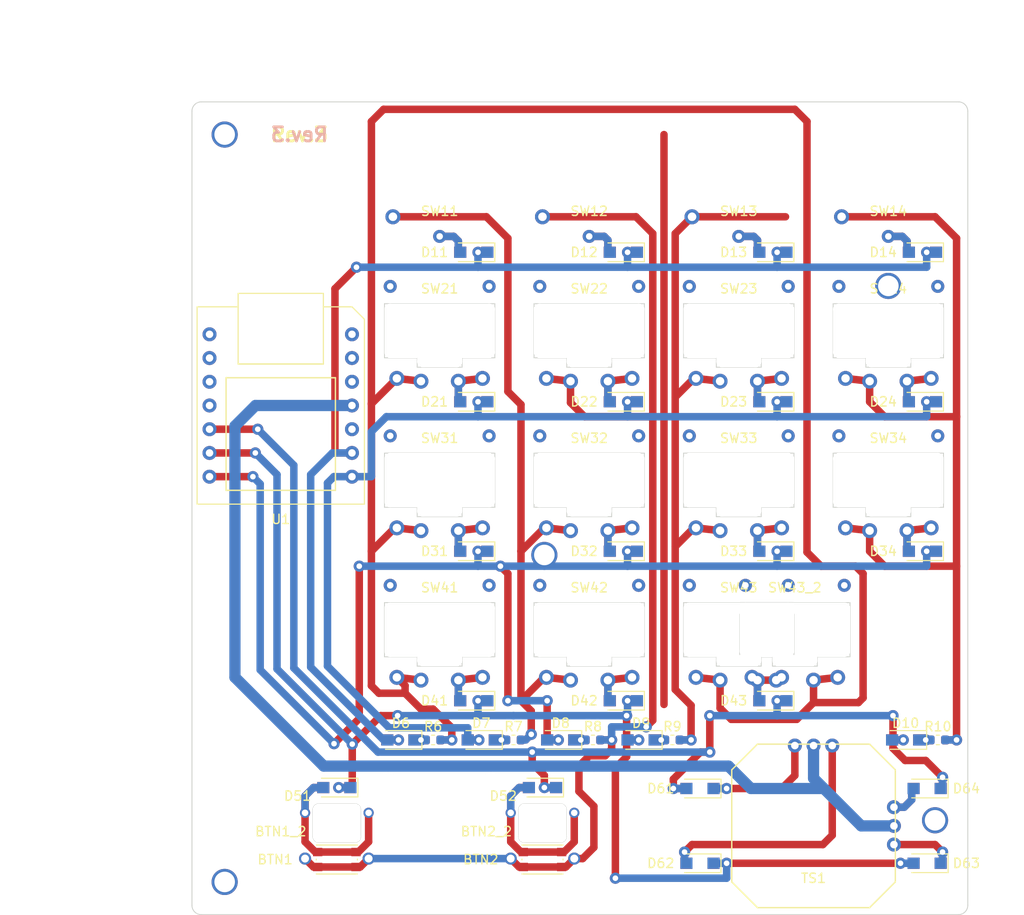
<source format=kicad_pcb>
(kicad_pcb (version 20171130) (host pcbnew 5.0.2+dfsg1-1)

  (general
    (thickness 1.2)
    (drawings 13)
    (tracks 427)
    (zones 0)
    (modules 58)
    (nets 46)
  )

  (page User 132.004 159.995)
  (layers
    (0 F.Cu signal)
    (31 B.Cu signal)
    (32 B.Adhes user hide)
    (33 F.Adhes user hide)
    (34 B.Paste user hide)
    (35 F.Paste user hide)
    (36 B.SilkS user)
    (37 F.SilkS user)
    (38 B.Mask user hide)
    (39 F.Mask user hide)
    (40 Dwgs.User user)
    (41 Cmts.User user)
    (42 Eco1.User user hide)
    (43 Eco2.User user hide)
    (44 Edge.Cuts user)
    (45 Margin user hide)
    (46 B.CrtYd user hide)
    (47 F.CrtYd user)
    (48 B.Fab user hide)
    (49 F.Fab user hide)
  )

  (setup
    (last_trace_width 0.8)
    (trace_clearance 0.2)
    (zone_clearance 0.508)
    (zone_45_only no)
    (trace_min 0.2)
    (segment_width 0.2)
    (edge_width 0.1)
    (via_size 1.2)
    (via_drill 0.6)
    (via_min_size 0.4)
    (via_min_drill 0.3)
    (uvia_size 0.3)
    (uvia_drill 0.1)
    (uvias_allowed no)
    (uvia_min_size 0.2)
    (uvia_min_drill 0.1)
    (pcb_text_width 0.3)
    (pcb_text_size 1.5 1.5)
    (mod_edge_width 0.15)
    (mod_text_size 1 1)
    (mod_text_width 0.15)
    (pad_size 1.7 1.7)
    (pad_drill 1)
    (pad_to_mask_clearance 0)
    (solder_mask_min_width 0.25)
    (aux_axis_origin 0 0)
    (visible_elements FFFFFF6F)
    (pcbplotparams
      (layerselection 0x010f0_ffffffff)
      (usegerberextensions true)
      (usegerberattributes false)
      (usegerberadvancedattributes false)
      (creategerberjobfile false)
      (excludeedgelayer true)
      (linewidth 0.100000)
      (plotframeref false)
      (viasonmask false)
      (mode 1)
      (useauxorigin false)
      (hpglpennumber 1)
      (hpglpenspeed 20)
      (hpglpendiameter 15.000000)
      (psnegative false)
      (psa4output false)
      (plotreference true)
      (plotvalue true)
      (plotinvisibletext false)
      (padsonsilk false)
      (subtractmaskfromsilk true)
      (outputformat 1)
      (mirror false)
      (drillshape 0)
      (scaleselection 1)
      (outputdirectory "xiao-minichoc-sample"))
  )

  (net 0 "")
  (net 1 "Net-(D34-Pad2)")
  (net 2 "Net-(D33-Pad2)")
  (net 3 "Net-(D43-Pad2)")
  (net 4 "Net-(D22-Pad2)")
  (net 5 "Net-(D32-Pad2)")
  (net 6 "Net-(D31-Pad2)")
  (net 7 "Net-(D23-Pad2)")
  (net 8 "Net-(D13-Pad2)")
  (net 9 "Net-(D21-Pad2)")
  (net 10 "Net-(D14-Pad2)")
  (net 11 "Net-(D11-Pad2)")
  (net 12 "Net-(D12-Pad2)")
  (net 13 "Net-(D41-Pad2)")
  (net 14 /D6)
  (net 15 /D10)
  (net 16 /D9)
  (net 17 /D8)
  (net 18 /D7)
  (net 19 /A0)
  (net 20 /RD7)
  (net 21 /RD6)
  (net 22 /RD9)
  (net 23 /RD8)
  (net 24 /RD10)
  (net 25 "Net-(D42-Pad2)")
  (net 26 "Net-(D24-Pad2)")
  (net 27 "Net-(U1-Pad14)")
  (net 28 "Net-(U1-Pad13)")
  (net 29 "Net-(U1-Pad12)")
  (net 30 "Net-(D64-Pad2)")
  (net 31 "Net-(D63-Pad1)")
  (net 32 "Net-(D61-Pad1)")
  (net 33 "Net-(D62-Pad2)")
  (net 34 "Net-(U1-Pad1)")
  (net 35 "Net-(U1-Pad2)")
  (net 36 "Net-(U1-Pad3)")
  (net 37 "Net-(U1-Pad5)")
  (net 38 "Net-(U1-Pad11)")
  (net 39 "Net-(BTN1-Pad2)")
  (net 40 "Net-(BTN2-Pad2)")
  (net 41 "Net-(D6-Pad1)")
  (net 42 "Net-(D7-Pad1)")
  (net 43 "Net-(D8-Pad1)")
  (net 44 "Net-(D9-Pad1)")
  (net 45 "Net-(D10-Pad1)")

  (net_class Default "This is the default net class."
    (clearance 0.2)
    (trace_width 0.8)
    (via_dia 1.2)
    (via_drill 0.6)
    (uvia_dia 0.3)
    (uvia_drill 0.1)
    (add_net /D10)
    (add_net /D6)
    (add_net /D7)
    (add_net /D8)
    (add_net /D9)
    (add_net /RD10)
    (add_net /RD6)
    (add_net /RD7)
    (add_net /RD8)
    (add_net /RD9)
    (add_net "Net-(BTN1-Pad2)")
    (add_net "Net-(BTN2-Pad2)")
    (add_net "Net-(D10-Pad1)")
    (add_net "Net-(D11-Pad2)")
    (add_net "Net-(D12-Pad2)")
    (add_net "Net-(D13-Pad2)")
    (add_net "Net-(D14-Pad2)")
    (add_net "Net-(D21-Pad2)")
    (add_net "Net-(D22-Pad2)")
    (add_net "Net-(D23-Pad2)")
    (add_net "Net-(D24-Pad2)")
    (add_net "Net-(D31-Pad2)")
    (add_net "Net-(D32-Pad2)")
    (add_net "Net-(D33-Pad2)")
    (add_net "Net-(D34-Pad2)")
    (add_net "Net-(D41-Pad2)")
    (add_net "Net-(D42-Pad2)")
    (add_net "Net-(D43-Pad2)")
    (add_net "Net-(D6-Pad1)")
    (add_net "Net-(D61-Pad1)")
    (add_net "Net-(D62-Pad2)")
    (add_net "Net-(D63-Pad1)")
    (add_net "Net-(D64-Pad2)")
    (add_net "Net-(D7-Pad1)")
    (add_net "Net-(D8-Pad1)")
    (add_net "Net-(D9-Pad1)")
    (add_net "Net-(U1-Pad1)")
    (add_net "Net-(U1-Pad11)")
    (add_net "Net-(U1-Pad12)")
    (add_net "Net-(U1-Pad13)")
    (add_net "Net-(U1-Pad14)")
    (add_net "Net-(U1-Pad2)")
    (add_net "Net-(U1-Pad3)")
    (add_net "Net-(U1-Pad5)")
  )

  (net_class Power ""
    (clearance 0.2)
    (trace_width 1.2)
    (via_dia 1.2)
    (via_drill 0.6)
    (uvia_dia 0.3)
    (uvia_drill 0.1)
    (add_net /A0)
  )

  (module Keyboard:D_SOD-123-323_Reversible (layer F.Cu) (tedit 628F52BA) (tstamp 628F6025)
    (at 45.85 91.8 180)
    (descr "SOD-123 and SOD-323")
    (tags "SOD-123 SOD-323")
    (path /628F9D98)
    (attr smd)
    (fp_text reference D6 (at 0 1.8 180) (layer F.SilkS)
      (effects (font (size 1 1) (thickness 0.15)))
    )
    (fp_text value 1SS355VM (at 0 2.1 180) (layer F.Fab)
      (effects (font (size 1 1) (thickness 0.15)))
    )
    (fp_text user %R (at 0 -2 180) (layer F.Fab)
      (effects (font (size 1 1) (thickness 0.15)))
    )
    (fp_line (start -2.25 -1) (end -2.25 1) (layer F.SilkS) (width 0.12))
    (fp_line (start 0.25 0) (end 0.75 0) (layer F.Fab) (width 0.1))
    (fp_line (start 0.25 0.4) (end -0.35 0) (layer F.Fab) (width 0.1))
    (fp_line (start 0.25 -0.4) (end 0.25 0.4) (layer F.Fab) (width 0.1))
    (fp_line (start -0.35 0) (end 0.25 -0.4) (layer F.Fab) (width 0.1))
    (fp_line (start -0.35 0) (end -0.35 0.55) (layer F.Fab) (width 0.1))
    (fp_line (start -0.35 0) (end -0.35 -0.55) (layer F.Fab) (width 0.1))
    (fp_line (start -0.75 0) (end -0.35 0) (layer F.Fab) (width 0.1))
    (fp_line (start -1.4 0.9) (end -1.4 -0.9) (layer F.Fab) (width 0.1))
    (fp_line (start 1.4 0.9) (end -1.4 0.9) (layer F.Fab) (width 0.1))
    (fp_line (start 1.4 -0.9) (end 1.4 0.9) (layer F.Fab) (width 0.1))
    (fp_line (start -1.4 -0.9) (end 1.4 -0.9) (layer F.Fab) (width 0.1))
    (fp_line (start -2.35 -1.15) (end 2.35 -1.15) (layer F.CrtYd) (width 0.05))
    (fp_line (start 2.35 -1.15) (end 2.35 1.15) (layer F.CrtYd) (width 0.05))
    (fp_line (start 2.35 1.15) (end -2.35 1.15) (layer F.CrtYd) (width 0.05))
    (fp_line (start -2.35 -1.15) (end -2.35 1.15) (layer F.CrtYd) (width 0.05))
    (fp_line (start -2.25 1) (end 1.65 1) (layer F.SilkS) (width 0.12))
    (fp_line (start -2.25 -1) (end 1.65 -1) (layer F.SilkS) (width 0.12))
    (pad 1 smd rect (at -1.45 0 180) (size 1.3 1.2) (layers F.Cu F.Paste F.Mask)
      (net 41 "Net-(D6-Pad1)"))
    (pad 1 smd rect (at -1.45 0 180) (size 1.3 1.2) (layers B.Cu B.Paste B.Mask)
      (net 41 "Net-(D6-Pad1)"))
    (pad 2 smd rect (at 1.45 0 180) (size 1.3 1.2) (layers F.Cu F.Paste F.Mask)
      (net 14 /D6))
    (pad 2 smd rect (at 1.45 0 180) (size 1.3 1.2) (layers B.Cu B.Paste B.Mask)
      (net 14 /D6))
    (model ${KISYS3DMOD}/Diode_SMD.3dshapes/D_SOD-123.wrl
      (at (xyz 0 0 0))
      (scale (xyz 1 1 1))
      (rotate (xyz 0 0 0))
    )
    (model ${KISYS3DMOD}/Diode_SMD.3dshapes/D_SOD-323.wrl
      (at (xyz 0 0 0))
      (scale (xyz 1 1 1))
      (rotate (xyz 0 0 0))
    )
  )

  (module Keyboard:D_SOD-123-323_Reversible (layer F.Cu) (tedit 628F52BF) (tstamp 628F600A)
    (at 54.45 91.8 180)
    (descr "SOD-123 and SOD-323")
    (tags "SOD-123 SOD-323")
    (path /628FA3B0)
    (attr smd)
    (fp_text reference D7 (at 0 1.8 180) (layer F.SilkS)
      (effects (font (size 1 1) (thickness 0.15)))
    )
    (fp_text value 1SS355VM (at 0 2.1 180) (layer F.Fab)
      (effects (font (size 1 1) (thickness 0.15)))
    )
    (fp_line (start -2.25 -1) (end 1.65 -1) (layer F.SilkS) (width 0.12))
    (fp_line (start -2.25 1) (end 1.65 1) (layer F.SilkS) (width 0.12))
    (fp_line (start -2.35 -1.15) (end -2.35 1.15) (layer F.CrtYd) (width 0.05))
    (fp_line (start 2.35 1.15) (end -2.35 1.15) (layer F.CrtYd) (width 0.05))
    (fp_line (start 2.35 -1.15) (end 2.35 1.15) (layer F.CrtYd) (width 0.05))
    (fp_line (start -2.35 -1.15) (end 2.35 -1.15) (layer F.CrtYd) (width 0.05))
    (fp_line (start -1.4 -0.9) (end 1.4 -0.9) (layer F.Fab) (width 0.1))
    (fp_line (start 1.4 -0.9) (end 1.4 0.9) (layer F.Fab) (width 0.1))
    (fp_line (start 1.4 0.9) (end -1.4 0.9) (layer F.Fab) (width 0.1))
    (fp_line (start -1.4 0.9) (end -1.4 -0.9) (layer F.Fab) (width 0.1))
    (fp_line (start -0.75 0) (end -0.35 0) (layer F.Fab) (width 0.1))
    (fp_line (start -0.35 0) (end -0.35 -0.55) (layer F.Fab) (width 0.1))
    (fp_line (start -0.35 0) (end -0.35 0.55) (layer F.Fab) (width 0.1))
    (fp_line (start -0.35 0) (end 0.25 -0.4) (layer F.Fab) (width 0.1))
    (fp_line (start 0.25 -0.4) (end 0.25 0.4) (layer F.Fab) (width 0.1))
    (fp_line (start 0.25 0.4) (end -0.35 0) (layer F.Fab) (width 0.1))
    (fp_line (start 0.25 0) (end 0.75 0) (layer F.Fab) (width 0.1))
    (fp_line (start -2.25 -1) (end -2.25 1) (layer F.SilkS) (width 0.12))
    (fp_text user %R (at 0 -2 180) (layer F.Fab)
      (effects (font (size 1 1) (thickness 0.15)))
    )
    (pad 2 smd rect (at 1.45 0 180) (size 1.3 1.2) (layers B.Cu B.Paste B.Mask)
      (net 18 /D7))
    (pad 2 smd rect (at 1.45 0 180) (size 1.3 1.2) (layers F.Cu F.Paste F.Mask)
      (net 18 /D7))
    (pad 1 smd rect (at -1.45 0 180) (size 1.3 1.2) (layers B.Cu B.Paste B.Mask)
      (net 42 "Net-(D7-Pad1)"))
    (pad 1 smd rect (at -1.45 0 180) (size 1.3 1.2) (layers F.Cu F.Paste F.Mask)
      (net 42 "Net-(D7-Pad1)"))
    (model ${KISYS3DMOD}/Diode_SMD.3dshapes/D_SOD-123.wrl
      (at (xyz 0 0 0))
      (scale (xyz 1 1 1))
      (rotate (xyz 0 0 0))
    )
    (model ${KISYS3DMOD}/Diode_SMD.3dshapes/D_SOD-323.wrl
      (at (xyz 0 0 0))
      (scale (xyz 1 1 1))
      (rotate (xyz 0 0 0))
    )
  )

  (module Keyboard:D_SOD-123-323_Reversible (layer F.Cu) (tedit 628F52C7) (tstamp 628F629F)
    (at 62.95 91.8 180)
    (descr "SOD-123 and SOD-323")
    (tags "SOD-123 SOD-323")
    (path /628FAE68)
    (attr smd)
    (fp_text reference D8 (at 0 1.8 180) (layer F.SilkS)
      (effects (font (size 1 1) (thickness 0.15)))
    )
    (fp_text value 1SS355VM (at 0 2.1 180) (layer F.Fab)
      (effects (font (size 1 1) (thickness 0.15)))
    )
    (fp_text user %R (at 0 -2 180) (layer F.Fab)
      (effects (font (size 1 1) (thickness 0.15)))
    )
    (fp_line (start -2.25 -1) (end -2.25 1) (layer F.SilkS) (width 0.12))
    (fp_line (start 0.25 0) (end 0.75 0) (layer F.Fab) (width 0.1))
    (fp_line (start 0.25 0.4) (end -0.35 0) (layer F.Fab) (width 0.1))
    (fp_line (start 0.25 -0.4) (end 0.25 0.4) (layer F.Fab) (width 0.1))
    (fp_line (start -0.35 0) (end 0.25 -0.4) (layer F.Fab) (width 0.1))
    (fp_line (start -0.35 0) (end -0.35 0.55) (layer F.Fab) (width 0.1))
    (fp_line (start -0.35 0) (end -0.35 -0.55) (layer F.Fab) (width 0.1))
    (fp_line (start -0.75 0) (end -0.35 0) (layer F.Fab) (width 0.1))
    (fp_line (start -1.4 0.9) (end -1.4 -0.9) (layer F.Fab) (width 0.1))
    (fp_line (start 1.4 0.9) (end -1.4 0.9) (layer F.Fab) (width 0.1))
    (fp_line (start 1.4 -0.9) (end 1.4 0.9) (layer F.Fab) (width 0.1))
    (fp_line (start -1.4 -0.9) (end 1.4 -0.9) (layer F.Fab) (width 0.1))
    (fp_line (start -2.35 -1.15) (end 2.35 -1.15) (layer F.CrtYd) (width 0.05))
    (fp_line (start 2.35 -1.15) (end 2.35 1.15) (layer F.CrtYd) (width 0.05))
    (fp_line (start 2.35 1.15) (end -2.35 1.15) (layer F.CrtYd) (width 0.05))
    (fp_line (start -2.35 -1.15) (end -2.35 1.15) (layer F.CrtYd) (width 0.05))
    (fp_line (start -2.25 1) (end 1.65 1) (layer F.SilkS) (width 0.12))
    (fp_line (start -2.25 -1) (end 1.65 -1) (layer F.SilkS) (width 0.12))
    (pad 1 smd rect (at -1.45 0 180) (size 1.3 1.2) (layers F.Cu F.Paste F.Mask)
      (net 43 "Net-(D8-Pad1)"))
    (pad 1 smd rect (at -1.45 0 180) (size 1.3 1.2) (layers B.Cu B.Paste B.Mask)
      (net 43 "Net-(D8-Pad1)"))
    (pad 2 smd rect (at 1.45 0 180) (size 1.3 1.2) (layers F.Cu F.Paste F.Mask)
      (net 17 /D8))
    (pad 2 smd rect (at 1.45 0 180) (size 1.3 1.2) (layers B.Cu B.Paste B.Mask)
      (net 17 /D8))
    (model ${KISYS3DMOD}/Diode_SMD.3dshapes/D_SOD-123.wrl
      (at (xyz 0 0 0))
      (scale (xyz 1 1 1))
      (rotate (xyz 0 0 0))
    )
    (model ${KISYS3DMOD}/Diode_SMD.3dshapes/D_SOD-323.wrl
      (at (xyz 0 0 0))
      (scale (xyz 1 1 1))
      (rotate (xyz 0 0 0))
    )
  )

  (module Keyboard:D_SOD-123-323_Reversible (layer F.Cu) (tedit 628F52CB) (tstamp 628F651D)
    (at 71.55 91.8 180)
    (descr "SOD-123 and SOD-323")
    (tags "SOD-123 SOD-323")
    (path /628FAE6F)
    (attr smd)
    (fp_text reference D9 (at 0 1.8 180) (layer F.SilkS)
      (effects (font (size 1 1) (thickness 0.15)))
    )
    (fp_text value 1SS355VM (at 0 2.1 180) (layer F.Fab)
      (effects (font (size 1 1) (thickness 0.15)))
    )
    (fp_line (start -2.25 -1) (end 1.65 -1) (layer F.SilkS) (width 0.12))
    (fp_line (start -2.25 1) (end 1.65 1) (layer F.SilkS) (width 0.12))
    (fp_line (start -2.35 -1.15) (end -2.35 1.15) (layer F.CrtYd) (width 0.05))
    (fp_line (start 2.35 1.15) (end -2.35 1.15) (layer F.CrtYd) (width 0.05))
    (fp_line (start 2.35 -1.15) (end 2.35 1.15) (layer F.CrtYd) (width 0.05))
    (fp_line (start -2.35 -1.15) (end 2.35 -1.15) (layer F.CrtYd) (width 0.05))
    (fp_line (start -1.4 -0.9) (end 1.4 -0.9) (layer F.Fab) (width 0.1))
    (fp_line (start 1.4 -0.9) (end 1.4 0.9) (layer F.Fab) (width 0.1))
    (fp_line (start 1.4 0.9) (end -1.4 0.9) (layer F.Fab) (width 0.1))
    (fp_line (start -1.4 0.9) (end -1.4 -0.9) (layer F.Fab) (width 0.1))
    (fp_line (start -0.75 0) (end -0.35 0) (layer F.Fab) (width 0.1))
    (fp_line (start -0.35 0) (end -0.35 -0.55) (layer F.Fab) (width 0.1))
    (fp_line (start -0.35 0) (end -0.35 0.55) (layer F.Fab) (width 0.1))
    (fp_line (start -0.35 0) (end 0.25 -0.4) (layer F.Fab) (width 0.1))
    (fp_line (start 0.25 -0.4) (end 0.25 0.4) (layer F.Fab) (width 0.1))
    (fp_line (start 0.25 0.4) (end -0.35 0) (layer F.Fab) (width 0.1))
    (fp_line (start 0.25 0) (end 0.75 0) (layer F.Fab) (width 0.1))
    (fp_line (start -2.25 -1) (end -2.25 1) (layer F.SilkS) (width 0.12))
    (fp_text user %R (at 0 -2 180) (layer F.Fab)
      (effects (font (size 1 1) (thickness 0.15)))
    )
    (pad 2 smd rect (at 1.45 0 180) (size 1.3 1.2) (layers B.Cu B.Paste B.Mask)
      (net 16 /D9))
    (pad 2 smd rect (at 1.45 0 180) (size 1.3 1.2) (layers F.Cu F.Paste F.Mask)
      (net 16 /D9))
    (pad 1 smd rect (at -1.45 0 180) (size 1.3 1.2) (layers B.Cu B.Paste B.Mask)
      (net 44 "Net-(D9-Pad1)"))
    (pad 1 smd rect (at -1.45 0 180) (size 1.3 1.2) (layers F.Cu F.Paste F.Mask)
      (net 44 "Net-(D9-Pad1)"))
    (model ${KISYS3DMOD}/Diode_SMD.3dshapes/D_SOD-123.wrl
      (at (xyz 0 0 0))
      (scale (xyz 1 1 1))
      (rotate (xyz 0 0 0))
    )
    (model ${KISYS3DMOD}/Diode_SMD.3dshapes/D_SOD-323.wrl
      (at (xyz 0 0 0))
      (scale (xyz 1 1 1))
      (rotate (xyz 0 0 0))
    )
  )

  (module Keyboard:D_SOD-123-323_Reversible (layer F.Cu) (tedit 628F52DC) (tstamp 628F621C)
    (at 99.85 91.8 180)
    (descr "SOD-123 and SOD-323")
    (tags "SOD-123 SOD-323")
    (path /628FB7E0)
    (attr smd)
    (fp_text reference D10 (at 0 1.8 180) (layer F.SilkS)
      (effects (font (size 1 1) (thickness 0.15)))
    )
    (fp_text value 1SS355VM (at 0 2.1 180) (layer F.Fab)
      (effects (font (size 1 1) (thickness 0.15)))
    )
    (fp_text user %R (at 0 -2 180) (layer F.Fab)
      (effects (font (size 1 1) (thickness 0.15)))
    )
    (fp_line (start -2.25 -1) (end -2.25 1) (layer F.SilkS) (width 0.12))
    (fp_line (start 0.25 0) (end 0.75 0) (layer F.Fab) (width 0.1))
    (fp_line (start 0.25 0.4) (end -0.35 0) (layer F.Fab) (width 0.1))
    (fp_line (start 0.25 -0.4) (end 0.25 0.4) (layer F.Fab) (width 0.1))
    (fp_line (start -0.35 0) (end 0.25 -0.4) (layer F.Fab) (width 0.1))
    (fp_line (start -0.35 0) (end -0.35 0.55) (layer F.Fab) (width 0.1))
    (fp_line (start -0.35 0) (end -0.35 -0.55) (layer F.Fab) (width 0.1))
    (fp_line (start -0.75 0) (end -0.35 0) (layer F.Fab) (width 0.1))
    (fp_line (start -1.4 0.9) (end -1.4 -0.9) (layer F.Fab) (width 0.1))
    (fp_line (start 1.4 0.9) (end -1.4 0.9) (layer F.Fab) (width 0.1))
    (fp_line (start 1.4 -0.9) (end 1.4 0.9) (layer F.Fab) (width 0.1))
    (fp_line (start -1.4 -0.9) (end 1.4 -0.9) (layer F.Fab) (width 0.1))
    (fp_line (start -2.35 -1.15) (end 2.35 -1.15) (layer F.CrtYd) (width 0.05))
    (fp_line (start 2.35 -1.15) (end 2.35 1.15) (layer F.CrtYd) (width 0.05))
    (fp_line (start 2.35 1.15) (end -2.35 1.15) (layer F.CrtYd) (width 0.05))
    (fp_line (start -2.35 -1.15) (end -2.35 1.15) (layer F.CrtYd) (width 0.05))
    (fp_line (start -2.25 1) (end 1.65 1) (layer F.SilkS) (width 0.12))
    (fp_line (start -2.25 -1) (end 1.65 -1) (layer F.SilkS) (width 0.12))
    (pad 1 smd rect (at -1.45 0 180) (size 1.3 1.2) (layers F.Cu F.Paste F.Mask)
      (net 45 "Net-(D10-Pad1)"))
    (pad 1 smd rect (at -1.45 0 180) (size 1.3 1.2) (layers B.Cu B.Paste B.Mask)
      (net 45 "Net-(D10-Pad1)"))
    (pad 2 smd rect (at 1.45 0 180) (size 1.3 1.2) (layers F.Cu F.Paste F.Mask)
      (net 15 /D10))
    (pad 2 smd rect (at 1.45 0 180) (size 1.3 1.2) (layers B.Cu B.Paste B.Mask)
      (net 15 /D10))
    (model ${KISYS3DMOD}/Diode_SMD.3dshapes/D_SOD-123.wrl
      (at (xyz 0 0 0))
      (scale (xyz 1 1 1))
      (rotate (xyz 0 0 0))
    )
    (model ${KISYS3DMOD}/Diode_SMD.3dshapes/D_SOD-323.wrl
      (at (xyz 0 0 0))
      (scale (xyz 1 1 1))
      (rotate (xyz 0 0 0))
    )
  )

  (module Keyboard:R_0603_1608Metric_Reversible (layer F.Cu) (tedit 5B301BBD) (tstamp 627FA83C)
    (at 103.3 91.8)
    (descr "Resistor SMD 0603 (1608 Metric), square (rectangular) end terminal, IPC_7351 nominal, (Body size source: http://www.tortai-tech.com/upload/download/2011102023233369053.pdf), generated with kicad-footprint-generator")
    (tags resistor)
    (path /6268A23A)
    (attr smd)
    (fp_text reference R10 (at 0 -1.43) (layer F.SilkS)
      (effects (font (size 1 1) (thickness 0.15)))
    )
    (fp_text value ~~600 (at 0 1.43) (layer F.Fab)
      (effects (font (size 1 1) (thickness 0.15)))
    )
    (fp_text user %R (at 0 0) (layer F.Fab)
      (effects (font (size 0.4 0.4) (thickness 0.06)))
    )
    (fp_line (start 1.48 0.73) (end -1.48 0.73) (layer F.CrtYd) (width 0.05))
    (fp_line (start 1.48 -0.73) (end 1.48 0.73) (layer F.CrtYd) (width 0.05))
    (fp_line (start -1.48 -0.73) (end 1.48 -0.73) (layer F.CrtYd) (width 0.05))
    (fp_line (start -1.48 0.73) (end -1.48 -0.73) (layer F.CrtYd) (width 0.05))
    (fp_line (start -0.162779 0.51) (end 0.162779 0.51) (layer F.SilkS) (width 0.12))
    (fp_line (start -0.162779 -0.51) (end 0.162779 -0.51) (layer F.SilkS) (width 0.12))
    (fp_line (start 0.8 0.4) (end -0.8 0.4) (layer F.Fab) (width 0.1))
    (fp_line (start 0.8 -0.4) (end 0.8 0.4) (layer F.Fab) (width 0.1))
    (fp_line (start -0.8 -0.4) (end 0.8 -0.4) (layer F.Fab) (width 0.1))
    (fp_line (start -0.8 0.4) (end -0.8 -0.4) (layer F.Fab) (width 0.1))
    (pad 2 smd roundrect (at 0.7875 0) (size 0.875 0.95) (layers B.Cu B.Paste B.Mask) (roundrect_rratio 0.25)
      (net 24 /RD10))
    (pad 2 smd roundrect (at 0.7875 0) (size 0.875 0.95) (layers F.Cu F.Paste F.Mask) (roundrect_rratio 0.25)
      (net 24 /RD10))
    (pad 1 smd roundrect (at -0.7875 0) (size 0.875 0.95) (layers B.Cu B.Paste B.Mask) (roundrect_rratio 0.25)
      (net 45 "Net-(D10-Pad1)"))
    (pad 1 smd roundrect (at -0.7875 0) (size 0.875 0.95) (layers F.Cu F.Paste F.Mask) (roundrect_rratio 0.25)
      (net 45 "Net-(D10-Pad1)"))
    (model ${KISYS3DMOD}/Resistor_SMD.3dshapes/R_0603_1608Metric.wrl
      (at (xyz 0 0 0))
      (scale (xyz 1 1 1))
      (rotate (xyz 0 0 0))
    )
  )

  (module Keyboard:R_0603_1608Metric_Reversible (layer F.Cu) (tedit 5B301BBD) (tstamp 627EF8D8)
    (at 74.9 91.8)
    (descr "Resistor SMD 0603 (1608 Metric), square (rectangular) end terminal, IPC_7351 nominal, (Body size source: http://www.tortai-tech.com/upload/download/2011102023233369053.pdf), generated with kicad-footprint-generator")
    (tags resistor)
    (path /62282F06)
    (attr smd)
    (fp_text reference R9 (at 0 -1.43) (layer F.SilkS)
      (effects (font (size 1 1) (thickness 0.15)))
    )
    (fp_text value ~~600 (at 0 1.43) (layer F.Fab)
      (effects (font (size 1 1) (thickness 0.15)))
    )
    (fp_text user %R (at 0 0) (layer F.Fab)
      (effects (font (size 0.4 0.4) (thickness 0.06)))
    )
    (fp_line (start 1.48 0.73) (end -1.48 0.73) (layer F.CrtYd) (width 0.05))
    (fp_line (start 1.48 -0.73) (end 1.48 0.73) (layer F.CrtYd) (width 0.05))
    (fp_line (start -1.48 -0.73) (end 1.48 -0.73) (layer F.CrtYd) (width 0.05))
    (fp_line (start -1.48 0.73) (end -1.48 -0.73) (layer F.CrtYd) (width 0.05))
    (fp_line (start -0.162779 0.51) (end 0.162779 0.51) (layer F.SilkS) (width 0.12))
    (fp_line (start -0.162779 -0.51) (end 0.162779 -0.51) (layer F.SilkS) (width 0.12))
    (fp_line (start 0.8 0.4) (end -0.8 0.4) (layer F.Fab) (width 0.1))
    (fp_line (start 0.8 -0.4) (end 0.8 0.4) (layer F.Fab) (width 0.1))
    (fp_line (start -0.8 -0.4) (end 0.8 -0.4) (layer F.Fab) (width 0.1))
    (fp_line (start -0.8 0.4) (end -0.8 -0.4) (layer F.Fab) (width 0.1))
    (pad 2 smd roundrect (at 0.7875 0) (size 0.875 0.95) (layers B.Cu B.Paste B.Mask) (roundrect_rratio 0.25)
      (net 22 /RD9))
    (pad 2 smd roundrect (at 0.7875 0) (size 0.875 0.95) (layers F.Cu F.Paste F.Mask) (roundrect_rratio 0.25)
      (net 22 /RD9))
    (pad 1 smd roundrect (at -0.7875 0) (size 0.875 0.95) (layers B.Cu B.Paste B.Mask) (roundrect_rratio 0.25)
      (net 44 "Net-(D9-Pad1)"))
    (pad 1 smd roundrect (at -0.7875 0) (size 0.875 0.95) (layers F.Cu F.Paste F.Mask) (roundrect_rratio 0.25)
      (net 44 "Net-(D9-Pad1)"))
    (model ${KISYS3DMOD}/Resistor_SMD.3dshapes/R_0603_1608Metric.wrl
      (at (xyz 0 0 0))
      (scale (xyz 1 1 1))
      (rotate (xyz 0 0 0))
    )
  )

  (module Keyboard:R_0603_1608Metric_Reversible (layer F.Cu) (tedit 5B301BBD) (tstamp 627FA872)
    (at 66.4 91.8)
    (descr "Resistor SMD 0603 (1608 Metric), square (rectangular) end terminal, IPC_7351 nominal, (Body size source: http://www.tortai-tech.com/upload/download/2011102023233369053.pdf), generated with kicad-footprint-generator")
    (tags resistor)
    (path /62282C1D)
    (attr smd)
    (fp_text reference R8 (at 0 -1.43) (layer F.SilkS)
      (effects (font (size 1 1) (thickness 0.15)))
    )
    (fp_text value ~~600 (at 0 1.43) (layer F.Fab)
      (effects (font (size 1 1) (thickness 0.15)))
    )
    (fp_text user %R (at 0 0) (layer F.Fab)
      (effects (font (size 0.4 0.4) (thickness 0.06)))
    )
    (fp_line (start 1.48 0.73) (end -1.48 0.73) (layer F.CrtYd) (width 0.05))
    (fp_line (start 1.48 -0.73) (end 1.48 0.73) (layer F.CrtYd) (width 0.05))
    (fp_line (start -1.48 -0.73) (end 1.48 -0.73) (layer F.CrtYd) (width 0.05))
    (fp_line (start -1.48 0.73) (end -1.48 -0.73) (layer F.CrtYd) (width 0.05))
    (fp_line (start -0.162779 0.51) (end 0.162779 0.51) (layer F.SilkS) (width 0.12))
    (fp_line (start -0.162779 -0.51) (end 0.162779 -0.51) (layer F.SilkS) (width 0.12))
    (fp_line (start 0.8 0.4) (end -0.8 0.4) (layer F.Fab) (width 0.1))
    (fp_line (start 0.8 -0.4) (end 0.8 0.4) (layer F.Fab) (width 0.1))
    (fp_line (start -0.8 -0.4) (end 0.8 -0.4) (layer F.Fab) (width 0.1))
    (fp_line (start -0.8 0.4) (end -0.8 -0.4) (layer F.Fab) (width 0.1))
    (pad 2 smd roundrect (at 0.7875 0) (size 0.875 0.95) (layers B.Cu B.Paste B.Mask) (roundrect_rratio 0.25)
      (net 23 /RD8))
    (pad 2 smd roundrect (at 0.7875 0) (size 0.875 0.95) (layers F.Cu F.Paste F.Mask) (roundrect_rratio 0.25)
      (net 23 /RD8))
    (pad 1 smd roundrect (at -0.7875 0) (size 0.875 0.95) (layers B.Cu B.Paste B.Mask) (roundrect_rratio 0.25)
      (net 43 "Net-(D8-Pad1)"))
    (pad 1 smd roundrect (at -0.7875 0) (size 0.875 0.95) (layers F.Cu F.Paste F.Mask) (roundrect_rratio 0.25)
      (net 43 "Net-(D8-Pad1)"))
    (model ${KISYS3DMOD}/Resistor_SMD.3dshapes/R_0603_1608Metric.wrl
      (at (xyz 0 0 0))
      (scale (xyz 1 1 1))
      (rotate (xyz 0 0 0))
    )
  )

  (module Keyboard:R_0603_1608Metric_Reversible (layer F.Cu) (tedit 5B301BBD) (tstamp 627EF681)
    (at 57.9 91.8)
    (descr "Resistor SMD 0603 (1608 Metric), square (rectangular) end terminal, IPC_7351 nominal, (Body size source: http://www.tortai-tech.com/upload/download/2011102023233369053.pdf), generated with kicad-footprint-generator")
    (tags resistor)
    (path /62282980)
    (attr smd)
    (fp_text reference R7 (at 0 -1.43) (layer F.SilkS)
      (effects (font (size 1 1) (thickness 0.15)))
    )
    (fp_text value ~~600 (at 0 1.43) (layer F.Fab)
      (effects (font (size 1 1) (thickness 0.15)))
    )
    (fp_text user %R (at 0 0) (layer F.Fab)
      (effects (font (size 0.4 0.4) (thickness 0.06)))
    )
    (fp_line (start 1.48 0.73) (end -1.48 0.73) (layer F.CrtYd) (width 0.05))
    (fp_line (start 1.48 -0.73) (end 1.48 0.73) (layer F.CrtYd) (width 0.05))
    (fp_line (start -1.48 -0.73) (end 1.48 -0.73) (layer F.CrtYd) (width 0.05))
    (fp_line (start -1.48 0.73) (end -1.48 -0.73) (layer F.CrtYd) (width 0.05))
    (fp_line (start -0.162779 0.51) (end 0.162779 0.51) (layer F.SilkS) (width 0.12))
    (fp_line (start -0.162779 -0.51) (end 0.162779 -0.51) (layer F.SilkS) (width 0.12))
    (fp_line (start 0.8 0.4) (end -0.8 0.4) (layer F.Fab) (width 0.1))
    (fp_line (start 0.8 -0.4) (end 0.8 0.4) (layer F.Fab) (width 0.1))
    (fp_line (start -0.8 -0.4) (end 0.8 -0.4) (layer F.Fab) (width 0.1))
    (fp_line (start -0.8 0.4) (end -0.8 -0.4) (layer F.Fab) (width 0.1))
    (pad 2 smd roundrect (at 0.7875 0) (size 0.875 0.95) (layers B.Cu B.Paste B.Mask) (roundrect_rratio 0.25)
      (net 20 /RD7))
    (pad 2 smd roundrect (at 0.7875 0) (size 0.875 0.95) (layers F.Cu F.Paste F.Mask) (roundrect_rratio 0.25)
      (net 20 /RD7))
    (pad 1 smd roundrect (at -0.7875 0) (size 0.875 0.95) (layers B.Cu B.Paste B.Mask) (roundrect_rratio 0.25)
      (net 42 "Net-(D7-Pad1)"))
    (pad 1 smd roundrect (at -0.7875 0) (size 0.875 0.95) (layers F.Cu F.Paste F.Mask) (roundrect_rratio 0.25)
      (net 42 "Net-(D7-Pad1)"))
    (model ${KISYS3DMOD}/Resistor_SMD.3dshapes/R_0603_1608Metric.wrl
      (at (xyz 0 0 0))
      (scale (xyz 1 1 1))
      (rotate (xyz 0 0 0))
    )
  )

  (module Keyboard:R_0603_1608Metric_Reversible (layer F.Cu) (tedit 5B301BBD) (tstamp 627EF5A9)
    (at 49.3 91.8)
    (descr "Resistor SMD 0603 (1608 Metric), square (rectangular) end terminal, IPC_7351 nominal, (Body size source: http://www.tortai-tech.com/upload/download/2011102023233369053.pdf), generated with kicad-footprint-generator")
    (tags resistor)
    (path /6228276C)
    (attr smd)
    (fp_text reference R6 (at 0 -1.43) (layer F.SilkS)
      (effects (font (size 1 1) (thickness 0.15)))
    )
    (fp_text value ~~600 (at 0 1.43) (layer F.Fab)
      (effects (font (size 1 1) (thickness 0.15)))
    )
    (fp_text user %R (at 0 0) (layer F.Fab)
      (effects (font (size 0.4 0.4) (thickness 0.06)))
    )
    (fp_line (start 1.48 0.73) (end -1.48 0.73) (layer F.CrtYd) (width 0.05))
    (fp_line (start 1.48 -0.73) (end 1.48 0.73) (layer F.CrtYd) (width 0.05))
    (fp_line (start -1.48 -0.73) (end 1.48 -0.73) (layer F.CrtYd) (width 0.05))
    (fp_line (start -1.48 0.73) (end -1.48 -0.73) (layer F.CrtYd) (width 0.05))
    (fp_line (start -0.162779 0.51) (end 0.162779 0.51) (layer F.SilkS) (width 0.12))
    (fp_line (start -0.162779 -0.51) (end 0.162779 -0.51) (layer F.SilkS) (width 0.12))
    (fp_line (start 0.8 0.4) (end -0.8 0.4) (layer F.Fab) (width 0.1))
    (fp_line (start 0.8 -0.4) (end 0.8 0.4) (layer F.Fab) (width 0.1))
    (fp_line (start -0.8 -0.4) (end 0.8 -0.4) (layer F.Fab) (width 0.1))
    (fp_line (start -0.8 0.4) (end -0.8 -0.4) (layer F.Fab) (width 0.1))
    (pad 2 smd roundrect (at 0.7875 0) (size 0.875 0.95) (layers B.Cu B.Paste B.Mask) (roundrect_rratio 0.25)
      (net 21 /RD6))
    (pad 2 smd roundrect (at 0.7875 0) (size 0.875 0.95) (layers F.Cu F.Paste F.Mask) (roundrect_rratio 0.25)
      (net 21 /RD6))
    (pad 1 smd roundrect (at -0.7875 0) (size 0.875 0.95) (layers B.Cu B.Paste B.Mask) (roundrect_rratio 0.25)
      (net 41 "Net-(D6-Pad1)"))
    (pad 1 smd roundrect (at -0.7875 0) (size 0.875 0.95) (layers F.Cu F.Paste F.Mask) (roundrect_rratio 0.25)
      (net 41 "Net-(D6-Pad1)"))
    (model ${KISYS3DMOD}/Resistor_SMD.3dshapes/R_0603_1608Metric.wrl
      (at (xyz 0 0 0))
      (scale (xyz 1 1 1))
      (rotate (xyz 0 0 0))
    )
  )

  (module Keyboard:JT8P-3.2T-B10K-1-16Y (layer F.Cu) (tedit 627E42EF) (tstamp 627BF225)
    (at 90 101)
    (path /622B9141)
    (fp_text reference TS1 (at 0 5.6) (layer F.SilkS)
      (effects (font (size 1 1) (thickness 0.15)))
    )
    (fp_text value JT8P-3.2T-B10K-1-16Y-2 (at 0 8.25) (layer F.Fab)
      (effects (font (size 1 1) (thickness 0.15)))
    )
    (fp_line (start -8.75 -6) (end -8.75 6) (layer F.SilkS) (width 0.15))
    (fp_line (start -8.75 6) (end -6 8.75) (layer F.SilkS) (width 0.15))
    (fp_line (start -6 8.75) (end 6 8.75) (layer F.SilkS) (width 0.15))
    (fp_line (start 6 8.75) (end 8.75 6) (layer F.SilkS) (width 0.15))
    (fp_line (start 8.75 6) (end 8.75 -6) (layer F.SilkS) (width 0.15))
    (fp_line (start 8.75 -6) (end 6 -8.75) (layer F.SilkS) (width 0.15))
    (fp_line (start 6 -8.75) (end -6 -8.75) (layer F.SilkS) (width 0.15))
    (fp_line (start -6 -8.75) (end -8.75 -6) (layer F.SilkS) (width 0.15))
    (pad "" np_thru_hole circle (at 6 6) (size 1.5 1.5) (drill 1.5) (layers *.Cu *.Mask))
    (pad "" np_thru_hole circle (at -6 -6) (size 1.5 1.5) (drill 1.5) (layers *.Cu *.Mask))
    (pad x1 thru_hole oval (at 2 -8.6) (size 1.5 1.5) (drill 0.81) (layers *.Cu *.Mask)
      (net 33 "Net-(D62-Pad2)"))
    (pad x2 thru_hole oval (at 0 -8.6) (size 1.5 1.5) (drill 0.81) (layers *.Cu *.Mask)
      (net 19 /A0))
    (pad x3 thru_hole oval (at -2 -8.6) (size 1.5 1.5) (drill 0.81) (layers *.Cu *.Mask)
      (net 32 "Net-(D61-Pad1)"))
    (pad y1 thru_hole oval (at 8.6 2) (size 1.5 1.5) (drill 0.81) (layers *.Cu *.Mask)
      (net 31 "Net-(D63-Pad1)"))
    (pad y2 thru_hole oval (at 8.6 0) (size 1.5 1.5) (drill 0.81) (layers *.Cu *.Mask)
      (net 19 /A0))
    (pad y3 thru_hole oval (at 8.6 -2) (size 1.5 1.5) (drill 0.81) (layers *.Cu *.Mask)
      (net 30 "Net-(D64-Pad2)"))
    (model ${KIPRJMOD}/KeyboardLibrary/Keyboard.3dshapes/JT8P-3.2T-B10K-1-16Y.wrl
      (at (xyz 0 0 0))
      (scale (xyz 1 1 1))
      (rotate (xyz 0 0 0))
    )
  )

  (module Keyboard:D_SOD-123-323_Reversible (layer F.Cu) (tedit 58645DC7) (tstamp 62838543)
    (at 102.15 105 180)
    (descr "SOD-123 and SOD-323")
    (tags "SOD-123 SOD-323")
    (path /622D5B58)
    (attr smd)
    (fp_text reference D63 (at -4.2 0 180) (layer F.SilkS)
      (effects (font (size 1 1) (thickness 0.15)))
    )
    (fp_text value SS2040FL (at 0 2.1 180) (layer F.Fab)
      (effects (font (size 1 1) (thickness 0.15)))
    )
    (fp_line (start -2.25 -1) (end 1.65 -1) (layer F.SilkS) (width 0.12))
    (fp_line (start -2.25 1) (end 1.65 1) (layer F.SilkS) (width 0.12))
    (fp_line (start -2.35 -1.15) (end -2.35 1.15) (layer F.CrtYd) (width 0.05))
    (fp_line (start 2.35 1.15) (end -2.35 1.15) (layer F.CrtYd) (width 0.05))
    (fp_line (start 2.35 -1.15) (end 2.35 1.15) (layer F.CrtYd) (width 0.05))
    (fp_line (start -2.35 -1.15) (end 2.35 -1.15) (layer F.CrtYd) (width 0.05))
    (fp_line (start -1.4 -0.9) (end 1.4 -0.9) (layer F.Fab) (width 0.1))
    (fp_line (start 1.4 -0.9) (end 1.4 0.9) (layer F.Fab) (width 0.1))
    (fp_line (start 1.4 0.9) (end -1.4 0.9) (layer F.Fab) (width 0.1))
    (fp_line (start -1.4 0.9) (end -1.4 -0.9) (layer F.Fab) (width 0.1))
    (fp_line (start -0.75 0) (end -0.35 0) (layer F.Fab) (width 0.1))
    (fp_line (start -0.35 0) (end -0.35 -0.55) (layer F.Fab) (width 0.1))
    (fp_line (start -0.35 0) (end -0.35 0.55) (layer F.Fab) (width 0.1))
    (fp_line (start -0.35 0) (end 0.25 -0.4) (layer F.Fab) (width 0.1))
    (fp_line (start 0.25 -0.4) (end 0.25 0.4) (layer F.Fab) (width 0.1))
    (fp_line (start 0.25 0.4) (end -0.35 0) (layer F.Fab) (width 0.1))
    (fp_line (start 0.25 0) (end 0.75 0) (layer F.Fab) (width 0.1))
    (fp_line (start -2.25 -1) (end -2.25 1) (layer F.SilkS) (width 0.12))
    (fp_text user %R (at 0 -2 180) (layer F.Fab)
      (effects (font (size 1 1) (thickness 0.15)))
    )
    (pad 2 smd rect (at 1.45 0 180) (size 1.3 1.2) (layers B.Cu B.Paste B.Mask)
      (net 16 /D9))
    (pad 2 smd rect (at 1.45 0 180) (size 1.3 1.2) (layers F.Cu F.Paste F.Mask)
      (net 16 /D9))
    (pad 1 smd rect (at -1.45 0 180) (size 1.3 1.2) (layers B.Cu B.Paste B.Mask)
      (net 31 "Net-(D63-Pad1)"))
    (pad 1 smd rect (at -1.45 0 180) (size 1.3 1.2) (layers F.Cu F.Paste F.Mask)
      (net 31 "Net-(D63-Pad1)"))
    (model ${KISYS3DMOD}/Diode_SMD.3dshapes/D_SOD-123.wrl
      (at (xyz 0 0 0))
      (scale (xyz 1 1 1))
      (rotate (xyz 0 0 0))
    )
    (model ${KISYS3DMOD}/Diode_SMD.3dshapes/D_SOD-323.wrl
      (at (xyz 0 0 0))
      (scale (xyz 1 1 1))
      (rotate (xyz 0 0 0))
    )
  )

  (module Keyboard:D_SOD-123-323_Reversible (layer F.Cu) (tedit 628774E3) (tstamp 62838529)
    (at 53.65 39.6 180)
    (descr "SOD-123 and SOD-323")
    (tags "SOD-123 SOD-323")
    (path /6229C35A)
    (attr smd)
    (fp_text reference D11 (at 4.2 0 180) (layer F.SilkS)
      (effects (font (size 1 1) (thickness 0.15)))
    )
    (fp_text value 1N4148W (at 0 2.1 180) (layer F.Fab)
      (effects (font (size 1 1) (thickness 0.15)))
    )
    (fp_text user %R (at 0 -2 180) (layer F.Fab)
      (effects (font (size 1 1) (thickness 0.15)))
    )
    (fp_line (start -2.25 -1) (end -2.25 1) (layer F.SilkS) (width 0.12))
    (fp_line (start 0.25 0) (end 0.75 0) (layer F.Fab) (width 0.1))
    (fp_line (start 0.25 0.4) (end -0.35 0) (layer F.Fab) (width 0.1))
    (fp_line (start 0.25 -0.4) (end 0.25 0.4) (layer F.Fab) (width 0.1))
    (fp_line (start -0.35 0) (end 0.25 -0.4) (layer F.Fab) (width 0.1))
    (fp_line (start -0.35 0) (end -0.35 0.55) (layer F.Fab) (width 0.1))
    (fp_line (start -0.35 0) (end -0.35 -0.55) (layer F.Fab) (width 0.1))
    (fp_line (start -0.75 0) (end -0.35 0) (layer F.Fab) (width 0.1))
    (fp_line (start -1.4 0.9) (end -1.4 -0.9) (layer F.Fab) (width 0.1))
    (fp_line (start 1.4 0.9) (end -1.4 0.9) (layer F.Fab) (width 0.1))
    (fp_line (start 1.4 -0.9) (end 1.4 0.9) (layer F.Fab) (width 0.1))
    (fp_line (start -1.4 -0.9) (end 1.4 -0.9) (layer F.Fab) (width 0.1))
    (fp_line (start -2.35 -1.15) (end 2.35 -1.15) (layer F.CrtYd) (width 0.05))
    (fp_line (start 2.35 -1.15) (end 2.35 1.15) (layer F.CrtYd) (width 0.05))
    (fp_line (start 2.35 1.15) (end -2.35 1.15) (layer F.CrtYd) (width 0.05))
    (fp_line (start -2.35 -1.15) (end -2.35 1.15) (layer F.CrtYd) (width 0.05))
    (fp_line (start -2.25 1) (end 1.65 1) (layer F.SilkS) (width 0.12))
    (fp_line (start -2.25 -1) (end 1.65 -1) (layer F.SilkS) (width 0.12))
    (pad 1 smd rect (at -1.45 0 180) (size 1.3 1.2) (layers F.Cu F.Paste F.Mask)
      (net 14 /D6))
    (pad 1 smd rect (at -1.45 0 180) (size 1.3 1.2) (layers B.Cu B.Paste B.Mask)
      (net 14 /D6))
    (pad 2 smd rect (at 1.45 0 180) (size 1.3 1.2) (layers F.Cu F.Paste F.Mask)
      (net 11 "Net-(D11-Pad2)"))
    (pad 2 smd rect (at 1.45 0 180) (size 1.3 1.2) (layers B.Cu B.Paste B.Mask)
      (net 11 "Net-(D11-Pad2)"))
    (model ${KISYS3DMOD}/Diode_SMD.3dshapes/D_SOD-123.wrl
      (at (xyz 0 0 0))
      (scale (xyz 1 1 1))
      (rotate (xyz 0 0 0))
    )
    (model ${KISYS3DMOD}/Diode_SMD.3dshapes/D_SOD-323.wrl
      (at (xyz 0 0 0))
      (scale (xyz 1 1 1))
      (rotate (xyz 0 0 0))
    )
  )

  (module Keyboard:D_SOD-123-323_Reversible (layer F.Cu) (tedit 58645DC7) (tstamp 6283850F)
    (at 69.65 39.6 180)
    (descr "SOD-123 and SOD-323")
    (tags "SOD-123 SOD-323")
    (path /6229C368)
    (attr smd)
    (fp_text reference D12 (at 4.2 0 180) (layer F.SilkS)
      (effects (font (size 1 1) (thickness 0.15)))
    )
    (fp_text value 1N4148W (at 0 2.1 180) (layer F.Fab)
      (effects (font (size 1 1) (thickness 0.15)))
    )
    (fp_line (start -2.25 -1) (end 1.65 -1) (layer F.SilkS) (width 0.12))
    (fp_line (start -2.25 1) (end 1.65 1) (layer F.SilkS) (width 0.12))
    (fp_line (start -2.35 -1.15) (end -2.35 1.15) (layer F.CrtYd) (width 0.05))
    (fp_line (start 2.35 1.15) (end -2.35 1.15) (layer F.CrtYd) (width 0.05))
    (fp_line (start 2.35 -1.15) (end 2.35 1.15) (layer F.CrtYd) (width 0.05))
    (fp_line (start -2.35 -1.15) (end 2.35 -1.15) (layer F.CrtYd) (width 0.05))
    (fp_line (start -1.4 -0.9) (end 1.4 -0.9) (layer F.Fab) (width 0.1))
    (fp_line (start 1.4 -0.9) (end 1.4 0.9) (layer F.Fab) (width 0.1))
    (fp_line (start 1.4 0.9) (end -1.4 0.9) (layer F.Fab) (width 0.1))
    (fp_line (start -1.4 0.9) (end -1.4 -0.9) (layer F.Fab) (width 0.1))
    (fp_line (start -0.75 0) (end -0.35 0) (layer F.Fab) (width 0.1))
    (fp_line (start -0.35 0) (end -0.35 -0.55) (layer F.Fab) (width 0.1))
    (fp_line (start -0.35 0) (end -0.35 0.55) (layer F.Fab) (width 0.1))
    (fp_line (start -0.35 0) (end 0.25 -0.4) (layer F.Fab) (width 0.1))
    (fp_line (start 0.25 -0.4) (end 0.25 0.4) (layer F.Fab) (width 0.1))
    (fp_line (start 0.25 0.4) (end -0.35 0) (layer F.Fab) (width 0.1))
    (fp_line (start 0.25 0) (end 0.75 0) (layer F.Fab) (width 0.1))
    (fp_line (start -2.25 -1) (end -2.25 1) (layer F.SilkS) (width 0.12))
    (fp_text user %R (at 0 -2 180) (layer F.Fab)
      (effects (font (size 1 1) (thickness 0.15)))
    )
    (pad 2 smd rect (at 1.45 0 180) (size 1.3 1.2) (layers B.Cu B.Paste B.Mask)
      (net 12 "Net-(D12-Pad2)"))
    (pad 2 smd rect (at 1.45 0 180) (size 1.3 1.2) (layers F.Cu F.Paste F.Mask)
      (net 12 "Net-(D12-Pad2)"))
    (pad 1 smd rect (at -1.45 0 180) (size 1.3 1.2) (layers B.Cu B.Paste B.Mask)
      (net 14 /D6))
    (pad 1 smd rect (at -1.45 0 180) (size 1.3 1.2) (layers F.Cu F.Paste F.Mask)
      (net 14 /D6))
    (model ${KISYS3DMOD}/Diode_SMD.3dshapes/D_SOD-123.wrl
      (at (xyz 0 0 0))
      (scale (xyz 1 1 1))
      (rotate (xyz 0 0 0))
    )
    (model ${KISYS3DMOD}/Diode_SMD.3dshapes/D_SOD-323.wrl
      (at (xyz 0 0 0))
      (scale (xyz 1 1 1))
      (rotate (xyz 0 0 0))
    )
  )

  (module Keyboard:D_SOD-123-323_Reversible (layer F.Cu) (tedit 58645DC7) (tstamp 628384F5)
    (at 85.65 39.6 180)
    (descr "SOD-123 and SOD-323")
    (tags "SOD-123 SOD-323")
    (path /6229C376)
    (attr smd)
    (fp_text reference D13 (at 4.2 0 180) (layer F.SilkS)
      (effects (font (size 1 1) (thickness 0.15)))
    )
    (fp_text value 1N4148W (at 0 2.1 180) (layer F.Fab)
      (effects (font (size 1 1) (thickness 0.15)))
    )
    (fp_text user %R (at 0 -2 180) (layer F.Fab)
      (effects (font (size 1 1) (thickness 0.15)))
    )
    (fp_line (start -2.25 -1) (end -2.25 1) (layer F.SilkS) (width 0.12))
    (fp_line (start 0.25 0) (end 0.75 0) (layer F.Fab) (width 0.1))
    (fp_line (start 0.25 0.4) (end -0.35 0) (layer F.Fab) (width 0.1))
    (fp_line (start 0.25 -0.4) (end 0.25 0.4) (layer F.Fab) (width 0.1))
    (fp_line (start -0.35 0) (end 0.25 -0.4) (layer F.Fab) (width 0.1))
    (fp_line (start -0.35 0) (end -0.35 0.55) (layer F.Fab) (width 0.1))
    (fp_line (start -0.35 0) (end -0.35 -0.55) (layer F.Fab) (width 0.1))
    (fp_line (start -0.75 0) (end -0.35 0) (layer F.Fab) (width 0.1))
    (fp_line (start -1.4 0.9) (end -1.4 -0.9) (layer F.Fab) (width 0.1))
    (fp_line (start 1.4 0.9) (end -1.4 0.9) (layer F.Fab) (width 0.1))
    (fp_line (start 1.4 -0.9) (end 1.4 0.9) (layer F.Fab) (width 0.1))
    (fp_line (start -1.4 -0.9) (end 1.4 -0.9) (layer F.Fab) (width 0.1))
    (fp_line (start -2.35 -1.15) (end 2.35 -1.15) (layer F.CrtYd) (width 0.05))
    (fp_line (start 2.35 -1.15) (end 2.35 1.15) (layer F.CrtYd) (width 0.05))
    (fp_line (start 2.35 1.15) (end -2.35 1.15) (layer F.CrtYd) (width 0.05))
    (fp_line (start -2.35 -1.15) (end -2.35 1.15) (layer F.CrtYd) (width 0.05))
    (fp_line (start -2.25 1) (end 1.65 1) (layer F.SilkS) (width 0.12))
    (fp_line (start -2.25 -1) (end 1.65 -1) (layer F.SilkS) (width 0.12))
    (pad 1 smd rect (at -1.45 0 180) (size 1.3 1.2) (layers F.Cu F.Paste F.Mask)
      (net 14 /D6))
    (pad 1 smd rect (at -1.45 0 180) (size 1.3 1.2) (layers B.Cu B.Paste B.Mask)
      (net 14 /D6))
    (pad 2 smd rect (at 1.45 0 180) (size 1.3 1.2) (layers F.Cu F.Paste F.Mask)
      (net 8 "Net-(D13-Pad2)"))
    (pad 2 smd rect (at 1.45 0 180) (size 1.3 1.2) (layers B.Cu B.Paste B.Mask)
      (net 8 "Net-(D13-Pad2)"))
    (model ${KISYS3DMOD}/Diode_SMD.3dshapes/D_SOD-123.wrl
      (at (xyz 0 0 0))
      (scale (xyz 1 1 1))
      (rotate (xyz 0 0 0))
    )
    (model ${KISYS3DMOD}/Diode_SMD.3dshapes/D_SOD-323.wrl
      (at (xyz 0 0 0))
      (scale (xyz 1 1 1))
      (rotate (xyz 0 0 0))
    )
  )

  (module Keyboard:D_SOD-123-323_Reversible (layer F.Cu) (tedit 58645DC7) (tstamp 628384DB)
    (at 101.65 39.6 180)
    (descr "SOD-123 and SOD-323")
    (tags "SOD-123 SOD-323")
    (path /6268A290)
    (attr smd)
    (fp_text reference D14 (at 4.2 0 180) (layer F.SilkS)
      (effects (font (size 1 1) (thickness 0.15)))
    )
    (fp_text value 1N4148W (at 0 2.1 180) (layer F.Fab)
      (effects (font (size 1 1) (thickness 0.15)))
    )
    (fp_line (start -2.25 -1) (end 1.65 -1) (layer F.SilkS) (width 0.12))
    (fp_line (start -2.25 1) (end 1.65 1) (layer F.SilkS) (width 0.12))
    (fp_line (start -2.35 -1.15) (end -2.35 1.15) (layer F.CrtYd) (width 0.05))
    (fp_line (start 2.35 1.15) (end -2.35 1.15) (layer F.CrtYd) (width 0.05))
    (fp_line (start 2.35 -1.15) (end 2.35 1.15) (layer F.CrtYd) (width 0.05))
    (fp_line (start -2.35 -1.15) (end 2.35 -1.15) (layer F.CrtYd) (width 0.05))
    (fp_line (start -1.4 -0.9) (end 1.4 -0.9) (layer F.Fab) (width 0.1))
    (fp_line (start 1.4 -0.9) (end 1.4 0.9) (layer F.Fab) (width 0.1))
    (fp_line (start 1.4 0.9) (end -1.4 0.9) (layer F.Fab) (width 0.1))
    (fp_line (start -1.4 0.9) (end -1.4 -0.9) (layer F.Fab) (width 0.1))
    (fp_line (start -0.75 0) (end -0.35 0) (layer F.Fab) (width 0.1))
    (fp_line (start -0.35 0) (end -0.35 -0.55) (layer F.Fab) (width 0.1))
    (fp_line (start -0.35 0) (end -0.35 0.55) (layer F.Fab) (width 0.1))
    (fp_line (start -0.35 0) (end 0.25 -0.4) (layer F.Fab) (width 0.1))
    (fp_line (start 0.25 -0.4) (end 0.25 0.4) (layer F.Fab) (width 0.1))
    (fp_line (start 0.25 0.4) (end -0.35 0) (layer F.Fab) (width 0.1))
    (fp_line (start 0.25 0) (end 0.75 0) (layer F.Fab) (width 0.1))
    (fp_line (start -2.25 -1) (end -2.25 1) (layer F.SilkS) (width 0.12))
    (fp_text user %R (at 0 -2 180) (layer F.Fab)
      (effects (font (size 1 1) (thickness 0.15)))
    )
    (pad 2 smd rect (at 1.45 0 180) (size 1.3 1.2) (layers B.Cu B.Paste B.Mask)
      (net 10 "Net-(D14-Pad2)"))
    (pad 2 smd rect (at 1.45 0 180) (size 1.3 1.2) (layers F.Cu F.Paste F.Mask)
      (net 10 "Net-(D14-Pad2)"))
    (pad 1 smd rect (at -1.45 0 180) (size 1.3 1.2) (layers B.Cu B.Paste B.Mask)
      (net 14 /D6))
    (pad 1 smd rect (at -1.45 0 180) (size 1.3 1.2) (layers F.Cu F.Paste F.Mask)
      (net 14 /D6))
    (model ${KISYS3DMOD}/Diode_SMD.3dshapes/D_SOD-123.wrl
      (at (xyz 0 0 0))
      (scale (xyz 1 1 1))
      (rotate (xyz 0 0 0))
    )
    (model ${KISYS3DMOD}/Diode_SMD.3dshapes/D_SOD-323.wrl
      (at (xyz 0 0 0))
      (scale (xyz 1 1 1))
      (rotate (xyz 0 0 0))
    )
  )

  (module Keyboard:D_SOD-123-323_Reversible (layer F.Cu) (tedit 58645DC7) (tstamp 628384C1)
    (at 53.65 55.6 180)
    (descr "SOD-123 and SOD-323")
    (tags "SOD-123 SOD-323")
    (path /622A9C5C)
    (attr smd)
    (fp_text reference D21 (at 4.2 0 180) (layer F.SilkS)
      (effects (font (size 1 1) (thickness 0.15)))
    )
    (fp_text value 1N4148W (at 0 2.1 180) (layer F.Fab)
      (effects (font (size 1 1) (thickness 0.15)))
    )
    (fp_text user %R (at 0 -2 180) (layer F.Fab)
      (effects (font (size 1 1) (thickness 0.15)))
    )
    (fp_line (start -2.25 -1) (end -2.25 1) (layer F.SilkS) (width 0.12))
    (fp_line (start 0.25 0) (end 0.75 0) (layer F.Fab) (width 0.1))
    (fp_line (start 0.25 0.4) (end -0.35 0) (layer F.Fab) (width 0.1))
    (fp_line (start 0.25 -0.4) (end 0.25 0.4) (layer F.Fab) (width 0.1))
    (fp_line (start -0.35 0) (end 0.25 -0.4) (layer F.Fab) (width 0.1))
    (fp_line (start -0.35 0) (end -0.35 0.55) (layer F.Fab) (width 0.1))
    (fp_line (start -0.35 0) (end -0.35 -0.55) (layer F.Fab) (width 0.1))
    (fp_line (start -0.75 0) (end -0.35 0) (layer F.Fab) (width 0.1))
    (fp_line (start -1.4 0.9) (end -1.4 -0.9) (layer F.Fab) (width 0.1))
    (fp_line (start 1.4 0.9) (end -1.4 0.9) (layer F.Fab) (width 0.1))
    (fp_line (start 1.4 -0.9) (end 1.4 0.9) (layer F.Fab) (width 0.1))
    (fp_line (start -1.4 -0.9) (end 1.4 -0.9) (layer F.Fab) (width 0.1))
    (fp_line (start -2.35 -1.15) (end 2.35 -1.15) (layer F.CrtYd) (width 0.05))
    (fp_line (start 2.35 -1.15) (end 2.35 1.15) (layer F.CrtYd) (width 0.05))
    (fp_line (start 2.35 1.15) (end -2.35 1.15) (layer F.CrtYd) (width 0.05))
    (fp_line (start -2.35 -1.15) (end -2.35 1.15) (layer F.CrtYd) (width 0.05))
    (fp_line (start -2.25 1) (end 1.65 1) (layer F.SilkS) (width 0.12))
    (fp_line (start -2.25 -1) (end 1.65 -1) (layer F.SilkS) (width 0.12))
    (pad 1 smd rect (at -1.45 0 180) (size 1.3 1.2) (layers F.Cu F.Paste F.Mask)
      (net 18 /D7))
    (pad 1 smd rect (at -1.45 0 180) (size 1.3 1.2) (layers B.Cu B.Paste B.Mask)
      (net 18 /D7))
    (pad 2 smd rect (at 1.45 0 180) (size 1.3 1.2) (layers F.Cu F.Paste F.Mask)
      (net 9 "Net-(D21-Pad2)"))
    (pad 2 smd rect (at 1.45 0 180) (size 1.3 1.2) (layers B.Cu B.Paste B.Mask)
      (net 9 "Net-(D21-Pad2)"))
    (model ${KISYS3DMOD}/Diode_SMD.3dshapes/D_SOD-123.wrl
      (at (xyz 0 0 0))
      (scale (xyz 1 1 1))
      (rotate (xyz 0 0 0))
    )
    (model ${KISYS3DMOD}/Diode_SMD.3dshapes/D_SOD-323.wrl
      (at (xyz 0 0 0))
      (scale (xyz 1 1 1))
      (rotate (xyz 0 0 0))
    )
  )

  (module Keyboard:D_SOD-123-323_Reversible (layer F.Cu) (tedit 58645DC7) (tstamp 628384A7)
    (at 69.65 55.6 180)
    (descr "SOD-123 and SOD-323")
    (tags "SOD-123 SOD-323")
    (path /622A9C78)
    (attr smd)
    (fp_text reference D22 (at 4.2 0 180) (layer F.SilkS)
      (effects (font (size 1 1) (thickness 0.15)))
    )
    (fp_text value 1N4148W (at 0 2.1 180) (layer F.Fab)
      (effects (font (size 1 1) (thickness 0.15)))
    )
    (fp_line (start -2.25 -1) (end 1.65 -1) (layer F.SilkS) (width 0.12))
    (fp_line (start -2.25 1) (end 1.65 1) (layer F.SilkS) (width 0.12))
    (fp_line (start -2.35 -1.15) (end -2.35 1.15) (layer F.CrtYd) (width 0.05))
    (fp_line (start 2.35 1.15) (end -2.35 1.15) (layer F.CrtYd) (width 0.05))
    (fp_line (start 2.35 -1.15) (end 2.35 1.15) (layer F.CrtYd) (width 0.05))
    (fp_line (start -2.35 -1.15) (end 2.35 -1.15) (layer F.CrtYd) (width 0.05))
    (fp_line (start -1.4 -0.9) (end 1.4 -0.9) (layer F.Fab) (width 0.1))
    (fp_line (start 1.4 -0.9) (end 1.4 0.9) (layer F.Fab) (width 0.1))
    (fp_line (start 1.4 0.9) (end -1.4 0.9) (layer F.Fab) (width 0.1))
    (fp_line (start -1.4 0.9) (end -1.4 -0.9) (layer F.Fab) (width 0.1))
    (fp_line (start -0.75 0) (end -0.35 0) (layer F.Fab) (width 0.1))
    (fp_line (start -0.35 0) (end -0.35 -0.55) (layer F.Fab) (width 0.1))
    (fp_line (start -0.35 0) (end -0.35 0.55) (layer F.Fab) (width 0.1))
    (fp_line (start -0.35 0) (end 0.25 -0.4) (layer F.Fab) (width 0.1))
    (fp_line (start 0.25 -0.4) (end 0.25 0.4) (layer F.Fab) (width 0.1))
    (fp_line (start 0.25 0.4) (end -0.35 0) (layer F.Fab) (width 0.1))
    (fp_line (start 0.25 0) (end 0.75 0) (layer F.Fab) (width 0.1))
    (fp_line (start -2.25 -1) (end -2.25 1) (layer F.SilkS) (width 0.12))
    (fp_text user %R (at 0 -2 180) (layer F.Fab)
      (effects (font (size 1 1) (thickness 0.15)))
    )
    (pad 2 smd rect (at 1.45 0 180) (size 1.3 1.2) (layers B.Cu B.Paste B.Mask)
      (net 4 "Net-(D22-Pad2)"))
    (pad 2 smd rect (at 1.45 0 180) (size 1.3 1.2) (layers F.Cu F.Paste F.Mask)
      (net 4 "Net-(D22-Pad2)"))
    (pad 1 smd rect (at -1.45 0 180) (size 1.3 1.2) (layers B.Cu B.Paste B.Mask)
      (net 18 /D7))
    (pad 1 smd rect (at -1.45 0 180) (size 1.3 1.2) (layers F.Cu F.Paste F.Mask)
      (net 18 /D7))
    (model ${KISYS3DMOD}/Diode_SMD.3dshapes/D_SOD-123.wrl
      (at (xyz 0 0 0))
      (scale (xyz 1 1 1))
      (rotate (xyz 0 0 0))
    )
    (model ${KISYS3DMOD}/Diode_SMD.3dshapes/D_SOD-323.wrl
      (at (xyz 0 0 0))
      (scale (xyz 1 1 1))
      (rotate (xyz 0 0 0))
    )
  )

  (module Keyboard:D_SOD-123-323_Reversible (layer F.Cu) (tedit 58645DC7) (tstamp 6283848D)
    (at 85.65 55.6 180)
    (descr "SOD-123 and SOD-323")
    (tags "SOD-123 SOD-323")
    (path /622A9C86)
    (attr smd)
    (fp_text reference D23 (at 4.2 0 180) (layer F.SilkS)
      (effects (font (size 1 1) (thickness 0.15)))
    )
    (fp_text value 1N4148W (at 0 2.1 180) (layer F.Fab)
      (effects (font (size 1 1) (thickness 0.15)))
    )
    (fp_text user %R (at 0 -2 180) (layer F.Fab)
      (effects (font (size 1 1) (thickness 0.15)))
    )
    (fp_line (start -2.25 -1) (end -2.25 1) (layer F.SilkS) (width 0.12))
    (fp_line (start 0.25 0) (end 0.75 0) (layer F.Fab) (width 0.1))
    (fp_line (start 0.25 0.4) (end -0.35 0) (layer F.Fab) (width 0.1))
    (fp_line (start 0.25 -0.4) (end 0.25 0.4) (layer F.Fab) (width 0.1))
    (fp_line (start -0.35 0) (end 0.25 -0.4) (layer F.Fab) (width 0.1))
    (fp_line (start -0.35 0) (end -0.35 0.55) (layer F.Fab) (width 0.1))
    (fp_line (start -0.35 0) (end -0.35 -0.55) (layer F.Fab) (width 0.1))
    (fp_line (start -0.75 0) (end -0.35 0) (layer F.Fab) (width 0.1))
    (fp_line (start -1.4 0.9) (end -1.4 -0.9) (layer F.Fab) (width 0.1))
    (fp_line (start 1.4 0.9) (end -1.4 0.9) (layer F.Fab) (width 0.1))
    (fp_line (start 1.4 -0.9) (end 1.4 0.9) (layer F.Fab) (width 0.1))
    (fp_line (start -1.4 -0.9) (end 1.4 -0.9) (layer F.Fab) (width 0.1))
    (fp_line (start -2.35 -1.15) (end 2.35 -1.15) (layer F.CrtYd) (width 0.05))
    (fp_line (start 2.35 -1.15) (end 2.35 1.15) (layer F.CrtYd) (width 0.05))
    (fp_line (start 2.35 1.15) (end -2.35 1.15) (layer F.CrtYd) (width 0.05))
    (fp_line (start -2.35 -1.15) (end -2.35 1.15) (layer F.CrtYd) (width 0.05))
    (fp_line (start -2.25 1) (end 1.65 1) (layer F.SilkS) (width 0.12))
    (fp_line (start -2.25 -1) (end 1.65 -1) (layer F.SilkS) (width 0.12))
    (pad 1 smd rect (at -1.45 0 180) (size 1.3 1.2) (layers F.Cu F.Paste F.Mask)
      (net 18 /D7))
    (pad 1 smd rect (at -1.45 0 180) (size 1.3 1.2) (layers B.Cu B.Paste B.Mask)
      (net 18 /D7))
    (pad 2 smd rect (at 1.45 0 180) (size 1.3 1.2) (layers F.Cu F.Paste F.Mask)
      (net 7 "Net-(D23-Pad2)"))
    (pad 2 smd rect (at 1.45 0 180) (size 1.3 1.2) (layers B.Cu B.Paste B.Mask)
      (net 7 "Net-(D23-Pad2)"))
    (model ${KISYS3DMOD}/Diode_SMD.3dshapes/D_SOD-123.wrl
      (at (xyz 0 0 0))
      (scale (xyz 1 1 1))
      (rotate (xyz 0 0 0))
    )
    (model ${KISYS3DMOD}/Diode_SMD.3dshapes/D_SOD-323.wrl
      (at (xyz 0 0 0))
      (scale (xyz 1 1 1))
      (rotate (xyz 0 0 0))
    )
  )

  (module Keyboard:D_SOD-123-323_Reversible (layer F.Cu) (tedit 58645DC7) (tstamp 62838473)
    (at 101.65 55.6 180)
    (descr "SOD-123 and SOD-323")
    (tags "SOD-123 SOD-323")
    (path /6268A29E)
    (attr smd)
    (fp_text reference D24 (at 4.2 0 180) (layer F.SilkS)
      (effects (font (size 1 1) (thickness 0.15)))
    )
    (fp_text value 1N4148W (at 0 2.1 180) (layer F.Fab)
      (effects (font (size 1 1) (thickness 0.15)))
    )
    (fp_line (start -2.25 -1) (end 1.65 -1) (layer F.SilkS) (width 0.12))
    (fp_line (start -2.25 1) (end 1.65 1) (layer F.SilkS) (width 0.12))
    (fp_line (start -2.35 -1.15) (end -2.35 1.15) (layer F.CrtYd) (width 0.05))
    (fp_line (start 2.35 1.15) (end -2.35 1.15) (layer F.CrtYd) (width 0.05))
    (fp_line (start 2.35 -1.15) (end 2.35 1.15) (layer F.CrtYd) (width 0.05))
    (fp_line (start -2.35 -1.15) (end 2.35 -1.15) (layer F.CrtYd) (width 0.05))
    (fp_line (start -1.4 -0.9) (end 1.4 -0.9) (layer F.Fab) (width 0.1))
    (fp_line (start 1.4 -0.9) (end 1.4 0.9) (layer F.Fab) (width 0.1))
    (fp_line (start 1.4 0.9) (end -1.4 0.9) (layer F.Fab) (width 0.1))
    (fp_line (start -1.4 0.9) (end -1.4 -0.9) (layer F.Fab) (width 0.1))
    (fp_line (start -0.75 0) (end -0.35 0) (layer F.Fab) (width 0.1))
    (fp_line (start -0.35 0) (end -0.35 -0.55) (layer F.Fab) (width 0.1))
    (fp_line (start -0.35 0) (end -0.35 0.55) (layer F.Fab) (width 0.1))
    (fp_line (start -0.35 0) (end 0.25 -0.4) (layer F.Fab) (width 0.1))
    (fp_line (start 0.25 -0.4) (end 0.25 0.4) (layer F.Fab) (width 0.1))
    (fp_line (start 0.25 0.4) (end -0.35 0) (layer F.Fab) (width 0.1))
    (fp_line (start 0.25 0) (end 0.75 0) (layer F.Fab) (width 0.1))
    (fp_line (start -2.25 -1) (end -2.25 1) (layer F.SilkS) (width 0.12))
    (fp_text user %R (at 0 -2 180) (layer F.Fab)
      (effects (font (size 1 1) (thickness 0.15)))
    )
    (pad 2 smd rect (at 1.45 0 180) (size 1.3 1.2) (layers B.Cu B.Paste B.Mask)
      (net 26 "Net-(D24-Pad2)"))
    (pad 2 smd rect (at 1.45 0 180) (size 1.3 1.2) (layers F.Cu F.Paste F.Mask)
      (net 26 "Net-(D24-Pad2)"))
    (pad 1 smd rect (at -1.45 0 180) (size 1.3 1.2) (layers B.Cu B.Paste B.Mask)
      (net 18 /D7))
    (pad 1 smd rect (at -1.45 0 180) (size 1.3 1.2) (layers F.Cu F.Paste F.Mask)
      (net 18 /D7))
    (model ${KISYS3DMOD}/Diode_SMD.3dshapes/D_SOD-123.wrl
      (at (xyz 0 0 0))
      (scale (xyz 1 1 1))
      (rotate (xyz 0 0 0))
    )
    (model ${KISYS3DMOD}/Diode_SMD.3dshapes/D_SOD-323.wrl
      (at (xyz 0 0 0))
      (scale (xyz 1 1 1))
      (rotate (xyz 0 0 0))
    )
  )

  (module Keyboard:D_SOD-123-323_Reversible (layer F.Cu) (tedit 58645DC7) (tstamp 62838459)
    (at 53.65 71.6 180)
    (descr "SOD-123 and SOD-323")
    (tags "SOD-123 SOD-323")
    (path /628151A4)
    (attr smd)
    (fp_text reference D31 (at 4.2 0 180) (layer F.SilkS)
      (effects (font (size 1 1) (thickness 0.15)))
    )
    (fp_text value 1N4148W (at 0 2.1 180) (layer F.Fab)
      (effects (font (size 1 1) (thickness 0.15)))
    )
    (fp_text user %R (at 0 -2 180) (layer F.Fab)
      (effects (font (size 1 1) (thickness 0.15)))
    )
    (fp_line (start -2.25 -1) (end -2.25 1) (layer F.SilkS) (width 0.12))
    (fp_line (start 0.25 0) (end 0.75 0) (layer F.Fab) (width 0.1))
    (fp_line (start 0.25 0.4) (end -0.35 0) (layer F.Fab) (width 0.1))
    (fp_line (start 0.25 -0.4) (end 0.25 0.4) (layer F.Fab) (width 0.1))
    (fp_line (start -0.35 0) (end 0.25 -0.4) (layer F.Fab) (width 0.1))
    (fp_line (start -0.35 0) (end -0.35 0.55) (layer F.Fab) (width 0.1))
    (fp_line (start -0.35 0) (end -0.35 -0.55) (layer F.Fab) (width 0.1))
    (fp_line (start -0.75 0) (end -0.35 0) (layer F.Fab) (width 0.1))
    (fp_line (start -1.4 0.9) (end -1.4 -0.9) (layer F.Fab) (width 0.1))
    (fp_line (start 1.4 0.9) (end -1.4 0.9) (layer F.Fab) (width 0.1))
    (fp_line (start 1.4 -0.9) (end 1.4 0.9) (layer F.Fab) (width 0.1))
    (fp_line (start -1.4 -0.9) (end 1.4 -0.9) (layer F.Fab) (width 0.1))
    (fp_line (start -2.35 -1.15) (end 2.35 -1.15) (layer F.CrtYd) (width 0.05))
    (fp_line (start 2.35 -1.15) (end 2.35 1.15) (layer F.CrtYd) (width 0.05))
    (fp_line (start 2.35 1.15) (end -2.35 1.15) (layer F.CrtYd) (width 0.05))
    (fp_line (start -2.35 -1.15) (end -2.35 1.15) (layer F.CrtYd) (width 0.05))
    (fp_line (start -2.25 1) (end 1.65 1) (layer F.SilkS) (width 0.12))
    (fp_line (start -2.25 -1) (end 1.65 -1) (layer F.SilkS) (width 0.12))
    (pad 1 smd rect (at -1.45 0 180) (size 1.3 1.2) (layers F.Cu F.Paste F.Mask)
      (net 17 /D8))
    (pad 1 smd rect (at -1.45 0 180) (size 1.3 1.2) (layers B.Cu B.Paste B.Mask)
      (net 17 /D8))
    (pad 2 smd rect (at 1.45 0 180) (size 1.3 1.2) (layers F.Cu F.Paste F.Mask)
      (net 6 "Net-(D31-Pad2)"))
    (pad 2 smd rect (at 1.45 0 180) (size 1.3 1.2) (layers B.Cu B.Paste B.Mask)
      (net 6 "Net-(D31-Pad2)"))
    (model ${KISYS3DMOD}/Diode_SMD.3dshapes/D_SOD-123.wrl
      (at (xyz 0 0 0))
      (scale (xyz 1 1 1))
      (rotate (xyz 0 0 0))
    )
    (model ${KISYS3DMOD}/Diode_SMD.3dshapes/D_SOD-323.wrl
      (at (xyz 0 0 0))
      (scale (xyz 1 1 1))
      (rotate (xyz 0 0 0))
    )
  )

  (module Keyboard:D_SOD-123-323_Reversible (layer F.Cu) (tedit 58645DC7) (tstamp 6283843F)
    (at 69.65 71.6 180)
    (descr "SOD-123 and SOD-323")
    (tags "SOD-123 SOD-323")
    (path /622BB1A6)
    (attr smd)
    (fp_text reference D32 (at 4.2 0 180) (layer F.SilkS)
      (effects (font (size 1 1) (thickness 0.15)))
    )
    (fp_text value 1N4148W (at 0 2.1 180) (layer F.Fab)
      (effects (font (size 1 1) (thickness 0.15)))
    )
    (fp_line (start -2.25 -1) (end 1.65 -1) (layer F.SilkS) (width 0.12))
    (fp_line (start -2.25 1) (end 1.65 1) (layer F.SilkS) (width 0.12))
    (fp_line (start -2.35 -1.15) (end -2.35 1.15) (layer F.CrtYd) (width 0.05))
    (fp_line (start 2.35 1.15) (end -2.35 1.15) (layer F.CrtYd) (width 0.05))
    (fp_line (start 2.35 -1.15) (end 2.35 1.15) (layer F.CrtYd) (width 0.05))
    (fp_line (start -2.35 -1.15) (end 2.35 -1.15) (layer F.CrtYd) (width 0.05))
    (fp_line (start -1.4 -0.9) (end 1.4 -0.9) (layer F.Fab) (width 0.1))
    (fp_line (start 1.4 -0.9) (end 1.4 0.9) (layer F.Fab) (width 0.1))
    (fp_line (start 1.4 0.9) (end -1.4 0.9) (layer F.Fab) (width 0.1))
    (fp_line (start -1.4 0.9) (end -1.4 -0.9) (layer F.Fab) (width 0.1))
    (fp_line (start -0.75 0) (end -0.35 0) (layer F.Fab) (width 0.1))
    (fp_line (start -0.35 0) (end -0.35 -0.55) (layer F.Fab) (width 0.1))
    (fp_line (start -0.35 0) (end -0.35 0.55) (layer F.Fab) (width 0.1))
    (fp_line (start -0.35 0) (end 0.25 -0.4) (layer F.Fab) (width 0.1))
    (fp_line (start 0.25 -0.4) (end 0.25 0.4) (layer F.Fab) (width 0.1))
    (fp_line (start 0.25 0.4) (end -0.35 0) (layer F.Fab) (width 0.1))
    (fp_line (start 0.25 0) (end 0.75 0) (layer F.Fab) (width 0.1))
    (fp_line (start -2.25 -1) (end -2.25 1) (layer F.SilkS) (width 0.12))
    (fp_text user %R (at 0 -2 180) (layer F.Fab)
      (effects (font (size 1 1) (thickness 0.15)))
    )
    (pad 2 smd rect (at 1.45 0 180) (size 1.3 1.2) (layers B.Cu B.Paste B.Mask)
      (net 5 "Net-(D32-Pad2)"))
    (pad 2 smd rect (at 1.45 0 180) (size 1.3 1.2) (layers F.Cu F.Paste F.Mask)
      (net 5 "Net-(D32-Pad2)"))
    (pad 1 smd rect (at -1.45 0 180) (size 1.3 1.2) (layers B.Cu B.Paste B.Mask)
      (net 17 /D8))
    (pad 1 smd rect (at -1.45 0 180) (size 1.3 1.2) (layers F.Cu F.Paste F.Mask)
      (net 17 /D8))
    (model ${KISYS3DMOD}/Diode_SMD.3dshapes/D_SOD-123.wrl
      (at (xyz 0 0 0))
      (scale (xyz 1 1 1))
      (rotate (xyz 0 0 0))
    )
    (model ${KISYS3DMOD}/Diode_SMD.3dshapes/D_SOD-323.wrl
      (at (xyz 0 0 0))
      (scale (xyz 1 1 1))
      (rotate (xyz 0 0 0))
    )
  )

  (module Keyboard:D_SOD-123-323_Reversible (layer F.Cu) (tedit 58645DC7) (tstamp 62838425)
    (at 101.65 71.6 180)
    (descr "SOD-123 and SOD-323")
    (tags "SOD-123 SOD-323")
    (path /6268A2AC)
    (attr smd)
    (fp_text reference D34 (at 4.2 0 180) (layer F.SilkS)
      (effects (font (size 1 1) (thickness 0.15)))
    )
    (fp_text value 1N4148W (at 0 2.1 180) (layer F.Fab)
      (effects (font (size 1 1) (thickness 0.15)))
    )
    (fp_text user %R (at 0 -2 180) (layer F.Fab)
      (effects (font (size 1 1) (thickness 0.15)))
    )
    (fp_line (start -2.25 -1) (end -2.25 1) (layer F.SilkS) (width 0.12))
    (fp_line (start 0.25 0) (end 0.75 0) (layer F.Fab) (width 0.1))
    (fp_line (start 0.25 0.4) (end -0.35 0) (layer F.Fab) (width 0.1))
    (fp_line (start 0.25 -0.4) (end 0.25 0.4) (layer F.Fab) (width 0.1))
    (fp_line (start -0.35 0) (end 0.25 -0.4) (layer F.Fab) (width 0.1))
    (fp_line (start -0.35 0) (end -0.35 0.55) (layer F.Fab) (width 0.1))
    (fp_line (start -0.35 0) (end -0.35 -0.55) (layer F.Fab) (width 0.1))
    (fp_line (start -0.75 0) (end -0.35 0) (layer F.Fab) (width 0.1))
    (fp_line (start -1.4 0.9) (end -1.4 -0.9) (layer F.Fab) (width 0.1))
    (fp_line (start 1.4 0.9) (end -1.4 0.9) (layer F.Fab) (width 0.1))
    (fp_line (start 1.4 -0.9) (end 1.4 0.9) (layer F.Fab) (width 0.1))
    (fp_line (start -1.4 -0.9) (end 1.4 -0.9) (layer F.Fab) (width 0.1))
    (fp_line (start -2.35 -1.15) (end 2.35 -1.15) (layer F.CrtYd) (width 0.05))
    (fp_line (start 2.35 -1.15) (end 2.35 1.15) (layer F.CrtYd) (width 0.05))
    (fp_line (start 2.35 1.15) (end -2.35 1.15) (layer F.CrtYd) (width 0.05))
    (fp_line (start -2.35 -1.15) (end -2.35 1.15) (layer F.CrtYd) (width 0.05))
    (fp_line (start -2.25 1) (end 1.65 1) (layer F.SilkS) (width 0.12))
    (fp_line (start -2.25 -1) (end 1.65 -1) (layer F.SilkS) (width 0.12))
    (pad 1 smd rect (at -1.45 0 180) (size 1.3 1.2) (layers F.Cu F.Paste F.Mask)
      (net 17 /D8))
    (pad 1 smd rect (at -1.45 0 180) (size 1.3 1.2) (layers B.Cu B.Paste B.Mask)
      (net 17 /D8))
    (pad 2 smd rect (at 1.45 0 180) (size 1.3 1.2) (layers F.Cu F.Paste F.Mask)
      (net 1 "Net-(D34-Pad2)"))
    (pad 2 smd rect (at 1.45 0 180) (size 1.3 1.2) (layers B.Cu B.Paste B.Mask)
      (net 1 "Net-(D34-Pad2)"))
    (model ${KISYS3DMOD}/Diode_SMD.3dshapes/D_SOD-123.wrl
      (at (xyz 0 0 0))
      (scale (xyz 1 1 1))
      (rotate (xyz 0 0 0))
    )
    (model ${KISYS3DMOD}/Diode_SMD.3dshapes/D_SOD-323.wrl
      (at (xyz 0 0 0))
      (scale (xyz 1 1 1))
      (rotate (xyz 0 0 0))
    )
  )

  (module Keyboard:D_SOD-123-323_Reversible (layer F.Cu) (tedit 58645DC7) (tstamp 6283840B)
    (at 53.65 87.6 180)
    (descr "SOD-123 and SOD-323")
    (tags "SOD-123 SOD-323")
    (path /622EC6C5)
    (attr smd)
    (fp_text reference D41 (at 4.2 0 180) (layer F.SilkS)
      (effects (font (size 1 1) (thickness 0.15)))
    )
    (fp_text value 1N4148W (at 0 2.1 180) (layer F.Fab)
      (effects (font (size 1 1) (thickness 0.15)))
    )
    (fp_line (start -2.25 -1) (end 1.65 -1) (layer F.SilkS) (width 0.12))
    (fp_line (start -2.25 1) (end 1.65 1) (layer F.SilkS) (width 0.12))
    (fp_line (start -2.35 -1.15) (end -2.35 1.15) (layer F.CrtYd) (width 0.05))
    (fp_line (start 2.35 1.15) (end -2.35 1.15) (layer F.CrtYd) (width 0.05))
    (fp_line (start 2.35 -1.15) (end 2.35 1.15) (layer F.CrtYd) (width 0.05))
    (fp_line (start -2.35 -1.15) (end 2.35 -1.15) (layer F.CrtYd) (width 0.05))
    (fp_line (start -1.4 -0.9) (end 1.4 -0.9) (layer F.Fab) (width 0.1))
    (fp_line (start 1.4 -0.9) (end 1.4 0.9) (layer F.Fab) (width 0.1))
    (fp_line (start 1.4 0.9) (end -1.4 0.9) (layer F.Fab) (width 0.1))
    (fp_line (start -1.4 0.9) (end -1.4 -0.9) (layer F.Fab) (width 0.1))
    (fp_line (start -0.75 0) (end -0.35 0) (layer F.Fab) (width 0.1))
    (fp_line (start -0.35 0) (end -0.35 -0.55) (layer F.Fab) (width 0.1))
    (fp_line (start -0.35 0) (end -0.35 0.55) (layer F.Fab) (width 0.1))
    (fp_line (start -0.35 0) (end 0.25 -0.4) (layer F.Fab) (width 0.1))
    (fp_line (start 0.25 -0.4) (end 0.25 0.4) (layer F.Fab) (width 0.1))
    (fp_line (start 0.25 0.4) (end -0.35 0) (layer F.Fab) (width 0.1))
    (fp_line (start 0.25 0) (end 0.75 0) (layer F.Fab) (width 0.1))
    (fp_line (start -2.25 -1) (end -2.25 1) (layer F.SilkS) (width 0.12))
    (fp_text user %R (at 0 -2 180) (layer F.Fab)
      (effects (font (size 1 1) (thickness 0.15)))
    )
    (pad 2 smd rect (at 1.45 0 180) (size 1.3 1.2) (layers B.Cu B.Paste B.Mask)
      (net 13 "Net-(D41-Pad2)"))
    (pad 2 smd rect (at 1.45 0 180) (size 1.3 1.2) (layers F.Cu F.Paste F.Mask)
      (net 13 "Net-(D41-Pad2)"))
    (pad 1 smd rect (at -1.45 0 180) (size 1.3 1.2) (layers B.Cu B.Paste B.Mask)
      (net 16 /D9))
    (pad 1 smd rect (at -1.45 0 180) (size 1.3 1.2) (layers F.Cu F.Paste F.Mask)
      (net 16 /D9))
    (model ${KISYS3DMOD}/Diode_SMD.3dshapes/D_SOD-123.wrl
      (at (xyz 0 0 0))
      (scale (xyz 1 1 1))
      (rotate (xyz 0 0 0))
    )
    (model ${KISYS3DMOD}/Diode_SMD.3dshapes/D_SOD-323.wrl
      (at (xyz 0 0 0))
      (scale (xyz 1 1 1))
      (rotate (xyz 0 0 0))
    )
  )

  (module Keyboard:D_SOD-123-323_Reversible (layer F.Cu) (tedit 58645DC7) (tstamp 628383F1)
    (at 69.65 87.6 180)
    (descr "SOD-123 and SOD-323")
    (tags "SOD-123 SOD-323")
    (path /622EC6D3)
    (attr smd)
    (fp_text reference D42 (at 4.2 0 180) (layer F.SilkS)
      (effects (font (size 1 1) (thickness 0.15)))
    )
    (fp_text value 1N4148W (at 0 2.1 180) (layer F.Fab)
      (effects (font (size 1 1) (thickness 0.15)))
    )
    (fp_text user %R (at 0 -2 180) (layer F.Fab)
      (effects (font (size 1 1) (thickness 0.15)))
    )
    (fp_line (start -2.25 -1) (end -2.25 1) (layer F.SilkS) (width 0.12))
    (fp_line (start 0.25 0) (end 0.75 0) (layer F.Fab) (width 0.1))
    (fp_line (start 0.25 0.4) (end -0.35 0) (layer F.Fab) (width 0.1))
    (fp_line (start 0.25 -0.4) (end 0.25 0.4) (layer F.Fab) (width 0.1))
    (fp_line (start -0.35 0) (end 0.25 -0.4) (layer F.Fab) (width 0.1))
    (fp_line (start -0.35 0) (end -0.35 0.55) (layer F.Fab) (width 0.1))
    (fp_line (start -0.35 0) (end -0.35 -0.55) (layer F.Fab) (width 0.1))
    (fp_line (start -0.75 0) (end -0.35 0) (layer F.Fab) (width 0.1))
    (fp_line (start -1.4 0.9) (end -1.4 -0.9) (layer F.Fab) (width 0.1))
    (fp_line (start 1.4 0.9) (end -1.4 0.9) (layer F.Fab) (width 0.1))
    (fp_line (start 1.4 -0.9) (end 1.4 0.9) (layer F.Fab) (width 0.1))
    (fp_line (start -1.4 -0.9) (end 1.4 -0.9) (layer F.Fab) (width 0.1))
    (fp_line (start -2.35 -1.15) (end 2.35 -1.15) (layer F.CrtYd) (width 0.05))
    (fp_line (start 2.35 -1.15) (end 2.35 1.15) (layer F.CrtYd) (width 0.05))
    (fp_line (start 2.35 1.15) (end -2.35 1.15) (layer F.CrtYd) (width 0.05))
    (fp_line (start -2.35 -1.15) (end -2.35 1.15) (layer F.CrtYd) (width 0.05))
    (fp_line (start -2.25 1) (end 1.65 1) (layer F.SilkS) (width 0.12))
    (fp_line (start -2.25 -1) (end 1.65 -1) (layer F.SilkS) (width 0.12))
    (pad 1 smd rect (at -1.45 0 180) (size 1.3 1.2) (layers F.Cu F.Paste F.Mask)
      (net 16 /D9))
    (pad 1 smd rect (at -1.45 0 180) (size 1.3 1.2) (layers B.Cu B.Paste B.Mask)
      (net 16 /D9))
    (pad 2 smd rect (at 1.45 0 180) (size 1.3 1.2) (layers F.Cu F.Paste F.Mask)
      (net 25 "Net-(D42-Pad2)"))
    (pad 2 smd rect (at 1.45 0 180) (size 1.3 1.2) (layers B.Cu B.Paste B.Mask)
      (net 25 "Net-(D42-Pad2)"))
    (model ${KISYS3DMOD}/Diode_SMD.3dshapes/D_SOD-123.wrl
      (at (xyz 0 0 0))
      (scale (xyz 1 1 1))
      (rotate (xyz 0 0 0))
    )
    (model ${KISYS3DMOD}/Diode_SMD.3dshapes/D_SOD-323.wrl
      (at (xyz 0 0 0))
      (scale (xyz 1 1 1))
      (rotate (xyz 0 0 0))
    )
  )

  (module Keyboard:D_SOD-123-323_Reversible (layer F.Cu) (tedit 58645DC7) (tstamp 628383D7)
    (at 85.65 87.6 180)
    (descr "SOD-123 and SOD-323")
    (tags "SOD-123 SOD-323")
    (path /62307FA0)
    (attr smd)
    (fp_text reference D43 (at 4.2 0 180) (layer F.SilkS)
      (effects (font (size 1 1) (thickness 0.15)))
    )
    (fp_text value 1N4148W (at 0 2.1 180) (layer F.Fab)
      (effects (font (size 1 1) (thickness 0.15)))
    )
    (fp_line (start -2.25 -1) (end 1.65 -1) (layer F.SilkS) (width 0.12))
    (fp_line (start -2.25 1) (end 1.65 1) (layer F.SilkS) (width 0.12))
    (fp_line (start -2.35 -1.15) (end -2.35 1.15) (layer F.CrtYd) (width 0.05))
    (fp_line (start 2.35 1.15) (end -2.35 1.15) (layer F.CrtYd) (width 0.05))
    (fp_line (start 2.35 -1.15) (end 2.35 1.15) (layer F.CrtYd) (width 0.05))
    (fp_line (start -2.35 -1.15) (end 2.35 -1.15) (layer F.CrtYd) (width 0.05))
    (fp_line (start -1.4 -0.9) (end 1.4 -0.9) (layer F.Fab) (width 0.1))
    (fp_line (start 1.4 -0.9) (end 1.4 0.9) (layer F.Fab) (width 0.1))
    (fp_line (start 1.4 0.9) (end -1.4 0.9) (layer F.Fab) (width 0.1))
    (fp_line (start -1.4 0.9) (end -1.4 -0.9) (layer F.Fab) (width 0.1))
    (fp_line (start -0.75 0) (end -0.35 0) (layer F.Fab) (width 0.1))
    (fp_line (start -0.35 0) (end -0.35 -0.55) (layer F.Fab) (width 0.1))
    (fp_line (start -0.35 0) (end -0.35 0.55) (layer F.Fab) (width 0.1))
    (fp_line (start -0.35 0) (end 0.25 -0.4) (layer F.Fab) (width 0.1))
    (fp_line (start 0.25 -0.4) (end 0.25 0.4) (layer F.Fab) (width 0.1))
    (fp_line (start 0.25 0.4) (end -0.35 0) (layer F.Fab) (width 0.1))
    (fp_line (start 0.25 0) (end 0.75 0) (layer F.Fab) (width 0.1))
    (fp_line (start -2.25 -1) (end -2.25 1) (layer F.SilkS) (width 0.12))
    (fp_text user %R (at 0 -2 180) (layer F.Fab)
      (effects (font (size 1 1) (thickness 0.15)))
    )
    (pad 2 smd rect (at 1.45 0 180) (size 1.3 1.2) (layers B.Cu B.Paste B.Mask)
      (net 3 "Net-(D43-Pad2)"))
    (pad 2 smd rect (at 1.45 0 180) (size 1.3 1.2) (layers F.Cu F.Paste F.Mask)
      (net 3 "Net-(D43-Pad2)"))
    (pad 1 smd rect (at -1.45 0 180) (size 1.3 1.2) (layers B.Cu B.Paste B.Mask)
      (net 15 /D10))
    (pad 1 smd rect (at -1.45 0 180) (size 1.3 1.2) (layers F.Cu F.Paste F.Mask)
      (net 15 /D10))
    (model ${KISYS3DMOD}/Diode_SMD.3dshapes/D_SOD-123.wrl
      (at (xyz 0 0 0))
      (scale (xyz 1 1 1))
      (rotate (xyz 0 0 0))
    )
    (model ${KISYS3DMOD}/Diode_SMD.3dshapes/D_SOD-323.wrl
      (at (xyz 0 0 0))
      (scale (xyz 1 1 1))
      (rotate (xyz 0 0 0))
    )
  )

  (module Keyboard:D_SOD-123-323_Reversible (layer F.Cu) (tedit 58645DC7) (tstamp 628383A3)
    (at 39 96.9 180)
    (descr "SOD-123 and SOD-323")
    (tags "SOD-123 SOD-323")
    (path /622EC6E1)
    (attr smd)
    (fp_text reference D51 (at 4.2 -0.9 180) (layer F.SilkS)
      (effects (font (size 1 1) (thickness 0.15)))
    )
    (fp_text value 1N4148W (at 0 2.1 180) (layer F.Fab)
      (effects (font (size 1 1) (thickness 0.15)))
    )
    (fp_line (start -2.25 -1) (end 1.65 -1) (layer F.SilkS) (width 0.12))
    (fp_line (start -2.25 1) (end 1.65 1) (layer F.SilkS) (width 0.12))
    (fp_line (start -2.35 -1.15) (end -2.35 1.15) (layer F.CrtYd) (width 0.05))
    (fp_line (start 2.35 1.15) (end -2.35 1.15) (layer F.CrtYd) (width 0.05))
    (fp_line (start 2.35 -1.15) (end 2.35 1.15) (layer F.CrtYd) (width 0.05))
    (fp_line (start -2.35 -1.15) (end 2.35 -1.15) (layer F.CrtYd) (width 0.05))
    (fp_line (start -1.4 -0.9) (end 1.4 -0.9) (layer F.Fab) (width 0.1))
    (fp_line (start 1.4 -0.9) (end 1.4 0.9) (layer F.Fab) (width 0.1))
    (fp_line (start 1.4 0.9) (end -1.4 0.9) (layer F.Fab) (width 0.1))
    (fp_line (start -1.4 0.9) (end -1.4 -0.9) (layer F.Fab) (width 0.1))
    (fp_line (start -0.75 0) (end -0.35 0) (layer F.Fab) (width 0.1))
    (fp_line (start -0.35 0) (end -0.35 -0.55) (layer F.Fab) (width 0.1))
    (fp_line (start -0.35 0) (end -0.35 0.55) (layer F.Fab) (width 0.1))
    (fp_line (start -0.35 0) (end 0.25 -0.4) (layer F.Fab) (width 0.1))
    (fp_line (start 0.25 -0.4) (end 0.25 0.4) (layer F.Fab) (width 0.1))
    (fp_line (start 0.25 0.4) (end -0.35 0) (layer F.Fab) (width 0.1))
    (fp_line (start 0.25 0) (end 0.75 0) (layer F.Fab) (width 0.1))
    (fp_line (start -2.25 -1) (end -2.25 1) (layer F.SilkS) (width 0.12))
    (fp_text user %R (at 0 -2 180) (layer F.Fab)
      (effects (font (size 1 1) (thickness 0.15)))
    )
    (pad 2 smd rect (at 1.45 0 180) (size 1.3 1.2) (layers B.Cu B.Paste B.Mask)
      (net 39 "Net-(BTN1-Pad2)"))
    (pad 2 smd rect (at 1.45 0 180) (size 1.3 1.2) (layers F.Cu F.Paste F.Mask)
      (net 39 "Net-(BTN1-Pad2)"))
    (pad 1 smd rect (at -1.45 0 180) (size 1.3 1.2) (layers B.Cu B.Paste B.Mask)
      (net 16 /D9))
    (pad 1 smd rect (at -1.45 0 180) (size 1.3 1.2) (layers F.Cu F.Paste F.Mask)
      (net 16 /D9))
    (model ${KISYS3DMOD}/Diode_SMD.3dshapes/D_SOD-123.wrl
      (at (xyz 0 0 0))
      (scale (xyz 1 1 1))
      (rotate (xyz 0 0 0))
    )
    (model ${KISYS3DMOD}/Diode_SMD.3dshapes/D_SOD-323.wrl
      (at (xyz 0 0 0))
      (scale (xyz 1 1 1))
      (rotate (xyz 0 0 0))
    )
  )

  (module Keyboard:D_SOD-123-323_Reversible (layer F.Cu) (tedit 58645DC7) (tstamp 62838389)
    (at 61 96.9 180)
    (descr "SOD-123 and SOD-323")
    (tags "SOD-123 SOD-323")
    (path /62307FBC)
    (attr smd)
    (fp_text reference D52 (at 4.2 -0.9 180) (layer F.SilkS)
      (effects (font (size 1 1) (thickness 0.15)))
    )
    (fp_text value 1N4148W (at 0 2.1 180) (layer F.Fab)
      (effects (font (size 1 1) (thickness 0.15)))
    )
    (fp_text user %R (at 0 -2 180) (layer F.Fab)
      (effects (font (size 1 1) (thickness 0.15)))
    )
    (fp_line (start -2.25 -1) (end -2.25 1) (layer F.SilkS) (width 0.12))
    (fp_line (start 0.25 0) (end 0.75 0) (layer F.Fab) (width 0.1))
    (fp_line (start 0.25 0.4) (end -0.35 0) (layer F.Fab) (width 0.1))
    (fp_line (start 0.25 -0.4) (end 0.25 0.4) (layer F.Fab) (width 0.1))
    (fp_line (start -0.35 0) (end 0.25 -0.4) (layer F.Fab) (width 0.1))
    (fp_line (start -0.35 0) (end -0.35 0.55) (layer F.Fab) (width 0.1))
    (fp_line (start -0.35 0) (end -0.35 -0.55) (layer F.Fab) (width 0.1))
    (fp_line (start -0.75 0) (end -0.35 0) (layer F.Fab) (width 0.1))
    (fp_line (start -1.4 0.9) (end -1.4 -0.9) (layer F.Fab) (width 0.1))
    (fp_line (start 1.4 0.9) (end -1.4 0.9) (layer F.Fab) (width 0.1))
    (fp_line (start 1.4 -0.9) (end 1.4 0.9) (layer F.Fab) (width 0.1))
    (fp_line (start -1.4 -0.9) (end 1.4 -0.9) (layer F.Fab) (width 0.1))
    (fp_line (start -2.35 -1.15) (end 2.35 -1.15) (layer F.CrtYd) (width 0.05))
    (fp_line (start 2.35 -1.15) (end 2.35 1.15) (layer F.CrtYd) (width 0.05))
    (fp_line (start 2.35 1.15) (end -2.35 1.15) (layer F.CrtYd) (width 0.05))
    (fp_line (start -2.35 -1.15) (end -2.35 1.15) (layer F.CrtYd) (width 0.05))
    (fp_line (start -2.25 1) (end 1.65 1) (layer F.SilkS) (width 0.12))
    (fp_line (start -2.25 -1) (end 1.65 -1) (layer F.SilkS) (width 0.12))
    (pad 1 smd rect (at -1.45 0 180) (size 1.3 1.2) (layers F.Cu F.Paste F.Mask)
      (net 15 /D10))
    (pad 1 smd rect (at -1.45 0 180) (size 1.3 1.2) (layers B.Cu B.Paste B.Mask)
      (net 15 /D10))
    (pad 2 smd rect (at 1.45 0 180) (size 1.3 1.2) (layers F.Cu F.Paste F.Mask)
      (net 40 "Net-(BTN2-Pad2)"))
    (pad 2 smd rect (at 1.45 0 180) (size 1.3 1.2) (layers B.Cu B.Paste B.Mask)
      (net 40 "Net-(BTN2-Pad2)"))
    (model ${KISYS3DMOD}/Diode_SMD.3dshapes/D_SOD-123.wrl
      (at (xyz 0 0 0))
      (scale (xyz 1 1 1))
      (rotate (xyz 0 0 0))
    )
    (model ${KISYS3DMOD}/Diode_SMD.3dshapes/D_SOD-323.wrl
      (at (xyz 0 0 0))
      (scale (xyz 1 1 1))
      (rotate (xyz 0 0 0))
    )
  )

  (module Keyboard:D_SOD-123-323_Reversible (layer F.Cu) (tedit 58645DC7) (tstamp 6283836F)
    (at 77.85 97 180)
    (descr "SOD-123 and SOD-323")
    (tags "SOD-123 SOD-323")
    (path /622D5E92)
    (attr smd)
    (fp_text reference D61 (at 4.2 0 180) (layer F.SilkS)
      (effects (font (size 1 1) (thickness 0.15)))
    )
    (fp_text value SS2040FL (at 0 2.1 180) (layer F.Fab)
      (effects (font (size 1 1) (thickness 0.15)))
    )
    (fp_line (start -2.25 -1) (end 1.65 -1) (layer F.SilkS) (width 0.12))
    (fp_line (start -2.25 1) (end 1.65 1) (layer F.SilkS) (width 0.12))
    (fp_line (start -2.35 -1.15) (end -2.35 1.15) (layer F.CrtYd) (width 0.05))
    (fp_line (start 2.35 1.15) (end -2.35 1.15) (layer F.CrtYd) (width 0.05))
    (fp_line (start 2.35 -1.15) (end 2.35 1.15) (layer F.CrtYd) (width 0.05))
    (fp_line (start -2.35 -1.15) (end 2.35 -1.15) (layer F.CrtYd) (width 0.05))
    (fp_line (start -1.4 -0.9) (end 1.4 -0.9) (layer F.Fab) (width 0.1))
    (fp_line (start 1.4 -0.9) (end 1.4 0.9) (layer F.Fab) (width 0.1))
    (fp_line (start 1.4 0.9) (end -1.4 0.9) (layer F.Fab) (width 0.1))
    (fp_line (start -1.4 0.9) (end -1.4 -0.9) (layer F.Fab) (width 0.1))
    (fp_line (start -0.75 0) (end -0.35 0) (layer F.Fab) (width 0.1))
    (fp_line (start -0.35 0) (end -0.35 -0.55) (layer F.Fab) (width 0.1))
    (fp_line (start -0.35 0) (end -0.35 0.55) (layer F.Fab) (width 0.1))
    (fp_line (start -0.35 0) (end 0.25 -0.4) (layer F.Fab) (width 0.1))
    (fp_line (start 0.25 -0.4) (end 0.25 0.4) (layer F.Fab) (width 0.1))
    (fp_line (start 0.25 0.4) (end -0.35 0) (layer F.Fab) (width 0.1))
    (fp_line (start 0.25 0) (end 0.75 0) (layer F.Fab) (width 0.1))
    (fp_line (start -2.25 -1) (end -2.25 1) (layer F.SilkS) (width 0.12))
    (fp_text user %R (at 0 -2 180) (layer F.Fab)
      (effects (font (size 1 1) (thickness 0.15)))
    )
    (pad 2 smd rect (at 1.45 0 180) (size 1.3 1.2) (layers B.Cu B.Paste B.Mask)
      (net 15 /D10))
    (pad 2 smd rect (at 1.45 0 180) (size 1.3 1.2) (layers F.Cu F.Paste F.Mask)
      (net 15 /D10))
    (pad 1 smd rect (at -1.45 0 180) (size 1.3 1.2) (layers B.Cu B.Paste B.Mask)
      (net 32 "Net-(D61-Pad1)"))
    (pad 1 smd rect (at -1.45 0 180) (size 1.3 1.2) (layers F.Cu F.Paste F.Mask)
      (net 32 "Net-(D61-Pad1)"))
    (model ${KISYS3DMOD}/Diode_SMD.3dshapes/D_SOD-123.wrl
      (at (xyz 0 0 0))
      (scale (xyz 1 1 1))
      (rotate (xyz 0 0 0))
    )
    (model ${KISYS3DMOD}/Diode_SMD.3dshapes/D_SOD-323.wrl
      (at (xyz 0 0 0))
      (scale (xyz 1 1 1))
      (rotate (xyz 0 0 0))
    )
  )

  (module Keyboard:D_SOD-123-323_Reversible (layer F.Cu) (tedit 58645DC7) (tstamp 62838355)
    (at 77.85 105 180)
    (descr "SOD-123 and SOD-323")
    (tags "SOD-123 SOD-323")
    (path /6268A2BA)
    (attr smd)
    (fp_text reference D62 (at 4.2 0 180) (layer F.SilkS)
      (effects (font (size 1 1) (thickness 0.15)))
    )
    (fp_text value SS2040FL (at 0 2.1 180) (layer F.Fab)
      (effects (font (size 1 1) (thickness 0.15)))
    )
    (fp_text user %R (at 0 -2 180) (layer F.Fab)
      (effects (font (size 1 1) (thickness 0.15)))
    )
    (fp_line (start -2.25 -1) (end -2.25 1) (layer F.SilkS) (width 0.12))
    (fp_line (start 0.25 0) (end 0.75 0) (layer F.Fab) (width 0.1))
    (fp_line (start 0.25 0.4) (end -0.35 0) (layer F.Fab) (width 0.1))
    (fp_line (start 0.25 -0.4) (end 0.25 0.4) (layer F.Fab) (width 0.1))
    (fp_line (start -0.35 0) (end 0.25 -0.4) (layer F.Fab) (width 0.1))
    (fp_line (start -0.35 0) (end -0.35 0.55) (layer F.Fab) (width 0.1))
    (fp_line (start -0.35 0) (end -0.35 -0.55) (layer F.Fab) (width 0.1))
    (fp_line (start -0.75 0) (end -0.35 0) (layer F.Fab) (width 0.1))
    (fp_line (start -1.4 0.9) (end -1.4 -0.9) (layer F.Fab) (width 0.1))
    (fp_line (start 1.4 0.9) (end -1.4 0.9) (layer F.Fab) (width 0.1))
    (fp_line (start 1.4 -0.9) (end 1.4 0.9) (layer F.Fab) (width 0.1))
    (fp_line (start -1.4 -0.9) (end 1.4 -0.9) (layer F.Fab) (width 0.1))
    (fp_line (start -2.35 -1.15) (end 2.35 -1.15) (layer F.CrtYd) (width 0.05))
    (fp_line (start 2.35 -1.15) (end 2.35 1.15) (layer F.CrtYd) (width 0.05))
    (fp_line (start 2.35 1.15) (end -2.35 1.15) (layer F.CrtYd) (width 0.05))
    (fp_line (start -2.35 -1.15) (end -2.35 1.15) (layer F.CrtYd) (width 0.05))
    (fp_line (start -2.25 1) (end 1.65 1) (layer F.SilkS) (width 0.12))
    (fp_line (start -2.25 -1) (end 1.65 -1) (layer F.SilkS) (width 0.12))
    (pad 1 smd rect (at -1.45 0 180) (size 1.3 1.2) (layers F.Cu F.Paste F.Mask)
      (net 16 /D9))
    (pad 1 smd rect (at -1.45 0 180) (size 1.3 1.2) (layers B.Cu B.Paste B.Mask)
      (net 16 /D9))
    (pad 2 smd rect (at 1.45 0 180) (size 1.3 1.2) (layers F.Cu F.Paste F.Mask)
      (net 33 "Net-(D62-Pad2)"))
    (pad 2 smd rect (at 1.45 0 180) (size 1.3 1.2) (layers B.Cu B.Paste B.Mask)
      (net 33 "Net-(D62-Pad2)"))
    (model ${KISYS3DMOD}/Diode_SMD.3dshapes/D_SOD-123.wrl
      (at (xyz 0 0 0))
      (scale (xyz 1 1 1))
      (rotate (xyz 0 0 0))
    )
    (model ${KISYS3DMOD}/Diode_SMD.3dshapes/D_SOD-323.wrl
      (at (xyz 0 0 0))
      (scale (xyz 1 1 1))
      (rotate (xyz 0 0 0))
    )
  )

  (module Keyboard:D_SOD-123-323_Reversible (layer F.Cu) (tedit 58645DC7) (tstamp 6283833B)
    (at 102.15 97 180)
    (descr "SOD-123 and SOD-323")
    (tags "SOD-123 SOD-323")
    (path /627735A2)
    (attr smd)
    (fp_text reference D64 (at -4.2 0 180) (layer F.SilkS)
      (effects (font (size 1 1) (thickness 0.15)))
    )
    (fp_text value SS2040FL (at 0 2.1 180) (layer F.Fab)
      (effects (font (size 1 1) (thickness 0.15)))
    )
    (fp_line (start -2.25 -1) (end 1.65 -1) (layer F.SilkS) (width 0.12))
    (fp_line (start -2.25 1) (end 1.65 1) (layer F.SilkS) (width 0.12))
    (fp_line (start -2.35 -1.15) (end -2.35 1.15) (layer F.CrtYd) (width 0.05))
    (fp_line (start 2.35 1.15) (end -2.35 1.15) (layer F.CrtYd) (width 0.05))
    (fp_line (start 2.35 -1.15) (end 2.35 1.15) (layer F.CrtYd) (width 0.05))
    (fp_line (start -2.35 -1.15) (end 2.35 -1.15) (layer F.CrtYd) (width 0.05))
    (fp_line (start -1.4 -0.9) (end 1.4 -0.9) (layer F.Fab) (width 0.1))
    (fp_line (start 1.4 -0.9) (end 1.4 0.9) (layer F.Fab) (width 0.1))
    (fp_line (start 1.4 0.9) (end -1.4 0.9) (layer F.Fab) (width 0.1))
    (fp_line (start -1.4 0.9) (end -1.4 -0.9) (layer F.Fab) (width 0.1))
    (fp_line (start -0.75 0) (end -0.35 0) (layer F.Fab) (width 0.1))
    (fp_line (start -0.35 0) (end -0.35 -0.55) (layer F.Fab) (width 0.1))
    (fp_line (start -0.35 0) (end -0.35 0.55) (layer F.Fab) (width 0.1))
    (fp_line (start -0.35 0) (end 0.25 -0.4) (layer F.Fab) (width 0.1))
    (fp_line (start 0.25 -0.4) (end 0.25 0.4) (layer F.Fab) (width 0.1))
    (fp_line (start 0.25 0.4) (end -0.35 0) (layer F.Fab) (width 0.1))
    (fp_line (start 0.25 0) (end 0.75 0) (layer F.Fab) (width 0.1))
    (fp_line (start -2.25 -1) (end -2.25 1) (layer F.SilkS) (width 0.12))
    (fp_text user %R (at 0 -2 180) (layer F.Fab)
      (effects (font (size 1 1) (thickness 0.15)))
    )
    (pad 2 smd rect (at 1.45 0 180) (size 1.3 1.2) (layers B.Cu B.Paste B.Mask)
      (net 30 "Net-(D64-Pad2)"))
    (pad 2 smd rect (at 1.45 0 180) (size 1.3 1.2) (layers F.Cu F.Paste F.Mask)
      (net 30 "Net-(D64-Pad2)"))
    (pad 1 smd rect (at -1.45 0 180) (size 1.3 1.2) (layers B.Cu B.Paste B.Mask)
      (net 15 /D10))
    (pad 1 smd rect (at -1.45 0 180) (size 1.3 1.2) (layers F.Cu F.Paste F.Mask)
      (net 15 /D10))
    (model ${KISYS3DMOD}/Diode_SMD.3dshapes/D_SOD-123.wrl
      (at (xyz 0 0 0))
      (scale (xyz 1 1 1))
      (rotate (xyz 0 0 0))
    )
    (model ${KISYS3DMOD}/Diode_SMD.3dshapes/D_SOD-323.wrl
      (at (xyz 0 0 0))
      (scale (xyz 1 1 1))
      (rotate (xyz 0 0 0))
    )
  )

  (module Keyboard:D_SOD-123-323_Reversible (layer F.Cu) (tedit 58645DC7) (tstamp 62838321)
    (at 85.65 71.6 180)
    (descr "SOD-123 and SOD-323")
    (tags "SOD-123 SOD-323")
    (path /622BB1C2)
    (attr smd)
    (fp_text reference D33 (at 4.2 0 180) (layer F.SilkS)
      (effects (font (size 1 1) (thickness 0.15)))
    )
    (fp_text value 1N4148W (at 0 2.1 180) (layer F.Fab)
      (effects (font (size 1 1) (thickness 0.15)))
    )
    (fp_text user %R (at 0 -2 180) (layer F.Fab)
      (effects (font (size 1 1) (thickness 0.15)))
    )
    (fp_line (start -2.25 -1) (end -2.25 1) (layer F.SilkS) (width 0.12))
    (fp_line (start 0.25 0) (end 0.75 0) (layer F.Fab) (width 0.1))
    (fp_line (start 0.25 0.4) (end -0.35 0) (layer F.Fab) (width 0.1))
    (fp_line (start 0.25 -0.4) (end 0.25 0.4) (layer F.Fab) (width 0.1))
    (fp_line (start -0.35 0) (end 0.25 -0.4) (layer F.Fab) (width 0.1))
    (fp_line (start -0.35 0) (end -0.35 0.55) (layer F.Fab) (width 0.1))
    (fp_line (start -0.35 0) (end -0.35 -0.55) (layer F.Fab) (width 0.1))
    (fp_line (start -0.75 0) (end -0.35 0) (layer F.Fab) (width 0.1))
    (fp_line (start -1.4 0.9) (end -1.4 -0.9) (layer F.Fab) (width 0.1))
    (fp_line (start 1.4 0.9) (end -1.4 0.9) (layer F.Fab) (width 0.1))
    (fp_line (start 1.4 -0.9) (end 1.4 0.9) (layer F.Fab) (width 0.1))
    (fp_line (start -1.4 -0.9) (end 1.4 -0.9) (layer F.Fab) (width 0.1))
    (fp_line (start -2.35 -1.15) (end 2.35 -1.15) (layer F.CrtYd) (width 0.05))
    (fp_line (start 2.35 -1.15) (end 2.35 1.15) (layer F.CrtYd) (width 0.05))
    (fp_line (start 2.35 1.15) (end -2.35 1.15) (layer F.CrtYd) (width 0.05))
    (fp_line (start -2.35 -1.15) (end -2.35 1.15) (layer F.CrtYd) (width 0.05))
    (fp_line (start -2.25 1) (end 1.65 1) (layer F.SilkS) (width 0.12))
    (fp_line (start -2.25 -1) (end 1.65 -1) (layer F.SilkS) (width 0.12))
    (pad 1 smd rect (at -1.45 0 180) (size 1.3 1.2) (layers F.Cu F.Paste F.Mask)
      (net 17 /D8))
    (pad 1 smd rect (at -1.45 0 180) (size 1.3 1.2) (layers B.Cu B.Paste B.Mask)
      (net 17 /D8))
    (pad 2 smd rect (at 1.45 0 180) (size 1.3 1.2) (layers F.Cu F.Paste F.Mask)
      (net 2 "Net-(D33-Pad2)"))
    (pad 2 smd rect (at 1.45 0 180) (size 1.3 1.2) (layers B.Cu B.Paste B.Mask)
      (net 2 "Net-(D33-Pad2)"))
    (model ${KISYS3DMOD}/Diode_SMD.3dshapes/D_SOD-123.wrl
      (at (xyz 0 0 0))
      (scale (xyz 1 1 1))
      (rotate (xyz 0 0 0))
    )
    (model ${KISYS3DMOD}/Diode_SMD.3dshapes/D_SOD-323.wrl
      (at (xyz 0 0 0))
      (scale (xyz 1 1 1))
      (rotate (xyz 0 0 0))
    )
  )

  (module Keyboard:Kailh_X_Switch_PG1425_Reversible (layer F.Cu) (tedit 627DB55B) (tstamp 627F2D21)
    (at 61 101.6)
    (descr "Kailh X Switch PG1425 thin keyboard switch")
    (tags "Kailh X Switch PG1425 Notebook Keyswitch")
    (path /627EEBF0)
    (fp_text reference BTN2_2 (at -6 0) (layer F.SilkS)
      (effects (font (size 1 1) (thickness 0.15)))
    )
    (fp_text value BUTTON2 (at 0 -3.8) (layer F.Fab)
      (effects (font (size 1 1) (thickness 0.15)))
    )
    (fp_text user %R (at 0 -5.4) (layer F.Fab)
      (effects (font (size 1 1) (thickness 0.15)))
    )
    (fp_line (start -7.4 -7) (end -7.4 7) (layer F.CrtYd) (width 0.15))
    (fp_line (start -7.4 7) (end 7.4 7) (layer F.CrtYd) (width 0.15))
    (fp_line (start 7.4 7) (end 7.4 -7) (layer F.CrtYd) (width 0.15))
    (fp_line (start 7.4 -7) (end -7.4 -7) (layer F.CrtYd) (width 0.15))
    (fp_line (start 1.95 -2.95) (end -1.95 -2.95) (layer Edge.Cuts) (width 0.1))
    (fp_line (start -2.55 -2.35) (end -2.55 0.55) (layer Edge.Cuts) (width 0.1))
    (fp_line (start -1.95 1.15) (end 1.95 1.15) (layer Edge.Cuts) (width 0.1))
    (fp_line (start 2.55 0.55) (end 2.55 -2.35) (layer Edge.Cuts) (width 0.1))
    (fp_arc (start -1.95 -2.35) (end -1.95 -2.95) (angle -90) (layer Edge.Cuts) (width 0.1))
    (fp_arc (start -1.95 0.55) (end -2.55 0.55) (angle -90) (layer Edge.Cuts) (width 0.1))
    (fp_arc (start 1.95 0.55) (end 1.95 1.15) (angle -90) (layer Edge.Cuts) (width 0.1))
    (fp_arc (start 1.95 -2.35) (end 2.55 -2.35) (angle -90) (layer Edge.Cuts) (width 0.1))
    (pad 1 thru_hole circle (at 3.4 2.9) (size 1.3 1.3) (drill 0.85) (layers *.Cu *.Mask)
      (net 23 /RD8))
    (pad 1 thru_hole circle (at -3.4 2.9) (size 1.3 1.3) (drill 0.85) (layers *.Cu *.Mask)
      (net 23 /RD8))
    (pad 2 thru_hole circle (at 3.4 -2) (size 1.1 1.1) (drill 0.7) (layers *.Cu *.Mask)
      (net 40 "Net-(BTN2-Pad2)"))
    (pad 2 thru_hole circle (at -3.4 -2) (size 1.1 1.1) (drill 0.7) (layers *.Cu *.Mask)
      (net 40 "Net-(BTN2-Pad2)"))
    (pad "" np_thru_hole circle (at -5.5 -5.5) (size 1.3 1.3) (drill 1.3) (layers *.Cu *.Mask))
    (pad "" np_thru_hole circle (at 5.5 -5.5) (size 1.3 1.3) (drill 1.3) (layers *.Cu *.Mask))
    (pad "" np_thru_hole circle (at 5.5 5.5) (size 1.3 1.3) (drill 1.3) (layers *.Cu *.Mask))
    (pad "" np_thru_hole circle (at -5.5 5.5) (size 1.3 1.3) (drill 1.3) (layers *.Cu *.Mask))
    (pad "" np_thru_hole oval (at 0 -2.35) (size 5.1 1.2) (drill oval 5.1 1.2) (layers *.Cu))
    (pad "" np_thru_hole oval (at 1.95 -0.9) (size 1.2 4.1) (drill oval 1.2 4.1) (layers *.Cu))
    (pad "" np_thru_hole oval (at -1.95 -0.9) (size 1.2 4.1) (drill oval 1.2 4.1) (layers *.Cu))
    (pad "" np_thru_hole oval (at 0 0.55) (size 5.1 1.2) (drill oval 5.1 1.2) (layers *.Cu))
    (model ${KIPRJMOD}/KeyboardLibrary/Keyboard.3dshapes/Kailh_X_Switch_PG1425.wrl
      (at (xyz 0 0 0))
      (scale (xyz 1 1 1))
      (rotate (xyz 0 0 0))
    )
  )

  (module Button_Switch_SMD:SW_SPST_KMR2 (layer F.Cu) (tedit 627E17A7) (tstamp 622B52BE)
    (at 61 104.6 180)
    (descr "CK components KMR2 tactile switch http://www.ckswitches.com/media/1479/kmr2.pdf")
    (tags "tactile switch kmr2")
    (path /622EC7C9)
    (attr smd)
    (fp_text reference BTN2 (at 6.6 0 180) (layer F.SilkS)
      (effects (font (size 1 1) (thickness 0.15)))
    )
    (fp_text value BUTTON2 (at 0 2.55 180) (layer F.Fab)
      (effects (font (size 1 1) (thickness 0.15)))
    )
    (fp_text user %R (at 0 -2.45 180) (layer F.Fab)
      (effects (font (size 1 1) (thickness 0.15)))
    )
    (fp_line (start -2.1 -1.4) (end 2.1 -1.4) (layer F.Fab) (width 0.1))
    (fp_line (start 2.1 -1.4) (end 2.1 1.4) (layer F.Fab) (width 0.1))
    (fp_line (start 2.1 1.4) (end -2.1 1.4) (layer F.Fab) (width 0.1))
    (fp_line (start -2.1 1.4) (end -2.1 -1.4) (layer F.Fab) (width 0.1))
    (fp_line (start 2.2 0.05) (end 2.2 -0.05) (layer F.SilkS) (width 0.12))
    (fp_line (start -2.8 -1.8) (end 2.8 -1.8) (layer F.CrtYd) (width 0.05))
    (fp_line (start 2.8 -1.8) (end 2.8 1.8) (layer F.CrtYd) (width 0.05))
    (fp_line (start 2.8 1.8) (end -2.8 1.8) (layer F.CrtYd) (width 0.05))
    (fp_line (start -2.8 1.8) (end -2.8 -1.8) (layer F.CrtYd) (width 0.05))
    (fp_circle (center 0 0) (end 0 0.8) (layer F.Fab) (width 0.1))
    (fp_line (start -2.2 1.55) (end 2.2 1.55) (layer F.SilkS) (width 0.12))
    (fp_line (start 2.2 -1.55) (end -2.2 -1.55) (layer F.SilkS) (width 0.12))
    (fp_line (start -2.2 0.05) (end -2.2 -0.05) (layer F.SilkS) (width 0.12))
    (pad 1 smd rect (at -2.05 -0.8 270) (size 0.9 1) (layers F.Cu F.Paste F.Mask)
      (net 23 /RD8))
    (pad 2 smd rect (at -2.05 0.8 270) (size 0.9 1) (layers F.Cu F.Paste F.Mask)
      (net 40 "Net-(BTN2-Pad2)"))
    (pad 1 smd rect (at 2.05 -0.8 270) (size 0.9 1) (layers F.Cu F.Paste F.Mask)
      (net 23 /RD8))
    (pad 2 smd rect (at 2.05 0.8 270) (size 0.9 1) (layers F.Cu F.Paste F.Mask)
      (net 40 "Net-(BTN2-Pad2)"))
    (model ${KISYS3DMOD}/Button_Switch_SMD.3dshapes/SW_SPST_KMR2.wrl
      (at (xyz 0 0 0))
      (scale (xyz 1 1 1))
      (rotate (xyz 0 0 0))
    )
  )

  (module Keyboard:Kailh_X_Switch_PG1425_Reversible (layer F.Cu) (tedit 627DB55B) (tstamp 627F2D09)
    (at 39 101.6)
    (descr "Kailh X Switch PG1425 thin keyboard switch")
    (tags "Kailh X Switch PG1425 Notebook Keyswitch")
    (path /627EE245)
    (fp_text reference BTN1_2 (at -6 0) (layer F.SilkS)
      (effects (font (size 1 1) (thickness 0.15)))
    )
    (fp_text value BUTTON1 (at 0 -3.8) (layer F.Fab)
      (effects (font (size 1 1) (thickness 0.15)))
    )
    (fp_text user %R (at 0 -5.4) (layer F.Fab)
      (effects (font (size 1 1) (thickness 0.15)))
    )
    (fp_line (start -7.4 -7) (end -7.4 7) (layer F.CrtYd) (width 0.15))
    (fp_line (start -7.4 7) (end 7.4 7) (layer F.CrtYd) (width 0.15))
    (fp_line (start 7.4 7) (end 7.4 -7) (layer F.CrtYd) (width 0.15))
    (fp_line (start 7.4 -7) (end -7.4 -7) (layer F.CrtYd) (width 0.15))
    (fp_line (start 1.95 -2.95) (end -1.95 -2.95) (layer Edge.Cuts) (width 0.1))
    (fp_line (start -2.55 -2.35) (end -2.55 0.55) (layer Edge.Cuts) (width 0.1))
    (fp_line (start -1.95 1.15) (end 1.95 1.15) (layer Edge.Cuts) (width 0.1))
    (fp_line (start 2.55 0.55) (end 2.55 -2.35) (layer Edge.Cuts) (width 0.1))
    (fp_arc (start -1.95 -2.35) (end -1.95 -2.95) (angle -90) (layer Edge.Cuts) (width 0.1))
    (fp_arc (start -1.95 0.55) (end -2.55 0.55) (angle -90) (layer Edge.Cuts) (width 0.1))
    (fp_arc (start 1.95 0.55) (end 1.95 1.15) (angle -90) (layer Edge.Cuts) (width 0.1))
    (fp_arc (start 1.95 -2.35) (end 2.55 -2.35) (angle -90) (layer Edge.Cuts) (width 0.1))
    (pad 1 thru_hole circle (at 3.4 2.9) (size 1.3 1.3) (drill 0.85) (layers *.Cu *.Mask)
      (net 23 /RD8))
    (pad 1 thru_hole circle (at -3.4 2.9) (size 1.3 1.3) (drill 0.85) (layers *.Cu *.Mask)
      (net 23 /RD8))
    (pad 2 thru_hole circle (at 3.4 -2) (size 1.1 1.1) (drill 0.7) (layers *.Cu *.Mask)
      (net 39 "Net-(BTN1-Pad2)"))
    (pad 2 thru_hole circle (at -3.4 -2) (size 1.1 1.1) (drill 0.7) (layers *.Cu *.Mask)
      (net 39 "Net-(BTN1-Pad2)"))
    (pad "" np_thru_hole circle (at -5.5 -5.5) (size 1.3 1.3) (drill 1.3) (layers *.Cu *.Mask))
    (pad "" np_thru_hole circle (at 5.5 -5.5) (size 1.3 1.3) (drill 1.3) (layers *.Cu *.Mask))
    (pad "" np_thru_hole circle (at 5.5 5.5) (size 1.3 1.3) (drill 1.3) (layers *.Cu *.Mask))
    (pad "" np_thru_hole circle (at -5.5 5.5) (size 1.3 1.3) (drill 1.3) (layers *.Cu *.Mask))
    (pad "" np_thru_hole oval (at 0 -2.35) (size 5.1 1.2) (drill oval 5.1 1.2) (layers *.Cu))
    (pad "" np_thru_hole oval (at 1.95 -0.9) (size 1.2 4.1) (drill oval 1.2 4.1) (layers *.Cu))
    (pad "" np_thru_hole oval (at -1.95 -0.9) (size 1.2 4.1) (drill oval 1.2 4.1) (layers *.Cu))
    (pad "" np_thru_hole oval (at 0 0.55) (size 5.1 1.2) (drill oval 5.1 1.2) (layers *.Cu))
    (model ${KIPRJMOD}/KeyboardLibrary/Keyboard.3dshapes/Kailh_X_Switch_PG1425.wrl
      (at (xyz 0 0 0))
      (scale (xyz 1 1 1))
      (rotate (xyz 0 0 0))
    )
  )

  (module Button_Switch_SMD:SW_SPST_KMR2 (layer F.Cu) (tedit 627E17B4) (tstamp 622B538D)
    (at 39 104.6 180)
    (descr "CK components KMR2 tactile switch http://www.ckswitches.com/media/1479/kmr2.pdf")
    (tags "tactile switch kmr2")
    (path /622EB40F)
    (attr smd)
    (fp_text reference BTN1 (at 6.6 0 180) (layer F.SilkS)
      (effects (font (size 1 1) (thickness 0.15)))
    )
    (fp_text value BUTTON1 (at 0 2.55 180) (layer F.Fab)
      (effects (font (size 1 1) (thickness 0.15)))
    )
    (fp_text user %R (at 0 -2.45 180) (layer F.Fab)
      (effects (font (size 1 1) (thickness 0.15)))
    )
    (fp_line (start -2.1 -1.4) (end 2.1 -1.4) (layer F.Fab) (width 0.1))
    (fp_line (start 2.1 -1.4) (end 2.1 1.4) (layer F.Fab) (width 0.1))
    (fp_line (start 2.1 1.4) (end -2.1 1.4) (layer F.Fab) (width 0.1))
    (fp_line (start -2.1 1.4) (end -2.1 -1.4) (layer F.Fab) (width 0.1))
    (fp_line (start 2.2 0.05) (end 2.2 -0.05) (layer F.SilkS) (width 0.12))
    (fp_line (start -2.8 -1.8) (end 2.8 -1.8) (layer F.CrtYd) (width 0.05))
    (fp_line (start 2.8 -1.8) (end 2.8 1.8) (layer F.CrtYd) (width 0.05))
    (fp_line (start 2.8 1.8) (end -2.8 1.8) (layer F.CrtYd) (width 0.05))
    (fp_line (start -2.8 1.8) (end -2.8 -1.8) (layer F.CrtYd) (width 0.05))
    (fp_circle (center 0 0) (end 0 0.8) (layer F.Fab) (width 0.1))
    (fp_line (start -2.2 1.55) (end 2.2 1.55) (layer F.SilkS) (width 0.12))
    (fp_line (start 2.2 -1.55) (end -2.2 -1.55) (layer F.SilkS) (width 0.12))
    (fp_line (start -2.2 0.05) (end -2.2 -0.05) (layer F.SilkS) (width 0.12))
    (pad 1 smd rect (at -2.05 -0.8 270) (size 0.9 1) (layers F.Cu F.Paste F.Mask)
      (net 23 /RD8))
    (pad 2 smd rect (at -2.05 0.8 270) (size 0.9 1) (layers F.Cu F.Paste F.Mask)
      (net 39 "Net-(BTN1-Pad2)"))
    (pad 1 smd rect (at 2.05 -0.8 270) (size 0.9 1) (layers F.Cu F.Paste F.Mask)
      (net 23 /RD8))
    (pad 2 smd rect (at 2.05 0.8 270) (size 0.9 1) (layers F.Cu F.Paste F.Mask)
      (net 39 "Net-(BTN1-Pad2)"))
    (model ${KISYS3DMOD}/Button_Switch_SMD.3dshapes/SW_SPST_KMR2.wrl
      (at (xyz 0 0 0))
      (scale (xyz 1 1 1))
      (rotate (xyz 0 0 0))
    )
  )

  (module Keyboard:Kailh_Choc_Mini_PG1232_Reversible (layer F.Cu) (tedit 62863392) (tstamp 6228E20B)
    (at 88 80)
    (descr "Kailh Choc Mini PG1232 low profile keyswitch")
    (tags "Kailh Choc Mini PG1232 Low Profile Keyswitch Switch Cutout")
    (path /62864252)
    (fp_text reference SW43_2 (at 0 -4.5) (layer F.SilkS)
      (effects (font (size 1 1) (thickness 0.15)))
    )
    (fp_text value SW43 (at 0 0) (layer F.Fab)
      (effects (font (size 1 1) (thickness 0.15)))
    )
    (fp_text user %R (at 0 -4.5) (layer F.Fab)
      (effects (font (size 1 1) (thickness 0.15)))
    )
    (fp_line (start -7.25 -6.75) (end -7.25 6.75) (layer F.CrtYd) (width 0.15))
    (fp_line (start -7.25 6.75) (end 7.25 6.75) (layer F.CrtYd) (width 0.15))
    (fp_line (start 7.25 6.75) (end 7.25 -6.75) (layer F.CrtYd) (width 0.15))
    (fp_line (start 7.25 -6.75) (end -7.25 -6.75) (layer F.CrtYd) (width 0.15))
    (fp_line (start 5.9 -2.9) (end -5.9 -2.9) (layer Edge.Cuts) (width 0.1))
    (fp_line (start -5.9 -2.9) (end -5.9 2.9) (layer Edge.Cuts) (width 0.1))
    (fp_line (start -5.9 2.9) (end -2.4 2.9) (layer Edge.Cuts) (width 0.1))
    (fp_line (start -2.4 2.9) (end -2.4 3.9) (layer Edge.Cuts) (width 0.1))
    (fp_line (start -2.4 3.9) (end 2.4 3.9) (layer Edge.Cuts) (width 0.1))
    (fp_line (start 2.4 3.9) (end 2.4 2.9) (layer Edge.Cuts) (width 0.1))
    (fp_line (start 2.4 2.9) (end 5.9 2.9) (layer Edge.Cuts) (width 0.1))
    (fp_line (start 5.9 2.9) (end 5.9 -2.9) (layer Edge.Cuts) (width 0.1))
    (fp_line (start -6.85 -6.35) (end -6.85 6.35) (layer Dwgs.User) (width 0.1))
    (fp_line (start -6.85 6.35) (end 6.85 6.35) (layer Dwgs.User) (width 0.1))
    (fp_line (start 6.85 6.35) (end 6.85 -6.35) (layer Dwgs.User) (width 0.1))
    (fp_line (start 6.85 -6.35) (end -6.85 -6.35) (layer Dwgs.User) (width 0.1))
    (pad 1 thru_hole circle (at -4.58 5.1) (size 1.6 1.6) (drill 0.9) (layers *.Cu *.Mask)
      (net 3 "Net-(D43-Pad2)"))
    (pad 1 thru_hole circle (at -2 5.4) (size 1.6 1.6) (drill 0.9) (layers *.Cu *.Mask)
      (net 3 "Net-(D43-Pad2)"))
    (pad 2 thru_hole circle (at 2 5.4) (size 1.6 1.6) (drill 0.9) (layers *.Cu *.Mask)
      (net 21 /RD6))
    (pad 2 thru_hole circle (at 4.58 5.1) (size 1.6 1.6) (drill 0.9) (layers *.Cu *.Mask)
      (net 21 /RD6))
    (pad "" thru_hole circle (at -5.29 -4.75) (size 1.4 1.4) (drill 0.7) (layers *.Cu *.Mask))
    (pad "" thru_hole circle (at 5.29 -4.75) (size 1.4 1.4) (drill 0.7) (layers *.Cu *.Mask))
    (pad "" np_thru_hole oval (at 0 -2.3) (size 11.8 1.2) (drill oval 11.8 1.2) (layers *.Cu))
    (pad "" np_thru_hole oval (at -5.3 0) (size 1.2 5.8) (drill oval 1.2 5.8) (layers *.Cu))
    (pad "" np_thru_hole oval (at -3.55 2.3) (size 4.7 1.2) (drill oval 4.7 1.2) (layers *.Cu))
    (pad "" np_thru_hole oval (at -1.8 2.8) (size 1.2 2.2) (drill oval 1.2 2.2) (layers *.Cu))
    (pad "" np_thru_hole oval (at 0 3.3) (size 4.8 1.2) (drill oval 4.8 1.2) (layers *.Cu))
    (pad "" np_thru_hole oval (at 1.8 2.8) (size 1.2 2.2) (drill oval 1.2 2.2) (layers *.Cu))
    (pad "" np_thru_hole oval (at 3.55 2.3) (size 4.7 1.2) (drill oval 4.7 1.2) (layers *.Cu))
    (pad "" np_thru_hole oval (at 5.3 0) (size 1.2 5.8) (drill oval 1.2 5.8) (layers *.Cu))
    (model ${KIPRJMOD}/KeyboardLibrary/Keyboard.3dshapes/Kailh_Choc_Mini_PG1232.wrl
      (at (xyz 0 0 0))
      (scale (xyz 1 1 1))
      (rotate (xyz 0 0 0))
    )
  )

  (module Keyboard:Kailh_Choc_Mini_PG1232_Reversible (layer F.Cu) (tedit 627DBC3B) (tstamp 6228D36B)
    (at 82 80)
    (descr "Kailh Choc Mini PG1232 low profile keyswitch")
    (tags "Kailh Choc Mini PG1232 Low Profile Keyswitch Switch Cutout")
    (path /622BB1BB)
    (fp_text reference SW43 (at 0 -4.5) (layer F.SilkS)
      (effects (font (size 1 1) (thickness 0.15)))
    )
    (fp_text value SW43 (at 0 0) (layer F.Fab)
      (effects (font (size 1 1) (thickness 0.15)))
    )
    (fp_text user %R (at 0 -4.5) (layer F.Fab)
      (effects (font (size 1 1) (thickness 0.15)))
    )
    (fp_line (start -7.25 -6.75) (end -7.25 6.75) (layer F.CrtYd) (width 0.15))
    (fp_line (start -7.25 6.75) (end 7.25 6.75) (layer F.CrtYd) (width 0.15))
    (fp_line (start 7.25 6.75) (end 7.25 -6.75) (layer F.CrtYd) (width 0.15))
    (fp_line (start 7.25 -6.75) (end -7.25 -6.75) (layer F.CrtYd) (width 0.15))
    (fp_line (start 5.9 -2.9) (end -5.9 -2.9) (layer Edge.Cuts) (width 0.1))
    (fp_line (start -5.9 -2.9) (end -5.9 2.9) (layer Edge.Cuts) (width 0.1))
    (fp_line (start -5.9 2.9) (end -2.4 2.9) (layer Edge.Cuts) (width 0.1))
    (fp_line (start -2.4 2.9) (end -2.4 3.9) (layer Edge.Cuts) (width 0.1))
    (fp_line (start -2.4 3.9) (end 2.4 3.9) (layer Edge.Cuts) (width 0.1))
    (fp_line (start 2.4 3.9) (end 2.4 2.9) (layer Edge.Cuts) (width 0.1))
    (fp_line (start 2.4 2.9) (end 5.9 2.9) (layer Edge.Cuts) (width 0.1))
    (fp_line (start 5.9 2.9) (end 5.9 -2.9) (layer Edge.Cuts) (width 0.1))
    (fp_line (start -6.85 -6.35) (end -6.85 6.35) (layer Dwgs.User) (width 0.1))
    (fp_line (start -6.85 6.35) (end 6.85 6.35) (layer Dwgs.User) (width 0.1))
    (fp_line (start 6.85 6.35) (end 6.85 -6.35) (layer Dwgs.User) (width 0.1))
    (fp_line (start 6.85 -6.35) (end -6.85 -6.35) (layer Dwgs.User) (width 0.1))
    (pad 1 thru_hole circle (at -4.58 5.1) (size 1.6 1.6) (drill 0.9) (layers *.Cu *.Mask)
      (net 21 /RD6))
    (pad 1 thru_hole circle (at -2 5.4) (size 1.6 1.6) (drill 0.9) (layers *.Cu *.Mask)
      (net 21 /RD6))
    (pad 2 thru_hole circle (at 2 5.4) (size 1.6 1.6) (drill 0.9) (layers *.Cu *.Mask)
      (net 3 "Net-(D43-Pad2)"))
    (pad 2 thru_hole circle (at 4.58 5.1) (size 1.6 1.6) (drill 0.9) (layers *.Cu *.Mask)
      (net 3 "Net-(D43-Pad2)"))
    (pad "" thru_hole circle (at -5.29 -4.75) (size 1.4 1.4) (drill 0.7) (layers *.Cu *.Mask))
    (pad "" thru_hole circle (at 5.29 -4.75) (size 1.4 1.4) (drill 0.7) (layers *.Cu *.Mask))
    (pad "" np_thru_hole oval (at 0 -2.3) (size 11.8 1.2) (drill oval 11.8 1.2) (layers *.Cu))
    (pad "" np_thru_hole oval (at -5.3 0) (size 1.2 5.8) (drill oval 1.2 5.8) (layers *.Cu))
    (pad "" np_thru_hole oval (at -3.55 2.3) (size 4.7 1.2) (drill oval 4.7 1.2) (layers *.Cu))
    (pad "" np_thru_hole oval (at -1.8 2.8) (size 1.2 2.2) (drill oval 1.2 2.2) (layers *.Cu))
    (pad "" np_thru_hole oval (at 0 3.3) (size 4.8 1.2) (drill oval 4.8 1.2) (layers *.Cu))
    (pad "" np_thru_hole oval (at 1.8 2.8) (size 1.2 2.2) (drill oval 1.2 2.2) (layers *.Cu))
    (pad "" np_thru_hole oval (at 3.55 2.3) (size 4.7 1.2) (drill oval 4.7 1.2) (layers *.Cu))
    (pad "" np_thru_hole oval (at 5.3 0) (size 1.2 5.8) (drill oval 1.2 5.8) (layers *.Cu))
    (model ${KIPRJMOD}/KeyboardLibrary/Keyboard.3dshapes/Kailh_Choc_Mini_PG1232.wrl
      (at (xyz 0 0 0))
      (scale (xyz 1 1 1))
      (rotate (xyz 0 0 0))
    )
  )

  (module Keyboard:Kailh_Choc_Mini_PG1232_Reversible (layer F.Cu) (tedit 627DBC3B) (tstamp 6228D3CB)
    (at 66 80)
    (descr "Kailh Choc Mini PG1232 low profile keyswitch")
    (tags "Kailh Choc Mini PG1232 Low Profile Keyswitch Switch Cutout")
    (path /622EC6CC)
    (fp_text reference SW42 (at 0 -4.5) (layer F.SilkS)
      (effects (font (size 1 1) (thickness 0.15)))
    )
    (fp_text value SW42 (at 0 0) (layer F.Fab)
      (effects (font (size 1 1) (thickness 0.15)))
    )
    (fp_text user %R (at 0 -4.5) (layer F.Fab)
      (effects (font (size 1 1) (thickness 0.15)))
    )
    (fp_line (start -7.25 -6.75) (end -7.25 6.75) (layer F.CrtYd) (width 0.15))
    (fp_line (start -7.25 6.75) (end 7.25 6.75) (layer F.CrtYd) (width 0.15))
    (fp_line (start 7.25 6.75) (end 7.25 -6.75) (layer F.CrtYd) (width 0.15))
    (fp_line (start 7.25 -6.75) (end -7.25 -6.75) (layer F.CrtYd) (width 0.15))
    (fp_line (start 5.9 -2.9) (end -5.9 -2.9) (layer Edge.Cuts) (width 0.1))
    (fp_line (start -5.9 -2.9) (end -5.9 2.9) (layer Edge.Cuts) (width 0.1))
    (fp_line (start -5.9 2.9) (end -2.4 2.9) (layer Edge.Cuts) (width 0.1))
    (fp_line (start -2.4 2.9) (end -2.4 3.9) (layer Edge.Cuts) (width 0.1))
    (fp_line (start -2.4 3.9) (end 2.4 3.9) (layer Edge.Cuts) (width 0.1))
    (fp_line (start 2.4 3.9) (end 2.4 2.9) (layer Edge.Cuts) (width 0.1))
    (fp_line (start 2.4 2.9) (end 5.9 2.9) (layer Edge.Cuts) (width 0.1))
    (fp_line (start 5.9 2.9) (end 5.9 -2.9) (layer Edge.Cuts) (width 0.1))
    (fp_line (start -6.85 -6.35) (end -6.85 6.35) (layer Dwgs.User) (width 0.1))
    (fp_line (start -6.85 6.35) (end 6.85 6.35) (layer Dwgs.User) (width 0.1))
    (fp_line (start 6.85 6.35) (end 6.85 -6.35) (layer Dwgs.User) (width 0.1))
    (fp_line (start 6.85 -6.35) (end -6.85 -6.35) (layer Dwgs.User) (width 0.1))
    (pad 1 thru_hole circle (at -4.58 5.1) (size 1.6 1.6) (drill 0.9) (layers *.Cu *.Mask)
      (net 20 /RD7))
    (pad 1 thru_hole circle (at -2 5.4) (size 1.6 1.6) (drill 0.9) (layers *.Cu *.Mask)
      (net 20 /RD7))
    (pad 2 thru_hole circle (at 2 5.4) (size 1.6 1.6) (drill 0.9) (layers *.Cu *.Mask)
      (net 25 "Net-(D42-Pad2)"))
    (pad 2 thru_hole circle (at 4.58 5.1) (size 1.6 1.6) (drill 0.9) (layers *.Cu *.Mask)
      (net 25 "Net-(D42-Pad2)"))
    (pad "" thru_hole circle (at -5.29 -4.75) (size 1.4 1.4) (drill 0.7) (layers *.Cu *.Mask))
    (pad "" thru_hole circle (at 5.29 -4.75) (size 1.4 1.4) (drill 0.7) (layers *.Cu *.Mask))
    (pad "" np_thru_hole oval (at 0 -2.3) (size 11.8 1.2) (drill oval 11.8 1.2) (layers *.Cu))
    (pad "" np_thru_hole oval (at -5.3 0) (size 1.2 5.8) (drill oval 1.2 5.8) (layers *.Cu))
    (pad "" np_thru_hole oval (at -3.55 2.3) (size 4.7 1.2) (drill oval 4.7 1.2) (layers *.Cu))
    (pad "" np_thru_hole oval (at -1.8 2.8) (size 1.2 2.2) (drill oval 1.2 2.2) (layers *.Cu))
    (pad "" np_thru_hole oval (at 0 3.3) (size 4.8 1.2) (drill oval 4.8 1.2) (layers *.Cu))
    (pad "" np_thru_hole oval (at 1.8 2.8) (size 1.2 2.2) (drill oval 1.2 2.2) (layers *.Cu))
    (pad "" np_thru_hole oval (at 3.55 2.3) (size 4.7 1.2) (drill oval 4.7 1.2) (layers *.Cu))
    (pad "" np_thru_hole oval (at 5.3 0) (size 1.2 5.8) (drill oval 1.2 5.8) (layers *.Cu))
    (model ${KIPRJMOD}/KeyboardLibrary/Keyboard.3dshapes/Kailh_Choc_Mini_PG1232.wrl
      (at (xyz 0 0 0))
      (scale (xyz 1 1 1))
      (rotate (xyz 0 0 0))
    )
  )

  (module Keyboard:Kailh_Choc_Mini_PG1232_Reversible (layer F.Cu) (tedit 627DBC3B) (tstamp 627BF3BA)
    (at 50 80)
    (descr "Kailh Choc Mini PG1232 low profile keyswitch")
    (tags "Kailh Choc Mini PG1232 Low Profile Keyswitch Switch Cutout")
    (path /622EC6BE)
    (fp_text reference SW41 (at 0 -4.5) (layer F.SilkS)
      (effects (font (size 1 1) (thickness 0.15)))
    )
    (fp_text value SW41 (at 0 0) (layer F.Fab)
      (effects (font (size 1 1) (thickness 0.15)))
    )
    (fp_text user %R (at 0 -4.5) (layer F.Fab)
      (effects (font (size 1 1) (thickness 0.15)))
    )
    (fp_line (start -7.25 -6.75) (end -7.25 6.75) (layer F.CrtYd) (width 0.15))
    (fp_line (start -7.25 6.75) (end 7.25 6.75) (layer F.CrtYd) (width 0.15))
    (fp_line (start 7.25 6.75) (end 7.25 -6.75) (layer F.CrtYd) (width 0.15))
    (fp_line (start 7.25 -6.75) (end -7.25 -6.75) (layer F.CrtYd) (width 0.15))
    (fp_line (start 5.9 -2.9) (end -5.9 -2.9) (layer Edge.Cuts) (width 0.1))
    (fp_line (start -5.9 -2.9) (end -5.9 2.9) (layer Edge.Cuts) (width 0.1))
    (fp_line (start -5.9 2.9) (end -2.4 2.9) (layer Edge.Cuts) (width 0.1))
    (fp_line (start -2.4 2.9) (end -2.4 3.9) (layer Edge.Cuts) (width 0.1))
    (fp_line (start -2.4 3.9) (end 2.4 3.9) (layer Edge.Cuts) (width 0.1))
    (fp_line (start 2.4 3.9) (end 2.4 2.9) (layer Edge.Cuts) (width 0.1))
    (fp_line (start 2.4 2.9) (end 5.9 2.9) (layer Edge.Cuts) (width 0.1))
    (fp_line (start 5.9 2.9) (end 5.9 -2.9) (layer Edge.Cuts) (width 0.1))
    (fp_line (start -6.85 -6.35) (end -6.85 6.35) (layer Dwgs.User) (width 0.1))
    (fp_line (start -6.85 6.35) (end 6.85 6.35) (layer Dwgs.User) (width 0.1))
    (fp_line (start 6.85 6.35) (end 6.85 -6.35) (layer Dwgs.User) (width 0.1))
    (fp_line (start 6.85 -6.35) (end -6.85 -6.35) (layer Dwgs.User) (width 0.1))
    (pad 1 thru_hole circle (at -4.58 5.1) (size 1.6 1.6) (drill 0.9) (layers *.Cu *.Mask)
      (net 21 /RD6))
    (pad 1 thru_hole circle (at -2 5.4) (size 1.6 1.6) (drill 0.9) (layers *.Cu *.Mask)
      (net 21 /RD6))
    (pad 2 thru_hole circle (at 2 5.4) (size 1.6 1.6) (drill 0.9) (layers *.Cu *.Mask)
      (net 13 "Net-(D41-Pad2)"))
    (pad 2 thru_hole circle (at 4.58 5.1) (size 1.6 1.6) (drill 0.9) (layers *.Cu *.Mask)
      (net 13 "Net-(D41-Pad2)"))
    (pad "" thru_hole circle (at -5.29 -4.75) (size 1.4 1.4) (drill 0.7) (layers *.Cu *.Mask))
    (pad "" thru_hole circle (at 5.29 -4.75) (size 1.4 1.4) (drill 0.7) (layers *.Cu *.Mask))
    (pad "" np_thru_hole oval (at 0 -2.3) (size 11.8 1.2) (drill oval 11.8 1.2) (layers *.Cu))
    (pad "" np_thru_hole oval (at -5.3 0) (size 1.2 5.8) (drill oval 1.2 5.8) (layers *.Cu))
    (pad "" np_thru_hole oval (at -3.55 2.3) (size 4.7 1.2) (drill oval 4.7 1.2) (layers *.Cu))
    (pad "" np_thru_hole oval (at -1.8 2.8) (size 1.2 2.2) (drill oval 1.2 2.2) (layers *.Cu))
    (pad "" np_thru_hole oval (at 0 3.3) (size 4.8 1.2) (drill oval 4.8 1.2) (layers *.Cu))
    (pad "" np_thru_hole oval (at 1.8 2.8) (size 1.2 2.2) (drill oval 1.2 2.2) (layers *.Cu))
    (pad "" np_thru_hole oval (at 3.55 2.3) (size 4.7 1.2) (drill oval 4.7 1.2) (layers *.Cu))
    (pad "" np_thru_hole oval (at 5.3 0) (size 1.2 5.8) (drill oval 1.2 5.8) (layers *.Cu))
    (model ${KIPRJMOD}/KeyboardLibrary/Keyboard.3dshapes/Kailh_Choc_Mini_PG1232.wrl
      (at (xyz 0 0 0))
      (scale (xyz 1 1 1))
      (rotate (xyz 0 0 0))
    )
  )

  (module Keyboard:Kailh_Choc_Mini_PG1232_Reversible (layer F.Cu) (tedit 627DBC3B) (tstamp 6228E32B)
    (at 82 64)
    (descr "Kailh Choc Mini PG1232 low profile keyswitch")
    (tags "Kailh Choc Mini PG1232 Low Profile Keyswitch Switch Cutout")
    (path /622EC6DA)
    (fp_text reference SW33 (at 0 -4.5) (layer F.SilkS)
      (effects (font (size 1 1) (thickness 0.15)))
    )
    (fp_text value SW33 (at 0 0) (layer F.Fab)
      (effects (font (size 1 1) (thickness 0.15)))
    )
    (fp_text user %R (at 0 -4.5) (layer F.Fab)
      (effects (font (size 1 1) (thickness 0.15)))
    )
    (fp_line (start -7.25 -6.75) (end -7.25 6.75) (layer F.CrtYd) (width 0.15))
    (fp_line (start -7.25 6.75) (end 7.25 6.75) (layer F.CrtYd) (width 0.15))
    (fp_line (start 7.25 6.75) (end 7.25 -6.75) (layer F.CrtYd) (width 0.15))
    (fp_line (start 7.25 -6.75) (end -7.25 -6.75) (layer F.CrtYd) (width 0.15))
    (fp_line (start 5.9 -2.9) (end -5.9 -2.9) (layer Edge.Cuts) (width 0.1))
    (fp_line (start -5.9 -2.9) (end -5.9 2.9) (layer Edge.Cuts) (width 0.1))
    (fp_line (start -5.9 2.9) (end -2.4 2.9) (layer Edge.Cuts) (width 0.1))
    (fp_line (start -2.4 2.9) (end -2.4 3.9) (layer Edge.Cuts) (width 0.1))
    (fp_line (start -2.4 3.9) (end 2.4 3.9) (layer Edge.Cuts) (width 0.1))
    (fp_line (start 2.4 3.9) (end 2.4 2.9) (layer Edge.Cuts) (width 0.1))
    (fp_line (start 2.4 2.9) (end 5.9 2.9) (layer Edge.Cuts) (width 0.1))
    (fp_line (start 5.9 2.9) (end 5.9 -2.9) (layer Edge.Cuts) (width 0.1))
    (fp_line (start -6.85 -6.35) (end -6.85 6.35) (layer Dwgs.User) (width 0.1))
    (fp_line (start -6.85 6.35) (end 6.85 6.35) (layer Dwgs.User) (width 0.1))
    (fp_line (start 6.85 6.35) (end 6.85 -6.35) (layer Dwgs.User) (width 0.1))
    (fp_line (start 6.85 -6.35) (end -6.85 -6.35) (layer Dwgs.User) (width 0.1))
    (pad 1 thru_hole circle (at -4.58 5.1) (size 1.6 1.6) (drill 0.9) (layers *.Cu *.Mask)
      (net 22 /RD9))
    (pad 1 thru_hole circle (at -2 5.4) (size 1.6 1.6) (drill 0.9) (layers *.Cu *.Mask)
      (net 22 /RD9))
    (pad 2 thru_hole circle (at 2 5.4) (size 1.6 1.6) (drill 0.9) (layers *.Cu *.Mask)
      (net 2 "Net-(D33-Pad2)"))
    (pad 2 thru_hole circle (at 4.58 5.1) (size 1.6 1.6) (drill 0.9) (layers *.Cu *.Mask)
      (net 2 "Net-(D33-Pad2)"))
    (pad "" thru_hole circle (at -5.29 -4.75) (size 1.4 1.4) (drill 0.7) (layers *.Cu *.Mask))
    (pad "" thru_hole circle (at 5.29 -4.75) (size 1.4 1.4) (drill 0.7) (layers *.Cu *.Mask))
    (pad "" np_thru_hole oval (at 0 -2.3) (size 11.8 1.2) (drill oval 11.8 1.2) (layers *.Cu))
    (pad "" np_thru_hole oval (at -5.3 0) (size 1.2 5.8) (drill oval 1.2 5.8) (layers *.Cu))
    (pad "" np_thru_hole oval (at -3.55 2.3) (size 4.7 1.2) (drill oval 4.7 1.2) (layers *.Cu))
    (pad "" np_thru_hole oval (at -1.8 2.8) (size 1.2 2.2) (drill oval 1.2 2.2) (layers *.Cu))
    (pad "" np_thru_hole oval (at 0 3.3) (size 4.8 1.2) (drill oval 4.8 1.2) (layers *.Cu))
    (pad "" np_thru_hole oval (at 1.8 2.8) (size 1.2 2.2) (drill oval 1.2 2.2) (layers *.Cu))
    (pad "" np_thru_hole oval (at 3.55 2.3) (size 4.7 1.2) (drill oval 4.7 1.2) (layers *.Cu))
    (pad "" np_thru_hole oval (at 5.3 0) (size 1.2 5.8) (drill oval 1.2 5.8) (layers *.Cu))
    (model ${KIPRJMOD}/KeyboardLibrary/Keyboard.3dshapes/Kailh_Choc_Mini_PG1232.wrl
      (at (xyz 0 0 0))
      (scale (xyz 1 1 1))
      (rotate (xyz 0 0 0))
    )
  )

  (module Keyboard:Kailh_Choc_Mini_PG1232_Reversible (layer F.Cu) (tedit 627DBC3B) (tstamp 627BC4B9)
    (at 66 64)
    (descr "Kailh Choc Mini PG1232 low profile keyswitch")
    (tags "Kailh Choc Mini PG1232 Low Profile Keyswitch Switch Cutout")
    (path /622BB19F)
    (fp_text reference SW32 (at 0 -4.5) (layer F.SilkS)
      (effects (font (size 1 1) (thickness 0.15)))
    )
    (fp_text value SW32 (at 0 0) (layer F.Fab)
      (effects (font (size 1 1) (thickness 0.15)))
    )
    (fp_text user %R (at 0 -4.5) (layer F.Fab)
      (effects (font (size 1 1) (thickness 0.15)))
    )
    (fp_line (start -7.25 -6.75) (end -7.25 6.75) (layer F.CrtYd) (width 0.15))
    (fp_line (start -7.25 6.75) (end 7.25 6.75) (layer F.CrtYd) (width 0.15))
    (fp_line (start 7.25 6.75) (end 7.25 -6.75) (layer F.CrtYd) (width 0.15))
    (fp_line (start 7.25 -6.75) (end -7.25 -6.75) (layer F.CrtYd) (width 0.15))
    (fp_line (start 5.9 -2.9) (end -5.9 -2.9) (layer Edge.Cuts) (width 0.1))
    (fp_line (start -5.9 -2.9) (end -5.9 2.9) (layer Edge.Cuts) (width 0.1))
    (fp_line (start -5.9 2.9) (end -2.4 2.9) (layer Edge.Cuts) (width 0.1))
    (fp_line (start -2.4 2.9) (end -2.4 3.9) (layer Edge.Cuts) (width 0.1))
    (fp_line (start -2.4 3.9) (end 2.4 3.9) (layer Edge.Cuts) (width 0.1))
    (fp_line (start 2.4 3.9) (end 2.4 2.9) (layer Edge.Cuts) (width 0.1))
    (fp_line (start 2.4 2.9) (end 5.9 2.9) (layer Edge.Cuts) (width 0.1))
    (fp_line (start 5.9 2.9) (end 5.9 -2.9) (layer Edge.Cuts) (width 0.1))
    (fp_line (start -6.85 -6.35) (end -6.85 6.35) (layer Dwgs.User) (width 0.1))
    (fp_line (start -6.85 6.35) (end 6.85 6.35) (layer Dwgs.User) (width 0.1))
    (fp_line (start 6.85 6.35) (end 6.85 -6.35) (layer Dwgs.User) (width 0.1))
    (fp_line (start 6.85 -6.35) (end -6.85 -6.35) (layer Dwgs.User) (width 0.1))
    (pad 1 thru_hole circle (at -4.58 5.1) (size 1.6 1.6) (drill 0.9) (layers *.Cu *.Mask)
      (net 20 /RD7))
    (pad 1 thru_hole circle (at -2 5.4) (size 1.6 1.6) (drill 0.9) (layers *.Cu *.Mask)
      (net 20 /RD7))
    (pad 2 thru_hole circle (at 2 5.4) (size 1.6 1.6) (drill 0.9) (layers *.Cu *.Mask)
      (net 5 "Net-(D32-Pad2)"))
    (pad 2 thru_hole circle (at 4.58 5.1) (size 1.6 1.6) (drill 0.9) (layers *.Cu *.Mask)
      (net 5 "Net-(D32-Pad2)"))
    (pad "" thru_hole circle (at -5.29 -4.75) (size 1.4 1.4) (drill 0.7) (layers *.Cu *.Mask))
    (pad "" thru_hole circle (at 5.29 -4.75) (size 1.4 1.4) (drill 0.7) (layers *.Cu *.Mask))
    (pad "" np_thru_hole oval (at 0 -2.3) (size 11.8 1.2) (drill oval 11.8 1.2) (layers *.Cu))
    (pad "" np_thru_hole oval (at -5.3 0) (size 1.2 5.8) (drill oval 1.2 5.8) (layers *.Cu))
    (pad "" np_thru_hole oval (at -3.55 2.3) (size 4.7 1.2) (drill oval 4.7 1.2) (layers *.Cu))
    (pad "" np_thru_hole oval (at -1.8 2.8) (size 1.2 2.2) (drill oval 1.2 2.2) (layers *.Cu))
    (pad "" np_thru_hole oval (at 0 3.3) (size 4.8 1.2) (drill oval 4.8 1.2) (layers *.Cu))
    (pad "" np_thru_hole oval (at 1.8 2.8) (size 1.2 2.2) (drill oval 1.2 2.2) (layers *.Cu))
    (pad "" np_thru_hole oval (at 3.55 2.3) (size 4.7 1.2) (drill oval 4.7 1.2) (layers *.Cu))
    (pad "" np_thru_hole oval (at 5.3 0) (size 1.2 5.8) (drill oval 1.2 5.8) (layers *.Cu))
    (model ${KIPRJMOD}/KeyboardLibrary/Keyboard.3dshapes/Kailh_Choc_Mini_PG1232.wrl
      (at (xyz 0 0 0))
      (scale (xyz 1 1 1))
      (rotate (xyz 0 0 0))
    )
  )

  (module Keyboard:Kailh_Choc_Mini_PG1232_Reversible (layer F.Cu) (tedit 627DBC3B) (tstamp 6228D54B)
    (at 50 64)
    (descr "Kailh Choc Mini PG1232 low profile keyswitch")
    (tags "Kailh Choc Mini PG1232 Low Profile Keyswitch Switch Cutout")
    (path /628151AB)
    (fp_text reference SW31 (at 0 -4.5) (layer F.SilkS)
      (effects (font (size 1 1) (thickness 0.15)))
    )
    (fp_text value SW31 (at 0 0) (layer F.Fab)
      (effects (font (size 1 1) (thickness 0.15)))
    )
    (fp_text user %R (at 0 -4.5) (layer F.Fab)
      (effects (font (size 1 1) (thickness 0.15)))
    )
    (fp_line (start -7.25 -6.75) (end -7.25 6.75) (layer F.CrtYd) (width 0.15))
    (fp_line (start -7.25 6.75) (end 7.25 6.75) (layer F.CrtYd) (width 0.15))
    (fp_line (start 7.25 6.75) (end 7.25 -6.75) (layer F.CrtYd) (width 0.15))
    (fp_line (start 7.25 -6.75) (end -7.25 -6.75) (layer F.CrtYd) (width 0.15))
    (fp_line (start 5.9 -2.9) (end -5.9 -2.9) (layer Edge.Cuts) (width 0.1))
    (fp_line (start -5.9 -2.9) (end -5.9 2.9) (layer Edge.Cuts) (width 0.1))
    (fp_line (start -5.9 2.9) (end -2.4 2.9) (layer Edge.Cuts) (width 0.1))
    (fp_line (start -2.4 2.9) (end -2.4 3.9) (layer Edge.Cuts) (width 0.1))
    (fp_line (start -2.4 3.9) (end 2.4 3.9) (layer Edge.Cuts) (width 0.1))
    (fp_line (start 2.4 3.9) (end 2.4 2.9) (layer Edge.Cuts) (width 0.1))
    (fp_line (start 2.4 2.9) (end 5.9 2.9) (layer Edge.Cuts) (width 0.1))
    (fp_line (start 5.9 2.9) (end 5.9 -2.9) (layer Edge.Cuts) (width 0.1))
    (fp_line (start -6.85 -6.35) (end -6.85 6.35) (layer Dwgs.User) (width 0.1))
    (fp_line (start -6.85 6.35) (end 6.85 6.35) (layer Dwgs.User) (width 0.1))
    (fp_line (start 6.85 6.35) (end 6.85 -6.35) (layer Dwgs.User) (width 0.1))
    (fp_line (start 6.85 -6.35) (end -6.85 -6.35) (layer Dwgs.User) (width 0.1))
    (pad 1 thru_hole circle (at -4.58 5.1) (size 1.6 1.6) (drill 0.9) (layers *.Cu *.Mask)
      (net 21 /RD6))
    (pad 1 thru_hole circle (at -2 5.4) (size 1.6 1.6) (drill 0.9) (layers *.Cu *.Mask)
      (net 21 /RD6))
    (pad 2 thru_hole circle (at 2 5.4) (size 1.6 1.6) (drill 0.9) (layers *.Cu *.Mask)
      (net 6 "Net-(D31-Pad2)"))
    (pad 2 thru_hole circle (at 4.58 5.1) (size 1.6 1.6) (drill 0.9) (layers *.Cu *.Mask)
      (net 6 "Net-(D31-Pad2)"))
    (pad "" thru_hole circle (at -5.29 -4.75) (size 1.4 1.4) (drill 0.7) (layers *.Cu *.Mask))
    (pad "" thru_hole circle (at 5.29 -4.75) (size 1.4 1.4) (drill 0.7) (layers *.Cu *.Mask))
    (pad "" np_thru_hole oval (at 0 -2.3) (size 11.8 1.2) (drill oval 11.8 1.2) (layers *.Cu))
    (pad "" np_thru_hole oval (at -5.3 0) (size 1.2 5.8) (drill oval 1.2 5.8) (layers *.Cu))
    (pad "" np_thru_hole oval (at -3.55 2.3) (size 4.7 1.2) (drill oval 4.7 1.2) (layers *.Cu))
    (pad "" np_thru_hole oval (at -1.8 2.8) (size 1.2 2.2) (drill oval 1.2 2.2) (layers *.Cu))
    (pad "" np_thru_hole oval (at 0 3.3) (size 4.8 1.2) (drill oval 4.8 1.2) (layers *.Cu))
    (pad "" np_thru_hole oval (at 1.8 2.8) (size 1.2 2.2) (drill oval 1.2 2.2) (layers *.Cu))
    (pad "" np_thru_hole oval (at 3.55 2.3) (size 4.7 1.2) (drill oval 4.7 1.2) (layers *.Cu))
    (pad "" np_thru_hole oval (at 5.3 0) (size 1.2 5.8) (drill oval 1.2 5.8) (layers *.Cu))
    (model ${KIPRJMOD}/KeyboardLibrary/Keyboard.3dshapes/Kailh_Choc_Mini_PG1232.wrl
      (at (xyz 0 0 0))
      (scale (xyz 1 1 1))
      (rotate (xyz 0 0 0))
    )
  )

  (module Keyboard:Kailh_Choc_Mini_PG1232_Reversible (layer F.Cu) (tedit 627DBC3B) (tstamp 622D5216)
    (at 98 64)
    (descr "Kailh Choc Mini PG1232 low profile keyswitch")
    (tags "Kailh Choc Mini PG1232 Low Profile Keyswitch Switch Cutout")
    (path /6268A2A5)
    (fp_text reference SW34 (at 0 -4.5) (layer F.SilkS)
      (effects (font (size 1 1) (thickness 0.15)))
    )
    (fp_text value SW34 (at 0 0) (layer F.Fab)
      (effects (font (size 1 1) (thickness 0.15)))
    )
    (fp_text user %R (at 0 -4.5) (layer F.Fab)
      (effects (font (size 1 1) (thickness 0.15)))
    )
    (fp_line (start -7.25 -6.75) (end -7.25 6.75) (layer F.CrtYd) (width 0.15))
    (fp_line (start -7.25 6.75) (end 7.25 6.75) (layer F.CrtYd) (width 0.15))
    (fp_line (start 7.25 6.75) (end 7.25 -6.75) (layer F.CrtYd) (width 0.15))
    (fp_line (start 7.25 -6.75) (end -7.25 -6.75) (layer F.CrtYd) (width 0.15))
    (fp_line (start 5.9 -2.9) (end -5.9 -2.9) (layer Edge.Cuts) (width 0.1))
    (fp_line (start -5.9 -2.9) (end -5.9 2.9) (layer Edge.Cuts) (width 0.1))
    (fp_line (start -5.9 2.9) (end -2.4 2.9) (layer Edge.Cuts) (width 0.1))
    (fp_line (start -2.4 2.9) (end -2.4 3.9) (layer Edge.Cuts) (width 0.1))
    (fp_line (start -2.4 3.9) (end 2.4 3.9) (layer Edge.Cuts) (width 0.1))
    (fp_line (start 2.4 3.9) (end 2.4 2.9) (layer Edge.Cuts) (width 0.1))
    (fp_line (start 2.4 2.9) (end 5.9 2.9) (layer Edge.Cuts) (width 0.1))
    (fp_line (start 5.9 2.9) (end 5.9 -2.9) (layer Edge.Cuts) (width 0.1))
    (fp_line (start -6.85 -6.35) (end -6.85 6.35) (layer Dwgs.User) (width 0.1))
    (fp_line (start -6.85 6.35) (end 6.85 6.35) (layer Dwgs.User) (width 0.1))
    (fp_line (start 6.85 6.35) (end 6.85 -6.35) (layer Dwgs.User) (width 0.1))
    (fp_line (start 6.85 -6.35) (end -6.85 -6.35) (layer Dwgs.User) (width 0.1))
    (pad 1 thru_hole circle (at -4.58 5.1) (size 1.6 1.6) (drill 0.9) (layers *.Cu *.Mask)
      (net 24 /RD10))
    (pad 1 thru_hole circle (at -2 5.4) (size 1.6 1.6) (drill 0.9) (layers *.Cu *.Mask)
      (net 24 /RD10))
    (pad 2 thru_hole circle (at 2 5.4) (size 1.6 1.6) (drill 0.9) (layers *.Cu *.Mask)
      (net 1 "Net-(D34-Pad2)"))
    (pad 2 thru_hole circle (at 4.58 5.1) (size 1.6 1.6) (drill 0.9) (layers *.Cu *.Mask)
      (net 1 "Net-(D34-Pad2)"))
    (pad "" thru_hole circle (at -5.29 -4.75) (size 1.4 1.4) (drill 0.7) (layers *.Cu *.Mask))
    (pad "" thru_hole circle (at 5.29 -4.75) (size 1.4 1.4) (drill 0.7) (layers *.Cu *.Mask))
    (pad "" np_thru_hole oval (at 0 -2.3) (size 11.8 1.2) (drill oval 11.8 1.2) (layers *.Cu))
    (pad "" np_thru_hole oval (at -5.3 0) (size 1.2 5.8) (drill oval 1.2 5.8) (layers *.Cu))
    (pad "" np_thru_hole oval (at -3.55 2.3) (size 4.7 1.2) (drill oval 4.7 1.2) (layers *.Cu))
    (pad "" np_thru_hole oval (at -1.8 2.8) (size 1.2 2.2) (drill oval 1.2 2.2) (layers *.Cu))
    (pad "" np_thru_hole oval (at 0 3.3) (size 4.8 1.2) (drill oval 4.8 1.2) (layers *.Cu))
    (pad "" np_thru_hole oval (at 1.8 2.8) (size 1.2 2.2) (drill oval 1.2 2.2) (layers *.Cu))
    (pad "" np_thru_hole oval (at 3.55 2.3) (size 4.7 1.2) (drill oval 4.7 1.2) (layers *.Cu))
    (pad "" np_thru_hole oval (at 5.3 0) (size 1.2 5.8) (drill oval 1.2 5.8) (layers *.Cu))
    (model ${KIPRJMOD}/KeyboardLibrary/Keyboard.3dshapes/Kailh_Choc_Mini_PG1232.wrl
      (at (xyz 0 0 0))
      (scale (xyz 1 1 1))
      (rotate (xyz 0 0 0))
    )
  )

  (module Keyboard:Kailh_Choc_Mini_PG1232_Reversible (layer F.Cu) (tedit 627DBC3B) (tstamp 6228E50B)
    (at 98 48)
    (descr "Kailh Choc Mini PG1232 low profile keyswitch")
    (tags "Kailh Choc Mini PG1232 Low Profile Keyswitch Switch Cutout")
    (path /622B135A)
    (fp_text reference SW24 (at 0 -4.5) (layer F.SilkS)
      (effects (font (size 1 1) (thickness 0.15)))
    )
    (fp_text value SW24 (at 0 0) (layer F.Fab)
      (effects (font (size 1 1) (thickness 0.15)))
    )
    (fp_text user %R (at 0 -4.5) (layer F.Fab)
      (effects (font (size 1 1) (thickness 0.15)))
    )
    (fp_line (start -7.25 -6.75) (end -7.25 6.75) (layer F.CrtYd) (width 0.15))
    (fp_line (start -7.25 6.75) (end 7.25 6.75) (layer F.CrtYd) (width 0.15))
    (fp_line (start 7.25 6.75) (end 7.25 -6.75) (layer F.CrtYd) (width 0.15))
    (fp_line (start 7.25 -6.75) (end -7.25 -6.75) (layer F.CrtYd) (width 0.15))
    (fp_line (start 5.9 -2.9) (end -5.9 -2.9) (layer Edge.Cuts) (width 0.1))
    (fp_line (start -5.9 -2.9) (end -5.9 2.9) (layer Edge.Cuts) (width 0.1))
    (fp_line (start -5.9 2.9) (end -2.4 2.9) (layer Edge.Cuts) (width 0.1))
    (fp_line (start -2.4 2.9) (end -2.4 3.9) (layer Edge.Cuts) (width 0.1))
    (fp_line (start -2.4 3.9) (end 2.4 3.9) (layer Edge.Cuts) (width 0.1))
    (fp_line (start 2.4 3.9) (end 2.4 2.9) (layer Edge.Cuts) (width 0.1))
    (fp_line (start 2.4 2.9) (end 5.9 2.9) (layer Edge.Cuts) (width 0.1))
    (fp_line (start 5.9 2.9) (end 5.9 -2.9) (layer Edge.Cuts) (width 0.1))
    (fp_line (start -6.85 -6.35) (end -6.85 6.35) (layer Dwgs.User) (width 0.1))
    (fp_line (start -6.85 6.35) (end 6.85 6.35) (layer Dwgs.User) (width 0.1))
    (fp_line (start 6.85 6.35) (end 6.85 -6.35) (layer Dwgs.User) (width 0.1))
    (fp_line (start 6.85 -6.35) (end -6.85 -6.35) (layer Dwgs.User) (width 0.1))
    (pad 1 thru_hole circle (at -4.58 5.1) (size 1.6 1.6) (drill 0.9) (layers *.Cu *.Mask)
      (net 24 /RD10))
    (pad 1 thru_hole circle (at -2 5.4) (size 1.6 1.6) (drill 0.9) (layers *.Cu *.Mask)
      (net 24 /RD10))
    (pad 2 thru_hole circle (at 2 5.4) (size 1.6 1.6) (drill 0.9) (layers *.Cu *.Mask)
      (net 26 "Net-(D24-Pad2)"))
    (pad 2 thru_hole circle (at 4.58 5.1) (size 1.6 1.6) (drill 0.9) (layers *.Cu *.Mask)
      (net 26 "Net-(D24-Pad2)"))
    (pad "" thru_hole circle (at -5.29 -4.75) (size 1.4 1.4) (drill 0.7) (layers *.Cu *.Mask))
    (pad "" thru_hole circle (at 5.29 -4.75) (size 1.4 1.4) (drill 0.7) (layers *.Cu *.Mask))
    (pad "" np_thru_hole oval (at 0 -2.3) (size 11.8 1.2) (drill oval 11.8 1.2) (layers *.Cu))
    (pad "" np_thru_hole oval (at -5.3 0) (size 1.2 5.8) (drill oval 1.2 5.8) (layers *.Cu))
    (pad "" np_thru_hole oval (at -3.55 2.3) (size 4.7 1.2) (drill oval 4.7 1.2) (layers *.Cu))
    (pad "" np_thru_hole oval (at -1.8 2.8) (size 1.2 2.2) (drill oval 1.2 2.2) (layers *.Cu))
    (pad "" np_thru_hole oval (at 0 3.3) (size 4.8 1.2) (drill oval 4.8 1.2) (layers *.Cu))
    (pad "" np_thru_hole oval (at 1.8 2.8) (size 1.2 2.2) (drill oval 1.2 2.2) (layers *.Cu))
    (pad "" np_thru_hole oval (at 3.55 2.3) (size 4.7 1.2) (drill oval 4.7 1.2) (layers *.Cu))
    (pad "" np_thru_hole oval (at 5.3 0) (size 1.2 5.8) (drill oval 1.2 5.8) (layers *.Cu))
    (model ${KIPRJMOD}/KeyboardLibrary/Keyboard.3dshapes/Kailh_Choc_Mini_PG1232.wrl
      (at (xyz 0 0 0))
      (scale (xyz 1 1 1))
      (rotate (xyz 0 0 0))
    )
  )

  (module Keyboard:Kailh_Choc_Mini_PG1232_Reversible (layer F.Cu) (tedit 627DBC3B) (tstamp 622F41CF)
    (at 82 48)
    (descr "Kailh Choc Mini PG1232 low profile keyswitch")
    (tags "Kailh Choc Mini PG1232 Low Profile Keyswitch Switch Cutout")
    (path /62307FB5)
    (fp_text reference SW23 (at 0 -4.5) (layer F.SilkS)
      (effects (font (size 1 1) (thickness 0.15)))
    )
    (fp_text value SW23 (at 0 0) (layer F.Fab)
      (effects (font (size 1 1) (thickness 0.15)))
    )
    (fp_text user %R (at 0 -4.5) (layer F.Fab)
      (effects (font (size 1 1) (thickness 0.15)))
    )
    (fp_line (start -7.25 -6.75) (end -7.25 6.75) (layer F.CrtYd) (width 0.15))
    (fp_line (start -7.25 6.75) (end 7.25 6.75) (layer F.CrtYd) (width 0.15))
    (fp_line (start 7.25 6.75) (end 7.25 -6.75) (layer F.CrtYd) (width 0.15))
    (fp_line (start 7.25 -6.75) (end -7.25 -6.75) (layer F.CrtYd) (width 0.15))
    (fp_line (start 5.9 -2.9) (end -5.9 -2.9) (layer Edge.Cuts) (width 0.1))
    (fp_line (start -5.9 -2.9) (end -5.9 2.9) (layer Edge.Cuts) (width 0.1))
    (fp_line (start -5.9 2.9) (end -2.4 2.9) (layer Edge.Cuts) (width 0.1))
    (fp_line (start -2.4 2.9) (end -2.4 3.9) (layer Edge.Cuts) (width 0.1))
    (fp_line (start -2.4 3.9) (end 2.4 3.9) (layer Edge.Cuts) (width 0.1))
    (fp_line (start 2.4 3.9) (end 2.4 2.9) (layer Edge.Cuts) (width 0.1))
    (fp_line (start 2.4 2.9) (end 5.9 2.9) (layer Edge.Cuts) (width 0.1))
    (fp_line (start 5.9 2.9) (end 5.9 -2.9) (layer Edge.Cuts) (width 0.1))
    (fp_line (start -6.85 -6.35) (end -6.85 6.35) (layer Dwgs.User) (width 0.1))
    (fp_line (start -6.85 6.35) (end 6.85 6.35) (layer Dwgs.User) (width 0.1))
    (fp_line (start 6.85 6.35) (end 6.85 -6.35) (layer Dwgs.User) (width 0.1))
    (fp_line (start 6.85 -6.35) (end -6.85 -6.35) (layer Dwgs.User) (width 0.1))
    (pad 1 thru_hole circle (at -4.58 5.1) (size 1.6 1.6) (drill 0.9) (layers *.Cu *.Mask)
      (net 22 /RD9))
    (pad 1 thru_hole circle (at -2 5.4) (size 1.6 1.6) (drill 0.9) (layers *.Cu *.Mask)
      (net 22 /RD9))
    (pad 2 thru_hole circle (at 2 5.4) (size 1.6 1.6) (drill 0.9) (layers *.Cu *.Mask)
      (net 7 "Net-(D23-Pad2)"))
    (pad 2 thru_hole circle (at 4.58 5.1) (size 1.6 1.6) (drill 0.9) (layers *.Cu *.Mask)
      (net 7 "Net-(D23-Pad2)"))
    (pad "" thru_hole circle (at -5.29 -4.75) (size 1.4 1.4) (drill 0.7) (layers *.Cu *.Mask))
    (pad "" thru_hole circle (at 5.29 -4.75) (size 1.4 1.4) (drill 0.7) (layers *.Cu *.Mask))
    (pad "" np_thru_hole oval (at 0 -2.3) (size 11.8 1.2) (drill oval 11.8 1.2) (layers *.Cu))
    (pad "" np_thru_hole oval (at -5.3 0) (size 1.2 5.8) (drill oval 1.2 5.8) (layers *.Cu))
    (pad "" np_thru_hole oval (at -3.55 2.3) (size 4.7 1.2) (drill oval 4.7 1.2) (layers *.Cu))
    (pad "" np_thru_hole oval (at -1.8 2.8) (size 1.2 2.2) (drill oval 1.2 2.2) (layers *.Cu))
    (pad "" np_thru_hole oval (at 0 3.3) (size 4.8 1.2) (drill oval 4.8 1.2) (layers *.Cu))
    (pad "" np_thru_hole oval (at 1.8 2.8) (size 1.2 2.2) (drill oval 1.2 2.2) (layers *.Cu))
    (pad "" np_thru_hole oval (at 3.55 2.3) (size 4.7 1.2) (drill oval 4.7 1.2) (layers *.Cu))
    (pad "" np_thru_hole oval (at 5.3 0) (size 1.2 5.8) (drill oval 1.2 5.8) (layers *.Cu))
    (model ${KIPRJMOD}/KeyboardLibrary/Keyboard.3dshapes/Kailh_Choc_Mini_PG1232.wrl
      (at (xyz 0 0 0))
      (scale (xyz 1 1 1))
      (rotate (xyz 0 0 0))
    )
  )

  (module Keyboard:Kailh_Choc_Mini_PG1232_Reversible (layer F.Cu) (tedit 627DBC3B) (tstamp 6228E62B)
    (at 66 48)
    (descr "Kailh Choc Mini PG1232 low profile keyswitch")
    (tags "Kailh Choc Mini PG1232 Low Profile Keyswitch Switch Cutout")
    (path /622A9C71)
    (fp_text reference SW22 (at 0 -4.5) (layer F.SilkS)
      (effects (font (size 1 1) (thickness 0.15)))
    )
    (fp_text value SW22 (at 0 0) (layer F.Fab)
      (effects (font (size 1 1) (thickness 0.15)))
    )
    (fp_text user %R (at 0 -4.5) (layer F.Fab)
      (effects (font (size 1 1) (thickness 0.15)))
    )
    (fp_line (start -7.25 -6.75) (end -7.25 6.75) (layer F.CrtYd) (width 0.15))
    (fp_line (start -7.25 6.75) (end 7.25 6.75) (layer F.CrtYd) (width 0.15))
    (fp_line (start 7.25 6.75) (end 7.25 -6.75) (layer F.CrtYd) (width 0.15))
    (fp_line (start 7.25 -6.75) (end -7.25 -6.75) (layer F.CrtYd) (width 0.15))
    (fp_line (start 5.9 -2.9) (end -5.9 -2.9) (layer Edge.Cuts) (width 0.1))
    (fp_line (start -5.9 -2.9) (end -5.9 2.9) (layer Edge.Cuts) (width 0.1))
    (fp_line (start -5.9 2.9) (end -2.4 2.9) (layer Edge.Cuts) (width 0.1))
    (fp_line (start -2.4 2.9) (end -2.4 3.9) (layer Edge.Cuts) (width 0.1))
    (fp_line (start -2.4 3.9) (end 2.4 3.9) (layer Edge.Cuts) (width 0.1))
    (fp_line (start 2.4 3.9) (end 2.4 2.9) (layer Edge.Cuts) (width 0.1))
    (fp_line (start 2.4 2.9) (end 5.9 2.9) (layer Edge.Cuts) (width 0.1))
    (fp_line (start 5.9 2.9) (end 5.9 -2.9) (layer Edge.Cuts) (width 0.1))
    (fp_line (start -6.85 -6.35) (end -6.85 6.35) (layer Dwgs.User) (width 0.1))
    (fp_line (start -6.85 6.35) (end 6.85 6.35) (layer Dwgs.User) (width 0.1))
    (fp_line (start 6.85 6.35) (end 6.85 -6.35) (layer Dwgs.User) (width 0.1))
    (fp_line (start 6.85 -6.35) (end -6.85 -6.35) (layer Dwgs.User) (width 0.1))
    (pad 1 thru_hole circle (at -4.58 5.1) (size 1.6 1.6) (drill 0.9) (layers *.Cu *.Mask)
      (net 23 /RD8))
    (pad 1 thru_hole circle (at -2 5.4) (size 1.6 1.6) (drill 0.9) (layers *.Cu *.Mask)
      (net 23 /RD8))
    (pad 2 thru_hole circle (at 2 5.4) (size 1.6 1.6) (drill 0.9) (layers *.Cu *.Mask)
      (net 4 "Net-(D22-Pad2)"))
    (pad 2 thru_hole circle (at 4.58 5.1) (size 1.6 1.6) (drill 0.9) (layers *.Cu *.Mask)
      (net 4 "Net-(D22-Pad2)"))
    (pad "" thru_hole circle (at -5.29 -4.75) (size 1.4 1.4) (drill 0.7) (layers *.Cu *.Mask))
    (pad "" thru_hole circle (at 5.29 -4.75) (size 1.4 1.4) (drill 0.7) (layers *.Cu *.Mask))
    (pad "" np_thru_hole oval (at 0 -2.3) (size 11.8 1.2) (drill oval 11.8 1.2) (layers *.Cu))
    (pad "" np_thru_hole oval (at -5.3 0) (size 1.2 5.8) (drill oval 1.2 5.8) (layers *.Cu))
    (pad "" np_thru_hole oval (at -3.55 2.3) (size 4.7 1.2) (drill oval 4.7 1.2) (layers *.Cu))
    (pad "" np_thru_hole oval (at -1.8 2.8) (size 1.2 2.2) (drill oval 1.2 2.2) (layers *.Cu))
    (pad "" np_thru_hole oval (at 0 3.3) (size 4.8 1.2) (drill oval 4.8 1.2) (layers *.Cu))
    (pad "" np_thru_hole oval (at 1.8 2.8) (size 1.2 2.2) (drill oval 1.2 2.2) (layers *.Cu))
    (pad "" np_thru_hole oval (at 3.55 2.3) (size 4.7 1.2) (drill oval 4.7 1.2) (layers *.Cu))
    (pad "" np_thru_hole oval (at 5.3 0) (size 1.2 5.8) (drill oval 1.2 5.8) (layers *.Cu))
    (model ${KIPRJMOD}/KeyboardLibrary/Keyboard.3dshapes/Kailh_Choc_Mini_PG1232.wrl
      (at (xyz 0 0 0))
      (scale (xyz 1 1 1))
      (rotate (xyz 0 0 0))
    )
  )

  (module Keyboard:Kailh_Choc_Mini_PG1232_Reversible (layer F.Cu) (tedit 627DBC3B) (tstamp 6228E68B)
    (at 50 48)
    (descr "Kailh Choc Mini PG1232 low profile keyswitch")
    (tags "Kailh Choc Mini PG1232 Low Profile Keyswitch Switch Cutout")
    (path /622A9C55)
    (fp_text reference SW21 (at 0 -4.5) (layer F.SilkS)
      (effects (font (size 1 1) (thickness 0.15)))
    )
    (fp_text value SW21 (at 0 0) (layer F.Fab)
      (effects (font (size 1 1) (thickness 0.15)))
    )
    (fp_text user %R (at 0 -4.5) (layer F.Fab)
      (effects (font (size 1 1) (thickness 0.15)))
    )
    (fp_line (start -7.25 -6.75) (end -7.25 6.75) (layer F.CrtYd) (width 0.15))
    (fp_line (start -7.25 6.75) (end 7.25 6.75) (layer F.CrtYd) (width 0.15))
    (fp_line (start 7.25 6.75) (end 7.25 -6.75) (layer F.CrtYd) (width 0.15))
    (fp_line (start 7.25 -6.75) (end -7.25 -6.75) (layer F.CrtYd) (width 0.15))
    (fp_line (start 5.9 -2.9) (end -5.9 -2.9) (layer Edge.Cuts) (width 0.1))
    (fp_line (start -5.9 -2.9) (end -5.9 2.9) (layer Edge.Cuts) (width 0.1))
    (fp_line (start -5.9 2.9) (end -2.4 2.9) (layer Edge.Cuts) (width 0.1))
    (fp_line (start -2.4 2.9) (end -2.4 3.9) (layer Edge.Cuts) (width 0.1))
    (fp_line (start -2.4 3.9) (end 2.4 3.9) (layer Edge.Cuts) (width 0.1))
    (fp_line (start 2.4 3.9) (end 2.4 2.9) (layer Edge.Cuts) (width 0.1))
    (fp_line (start 2.4 2.9) (end 5.9 2.9) (layer Edge.Cuts) (width 0.1))
    (fp_line (start 5.9 2.9) (end 5.9 -2.9) (layer Edge.Cuts) (width 0.1))
    (fp_line (start -6.85 -6.35) (end -6.85 6.35) (layer Dwgs.User) (width 0.1))
    (fp_line (start -6.85 6.35) (end 6.85 6.35) (layer Dwgs.User) (width 0.1))
    (fp_line (start 6.85 6.35) (end 6.85 -6.35) (layer Dwgs.User) (width 0.1))
    (fp_line (start 6.85 -6.35) (end -6.85 -6.35) (layer Dwgs.User) (width 0.1))
    (pad 1 thru_hole circle (at -4.58 5.1) (size 1.6 1.6) (drill 0.9) (layers *.Cu *.Mask)
      (net 21 /RD6))
    (pad 1 thru_hole circle (at -2 5.4) (size 1.6 1.6) (drill 0.9) (layers *.Cu *.Mask)
      (net 21 /RD6))
    (pad 2 thru_hole circle (at 2 5.4) (size 1.6 1.6) (drill 0.9) (layers *.Cu *.Mask)
      (net 9 "Net-(D21-Pad2)"))
    (pad 2 thru_hole circle (at 4.58 5.1) (size 1.6 1.6) (drill 0.9) (layers *.Cu *.Mask)
      (net 9 "Net-(D21-Pad2)"))
    (pad "" thru_hole circle (at -5.29 -4.75) (size 1.4 1.4) (drill 0.7) (layers *.Cu *.Mask))
    (pad "" thru_hole circle (at 5.29 -4.75) (size 1.4 1.4) (drill 0.7) (layers *.Cu *.Mask))
    (pad "" np_thru_hole oval (at 0 -2.3) (size 11.8 1.2) (drill oval 11.8 1.2) (layers *.Cu))
    (pad "" np_thru_hole oval (at -5.3 0) (size 1.2 5.8) (drill oval 1.2 5.8) (layers *.Cu))
    (pad "" np_thru_hole oval (at -3.55 2.3) (size 4.7 1.2) (drill oval 4.7 1.2) (layers *.Cu))
    (pad "" np_thru_hole oval (at -1.8 2.8) (size 1.2 2.2) (drill oval 1.2 2.2) (layers *.Cu))
    (pad "" np_thru_hole oval (at 0 3.3) (size 4.8 1.2) (drill oval 4.8 1.2) (layers *.Cu))
    (pad "" np_thru_hole oval (at 1.8 2.8) (size 1.2 2.2) (drill oval 1.2 2.2) (layers *.Cu))
    (pad "" np_thru_hole oval (at 3.55 2.3) (size 4.7 1.2) (drill oval 4.7 1.2) (layers *.Cu))
    (pad "" np_thru_hole oval (at 5.3 0) (size 1.2 5.8) (drill oval 1.2 5.8) (layers *.Cu))
    (model ${KIPRJMOD}/KeyboardLibrary/Keyboard.3dshapes/Kailh_Choc_Mini_PG1232.wrl
      (at (xyz 0 0 0))
      (scale (xyz 1 1 1))
      (rotate (xyz 0 0 0))
    )
  )

  (module Keyboard:Kailh_Choc_V1_PG1350_Reversible (layer F.Cu) (tedit 622E0263) (tstamp 62877F01)
    (at 98 32)
    (descr "Kailh Choc V1 PG1350 low profile keyswitch")
    (tags "Kailh Choc V1 PG1350 Low Profile Keyswitch Switch")
    (path /6268A289)
    (fp_text reference SW14 (at 0 3.2) (layer F.SilkS)
      (effects (font (size 1 1) (thickness 0.15)))
    )
    (fp_text value SW14 (at 0 4) (layer F.Fab)
      (effects (font (size 1 1) (thickness 0.15)))
    )
    (fp_text user %R (at 0 -3.4) (layer F.Fab)
      (effects (font (size 1 1) (thickness 0.15)))
    )
    (fp_line (start -7.5 -7.5) (end -7.5 7.5) (layer F.CrtYd) (width 0.1))
    (fp_line (start -7.5 7.5) (end 7.5 7.5) (layer F.CrtYd) (width 0.1))
    (fp_line (start 7.5 7.5) (end 7.5 -7.5) (layer F.CrtYd) (width 0.1))
    (fp_line (start 7.5 -7.5) (end -7.5 -7.5) (layer F.CrtYd) (width 0.1))
    (fp_line (start -7.25 -6.9) (end -7.25 6.9) (layer Dwgs.User) (width 0.1))
    (fp_line (start -7.25 6.9) (end 7.25 6.9) (layer Dwgs.User) (width 0.1))
    (fp_line (start 7.25 6.9) (end 7.25 -6.9) (layer Dwgs.User) (width 0.1))
    (fp_line (start 7.25 -6.9) (end -7.25 -6.9) (layer Dwgs.User) (width 0.1))
    (pad 1 thru_hole circle (at 0 5.9) (size 1.4 1.4) (drill 0.7) (layers *.Cu *.Mask)
      (net 10 "Net-(D14-Pad2)"))
    (pad 2 thru_hole circle (at -5 3.8) (size 1.6 1.6) (drill 0.9) (layers *.Cu *.Mask)
      (net 24 /RD10))
    (pad 2 thru_hole circle (at -5 3.8) (size 1.6 1.6) (drill 0.9) (layers *.Cu *.Mask)
      (net 24 /RD10))
    (pad "" np_thru_hole circle (at 0 0) (size 3.2 3.2) (drill 3.2) (layers *.Cu *.Mask))
    (pad "" np_thru_hole circle (at -5.5 0) (size 1.8 1.8) (drill 1.8) (layers *.Cu *.Mask))
    (pad "" np_thru_hole circle (at 5.5 0) (size 1.8 1.8) (drill 1.8) (layers *.Cu *.Mask))
    (model ${KIPRJMOD}/KeyboardLibrary/Keyboard.3dshapes/Kailh_Choc_V1_PG1350.wrl
      (at (xyz 0 0 0))
      (scale (xyz 1 1 1))
      (rotate (xyz 0 0 0))
    )
  )

  (module Keyboard:Kailh_Choc_V1_PG1350_Reversible (layer F.Cu) (tedit 622E0263) (tstamp 62877EEF)
    (at 82 32)
    (descr "Kailh Choc V1 PG1350 low profile keyswitch")
    (tags "Kailh Choc V1 PG1350 Low Profile Keyswitch Switch")
    (path /6229C36F)
    (fp_text reference SW13 (at 0 3.2) (layer F.SilkS)
      (effects (font (size 1 1) (thickness 0.15)))
    )
    (fp_text value SW13 (at 0 4) (layer F.Fab)
      (effects (font (size 1 1) (thickness 0.15)))
    )
    (fp_text user %R (at 0 -3.4) (layer F.Fab)
      (effects (font (size 1 1) (thickness 0.15)))
    )
    (fp_line (start -7.5 -7.5) (end -7.5 7.5) (layer F.CrtYd) (width 0.1))
    (fp_line (start -7.5 7.5) (end 7.5 7.5) (layer F.CrtYd) (width 0.1))
    (fp_line (start 7.5 7.5) (end 7.5 -7.5) (layer F.CrtYd) (width 0.1))
    (fp_line (start 7.5 -7.5) (end -7.5 -7.5) (layer F.CrtYd) (width 0.1))
    (fp_line (start -7.25 -6.9) (end -7.25 6.9) (layer Dwgs.User) (width 0.1))
    (fp_line (start -7.25 6.9) (end 7.25 6.9) (layer Dwgs.User) (width 0.1))
    (fp_line (start 7.25 6.9) (end 7.25 -6.9) (layer Dwgs.User) (width 0.1))
    (fp_line (start 7.25 -6.9) (end -7.25 -6.9) (layer Dwgs.User) (width 0.1))
    (pad 1 thru_hole circle (at 0 5.9) (size 1.4 1.4) (drill 0.7) (layers *.Cu *.Mask)
      (net 8 "Net-(D13-Pad2)"))
    (pad 2 thru_hole circle (at -5 3.8) (size 1.6 1.6) (drill 0.9) (layers *.Cu *.Mask)
      (net 22 /RD9))
    (pad 2 thru_hole circle (at -5 3.8) (size 1.6 1.6) (drill 0.9) (layers *.Cu *.Mask)
      (net 22 /RD9))
    (pad "" np_thru_hole circle (at 0 0) (size 3.2 3.2) (drill 3.2) (layers *.Cu *.Mask))
    (pad "" np_thru_hole circle (at -5.5 0) (size 1.8 1.8) (drill 1.8) (layers *.Cu *.Mask))
    (pad "" np_thru_hole circle (at 5.5 0) (size 1.8 1.8) (drill 1.8) (layers *.Cu *.Mask))
    (model ${KIPRJMOD}/KeyboardLibrary/Keyboard.3dshapes/Kailh_Choc_V1_PG1350.wrl
      (at (xyz 0 0 0))
      (scale (xyz 1 1 1))
      (rotate (xyz 0 0 0))
    )
  )

  (module Keyboard:Kailh_Choc_V1_PG1350_Reversible (layer F.Cu) (tedit 622E0263) (tstamp 62877EDD)
    (at 66 32)
    (descr "Kailh Choc V1 PG1350 low profile keyswitch")
    (tags "Kailh Choc V1 PG1350 Low Profile Keyswitch Switch")
    (path /6229C361)
    (fp_text reference SW12 (at 0 3.2) (layer F.SilkS)
      (effects (font (size 1 1) (thickness 0.15)))
    )
    (fp_text value SW12 (at 0 4) (layer F.Fab)
      (effects (font (size 1 1) (thickness 0.15)))
    )
    (fp_line (start -7.5 -7.5) (end -7.5 7.5) (layer F.CrtYd) (width 0.1))
    (fp_line (start -7.5 7.5) (end 7.5 7.5) (layer F.CrtYd) (width 0.1))
    (fp_line (start 7.5 7.5) (end 7.5 -7.5) (layer F.CrtYd) (width 0.1))
    (fp_line (start 7.5 -7.5) (end -7.5 -7.5) (layer F.CrtYd) (width 0.1))
    (fp_line (start -7.25 -6.9) (end -7.25 6.9) (layer Dwgs.User) (width 0.1))
    (fp_line (start -7.25 6.9) (end 7.25 6.9) (layer Dwgs.User) (width 0.1))
    (fp_line (start 7.25 6.9) (end 7.25 -6.9) (layer Dwgs.User) (width 0.1))
    (fp_line (start 7.25 -6.9) (end -7.25 -6.9) (layer Dwgs.User) (width 0.1))
    (fp_text user %R (at 0 -3.4) (layer F.Fab)
      (effects (font (size 1 1) (thickness 0.15)))
    )
    (pad 1 thru_hole circle (at 0 5.9) (size 1.4 1.4) (drill 0.7) (layers *.Cu *.Mask)
      (net 12 "Net-(D12-Pad2)"))
    (pad 2 thru_hole circle (at -5 3.8) (size 1.6 1.6) (drill 0.9) (layers *.Cu *.Mask)
      (net 23 /RD8))
    (pad 2 thru_hole circle (at -5 3.8) (size 1.6 1.6) (drill 0.9) (layers *.Cu *.Mask)
      (net 23 /RD8))
    (pad "" np_thru_hole circle (at 0 0) (size 3.2 3.2) (drill 3.2) (layers *.Cu *.Mask))
    (pad "" np_thru_hole circle (at -5.5 0) (size 1.8 1.8) (drill 1.8) (layers *.Cu *.Mask))
    (pad "" np_thru_hole circle (at 5.5 0) (size 1.8 1.8) (drill 1.8) (layers *.Cu *.Mask))
    (model ${KIPRJMOD}/KeyboardLibrary/Keyboard.3dshapes/Kailh_Choc_V1_PG1350.wrl
      (at (xyz 0 0 0))
      (scale (xyz 1 1 1))
      (rotate (xyz 0 0 0))
    )
  )

  (module Keyboard:Kailh_Choc_V1_PG1350_Reversible (layer F.Cu) (tedit 622E0263) (tstamp 62877ECB)
    (at 50 32)
    (descr "Kailh Choc V1 PG1350 low profile keyswitch")
    (tags "Kailh Choc V1 PG1350 Low Profile Keyswitch Switch")
    (path /6229C353)
    (fp_text reference SW11 (at 0 3.2) (layer F.SilkS)
      (effects (font (size 1 1) (thickness 0.15)))
    )
    (fp_text value SW11 (at 0 4) (layer F.Fab)
      (effects (font (size 1 1) (thickness 0.15)))
    )
    (fp_text user %R (at 0 -3.4) (layer F.Fab)
      (effects (font (size 1 1) (thickness 0.15)))
    )
    (fp_line (start -7.5 -7.5) (end -7.5 7.5) (layer F.CrtYd) (width 0.1))
    (fp_line (start -7.5 7.5) (end 7.5 7.5) (layer F.CrtYd) (width 0.1))
    (fp_line (start 7.5 7.5) (end 7.5 -7.5) (layer F.CrtYd) (width 0.1))
    (fp_line (start 7.5 -7.5) (end -7.5 -7.5) (layer F.CrtYd) (width 0.1))
    (fp_line (start -7.25 -6.9) (end -7.25 6.9) (layer Dwgs.User) (width 0.1))
    (fp_line (start -7.25 6.9) (end 7.25 6.9) (layer Dwgs.User) (width 0.1))
    (fp_line (start 7.25 6.9) (end 7.25 -6.9) (layer Dwgs.User) (width 0.1))
    (fp_line (start 7.25 -6.9) (end -7.25 -6.9) (layer Dwgs.User) (width 0.1))
    (pad 1 thru_hole circle (at 0 5.9) (size 1.4 1.4) (drill 0.7) (layers *.Cu *.Mask)
      (net 11 "Net-(D11-Pad2)"))
    (pad 2 thru_hole circle (at -5 3.8) (size 1.6 1.6) (drill 0.9) (layers *.Cu *.Mask)
      (net 20 /RD7))
    (pad 2 thru_hole circle (at -5 3.8) (size 1.6 1.6) (drill 0.9) (layers *.Cu *.Mask)
      (net 20 /RD7))
    (pad "" np_thru_hole circle (at 0 0) (size 3.2 3.2) (drill 3.2) (layers *.Cu *.Mask))
    (pad "" np_thru_hole circle (at -5.5 0) (size 1.8 1.8) (drill 1.8) (layers *.Cu *.Mask))
    (pad "" np_thru_hole circle (at 5.5 0) (size 1.8 1.8) (drill 1.8) (layers *.Cu *.Mask))
    (model ${KIPRJMOD}/KeyboardLibrary/Keyboard.3dshapes/Kailh_Choc_V1_PG1350.wrl
      (at (xyz 0 0 0))
      (scale (xyz 1 1 1))
      (rotate (xyz 0 0 0))
    )
  )

  (module Keyboard:Seeeduino_XIAO_THT_UpsideDown (layer F.Cu) (tedit 62918707) (tstamp 627DD73B)
    (at 33 56)
    (path /621570BD)
    (fp_text reference U1 (at 0 12.18) (layer F.SilkS)
      (effects (font (size 1 1) (thickness 0.15)))
    )
    (fp_text value SeeeduinoXIAO (at -0.0254 -0.29718) (layer F.Fab)
      (effects (font (size 0.75 0.75) (thickness 0.1)))
    )
    (fp_line (start -4.56 -12) (end -4.56 -4.44) (layer F.SilkS) (width 0.127))
    (fp_line (start 4.56 -12) (end -4.56 -12) (layer F.SilkS) (width 0.127))
    (fp_line (start 4.56 -4.44) (end 4.56 -12) (layer F.SilkS) (width 0.127))
    (fp_line (start 4.56 -4.44) (end -4.56 -4.44) (layer F.SilkS) (width 0.15))
    (fp_line (start -8.95 -10.56) (end -8.95 10.56) (layer F.SilkS) (width 0.127))
    (fp_line (start -4.56 -10.56) (end -8.95 -10.56) (layer F.SilkS) (width 0.127))
    (fp_line (start 7.62 -10.56) (end 4.56 -10.56) (layer F.SilkS) (width 0.127))
    (fp_line (start 8.95 -9.23) (end 7.62 -10.56) (layer F.SilkS) (width 0.127))
    (fp_line (start 8.95 10.56) (end 8.95 -9.23) (layer F.SilkS) (width 0.127))
    (fp_line (start -8.95 10.56) (end 8.95 10.56) (layer F.SilkS) (width 0.127))
    (fp_line (start -5.85 9.08) (end -5.85 -2.97) (layer F.SilkS) (width 0.15))
    (fp_line (start -5.85 -2.97) (end 5.85 -2.97) (layer F.SilkS) (width 0.15))
    (fp_line (start 5.85 -2.97) (end 5.85 9.08) (layer F.SilkS) (width 0.15))
    (fp_line (start 5.85 9.08) (end -5.85 9.08) (layer F.SilkS) (width 0.15))
    (fp_line (start -11.43 11.08) (end 11.43 11.08) (layer F.CrtYd) (width 0.1))
    (fp_line (start -11.43 11.08) (end -11.43 -12.12) (layer F.CrtYd) (width 0.1))
    (fp_line (start -11.43 -12.12) (end 11.43 -12.12) (layer F.CrtYd) (width 0.1))
    (fp_line (start 11.43 11.08) (end 11.43 -12.12) (layer F.CrtYd) (width 0.1))
    (fp_line (start -4.5 -12) (end -4.5 -10.5) (layer F.Fab) (width 0.127))
    (fp_line (start 4.5 -12) (end -4.5 -12) (layer F.Fab) (width 0.127))
    (fp_line (start 4.5 -10.5) (end 4.5 -12) (layer F.Fab) (width 0.127))
    (fp_line (start 6.89 -10.5) (end -6.89 -10.5) (layer F.Fab) (width 0.15))
    (fp_line (start -8.89 -8.5) (end -8.89 8.5) (layer F.Fab) (width 0.15))
    (fp_line (start 8.89 8.5) (end 8.89 -8.5) (layer F.Fab) (width 0.15))
    (fp_line (start -6.89 10.5) (end 6.89 10.5) (layer F.Fab) (width 0.15))
    (fp_arc (start 6.89 -8.5) (end 8.89 -8.5) (angle -90) (layer F.Fab) (width 0.15))
    (fp_arc (start 6.89 8.5) (end 8.89 8.5) (angle 90) (layer F.Fab) (width 0.15))
    (fp_arc (start -6.89 -8.5) (end -8.89 -8.5) (angle 90) (layer F.Fab) (width 0.15))
    (fp_arc (start -6.89 8.5) (end -8.89 8.5) (angle -90) (layer F.Fab) (width 0.15))
    (pad 1 thru_hole circle (at 7.62 -7.62) (size 1.5 1.5) (drill 0.8) (layers *.Cu *.Mask)
      (net 34 "Net-(U1-Pad1)"))
    (pad 2 thru_hole circle (at 7.62 -5.08) (size 1.5 1.5) (drill 0.8) (layers *.Cu *.Mask)
      (net 35 "Net-(U1-Pad2)"))
    (pad 3 thru_hole circle (at 7.62 -2.54) (size 1.5 1.5) (drill 0.8) (layers *.Cu *.Mask)
      (net 36 "Net-(U1-Pad3)"))
    (pad 4 thru_hole circle (at 7.62 0) (size 1.5 1.5) (drill 0.8) (layers *.Cu *.Mask)
      (net 19 /A0))
    (pad 5 thru_hole circle (at 7.62 2.54) (size 1.5 1.5) (drill 0.8) (layers *.Cu *.Mask)
      (net 37 "Net-(U1-Pad5)"))
    (pad 6 thru_hole circle (at 7.62 5.08) (size 1.5 1.5) (drill 0.8) (layers *.Cu *.Mask)
      (net 14 /D6))
    (pad 7 thru_hole circle (at 7.62 7.62) (size 1.5 1.5) (drill 0.8) (layers *.Cu *.Mask)
      (net 18 /D7))
    (pad 8 thru_hole circle (at -7.62 7.62) (size 1.5 1.5) (drill 0.8) (layers *.Cu *.Mask)
      (net 17 /D8))
    (pad 9 thru_hole circle (at -7.62 5.08) (size 1.5 1.5) (drill 0.8) (layers *.Cu *.Mask)
      (net 16 /D9))
    (pad 10 thru_hole circle (at -7.62 2.54) (size 1.5 1.5) (drill 0.8) (layers *.Cu *.Mask)
      (net 15 /D10))
    (pad 11 thru_hole circle (at -7.62 0) (size 1.5 1.5) (drill 0.8) (layers *.Cu *.Mask)
      (net 38 "Net-(U1-Pad11)"))
    (pad 12 thru_hole circle (at -7.62 -2.54) (size 1.5 1.5) (drill 0.8) (layers *.Cu *.Mask)
      (net 29 "Net-(U1-Pad12)"))
    (pad 13 thru_hole circle (at -7.62 -5.08) (size 1.5 1.5) (drill 0.8) (layers *.Cu *.Mask)
      (net 28 "Net-(U1-Pad13)"))
    (pad 14 thru_hole circle (at -7.62 -7.62) (size 1.5 1.5) (drill 0.8) (layers *.Cu *.Mask)
      (net 27 "Net-(U1-Pad14)"))
    (model ${KIPRJMOD}/KeyboardLibrary/Keyboard.3dshapes/Seeeduino_XIAO.wrl
      (offset (xyz 0 0 4.2))
      (scale (xyz 1 1 1))
      (rotate (xyz 0 180 0))
    )
  )

  (module MountingHole:MountingHole_2.2mm_M2_Pad locked (layer F.Cu) (tedit 56D1B4CB) (tstamp 62419CA3)
    (at 103 100.4)
    (descr "Mounting Hole 2.2mm, M2")
    (tags "mounting hole 2.2mm m2")
    (attr virtual)
    (fp_text reference Hole4 (at 0 -3.2) (layer F.SilkS) hide
      (effects (font (size 1 1) (thickness 0.15)))
    )
    (fp_text value Hole4 (at 0 3.2) (layer F.Fab)
      (effects (font (size 1 1) (thickness 0.15)))
    )
    (fp_circle (center 0 0) (end 2.45 0) (layer F.CrtYd) (width 0.05))
    (fp_circle (center 0 0) (end 2.2 0) (layer Cmts.User) (width 0.15))
    (fp_text user %R (at 0.3 0) (layer F.Fab)
      (effects (font (size 1 1) (thickness 0.15)))
    )
    (pad 1 thru_hole circle (at 0 0) (size 2.8 2.8) (drill 2.2) (layers *.Cu *.Mask))
  )

  (module MountingHole:MountingHole_2.2mm_M2_Pad locked (layer F.Cu) (tedit 56D1B4CB) (tstamp 622D3EA1)
    (at 27 107)
    (descr "Mounting Hole 2.2mm, M2")
    (tags "mounting hole 2.2mm m2")
    (attr virtual)
    (fp_text reference Hole3 (at 0 -3.2) (layer F.SilkS) hide
      (effects (font (size 1 1) (thickness 0.15)))
    )
    (fp_text value Hole3 (at 0 3.2) (layer F.Fab)
      (effects (font (size 1 1) (thickness 0.15)))
    )
    (fp_circle (center 0 0) (end 2.45 0) (layer F.CrtYd) (width 0.05))
    (fp_circle (center 0 0) (end 2.2 0) (layer Cmts.User) (width 0.15))
    (fp_text user %R (at 0.3 0) (layer F.Fab)
      (effects (font (size 1 1) (thickness 0.15)))
    )
    (pad 1 thru_hole circle (at 0 0) (size 2.8 2.8) (drill 2.2) (layers *.Cu *.Mask))
  )

  (module MountingHole:MountingHole_2.2mm_M2_Pad locked (layer F.Cu) (tedit 62863177) (tstamp 628632DD)
    (at 61.2 72)
    (descr "Mounting Hole 2.2mm, M2")
    (tags "mounting hole 2.2mm m2")
    (attr virtual)
    (fp_text reference Hole4 (at 0 -3.2) (layer F.SilkS) hide
      (effects (font (size 1 1) (thickness 0.15)))
    )
    (fp_text value Hole4 (at 0 3.2) (layer F.Fab)
      (effects (font (size 1 1) (thickness 0.15)))
    )
    (fp_text user %R (at 0.3 0) (layer F.Fab)
      (effects (font (size 1 1) (thickness 0.15)))
    )
    (fp_circle (center 0 0) (end 2.2 0) (layer Cmts.User) (width 0.15))
    (fp_circle (center 0 0) (end 2.45 0) (layer F.CrtYd) (width 0.05))
    (pad 1 thru_hole circle (at 0 0) (size 2.8 2.8) (drill 2.2) (layers *.Cu *.Mask)
      (net 17 /D8))
  )

  (module MountingHole:MountingHole_2.2mm_M2_Pad locked (layer F.Cu) (tedit 56D1B4CB) (tstamp 622CF0C4)
    (at 98 43.2)
    (descr "Mounting Hole 2.2mm, M2")
    (tags "mounting hole 2.2mm m2")
    (attr virtual)
    (fp_text reference Hole2 (at 0 -3.2) (layer F.SilkS) hide
      (effects (font (size 1 1) (thickness 0.15)))
    )
    (fp_text value Hole2 (at 0 3.2) (layer F.Fab)
      (effects (font (size 1 1) (thickness 0.15)))
    )
    (fp_text user %R (at 0.3 0) (layer F.Fab)
      (effects (font (size 1 1) (thickness 0.15)))
    )
    (fp_circle (center 0 0) (end 2.2 0) (layer Cmts.User) (width 0.15))
    (fp_circle (center 0 0) (end 2.45 0) (layer F.CrtYd) (width 0.05))
    (pad 1 thru_hole circle (at 0 0) (size 2.8 2.8) (drill 2.2) (layers *.Cu *.Mask))
  )

  (module MountingHole:MountingHole_2.2mm_M2_Pad locked (layer F.Cu) (tedit 56D1B4CB) (tstamp 6240CE11)
    (at 27 27)
    (descr "Mounting Hole 2.2mm, M2")
    (tags "mounting hole 2.2mm m2")
    (attr virtual)
    (fp_text reference Hole1 (at 0 -3.2) (layer F.SilkS) hide
      (effects (font (size 1 1) (thickness 0.15)))
    )
    (fp_text value Hole1 (at 0 3.2) (layer F.Fab)
      (effects (font (size 1 1) (thickness 0.15)))
    )
    (fp_text user %R (at 0.3 0) (layer F.Fab)
      (effects (font (size 1 1) (thickness 0.15)))
    )
    (fp_circle (center 0 0) (end 2.2 0) (layer Cmts.User) (width 0.15))
    (fp_circle (center 0 0) (end 2.45 0) (layer F.CrtYd) (width 0.05))
    (pad 1 thru_hole circle (at 0 0) (size 2.8 2.8) (drill 2.2) (layers *.Cu *.Mask))
  )

  (gr_text Rev.3 (at 35 27) (layer B.SilkS)
    (effects (font (size 1.5 1.5) (thickness 0.3)) (justify mirror))
  )
  (gr_text Rev.3 (at 35 27) (layer F.SilkS)
    (effects (font (size 1.5 1.5) (thickness 0.3)))
  )
  (dimension 82 (width 0.3) (layer Dwgs.User)
    (gr_text "82.000 mm" (at 65 13.7) (layer Dwgs.User)
      (effects (font (size 1.5 1.5) (thickness 0.3)))
    )
    (feature1 (pts (xy 106 23) (xy 106 15.213579)))
    (feature2 (pts (xy 24 23) (xy 24 15.213579)))
    (crossbar (pts (xy 24 15.8) (xy 106 15.8)))
    (arrow1a (pts (xy 106 15.8) (xy 104.873496 16.386421)))
    (arrow1b (pts (xy 106 15.8) (xy 104.873496 15.213579)))
    (arrow2a (pts (xy 24 15.8) (xy 25.126504 16.386421)))
    (arrow2b (pts (xy 24 15.8) (xy 25.126504 15.213579)))
  )
  (dimension 86 (width 0.3) (layer Dwgs.User)
    (gr_text "86.000 mm" (at 8.5 67 270) (layer Dwgs.User)
      (effects (font (size 1.5 1.5) (thickness 0.3)))
    )
    (feature1 (pts (xy 23 110) (xy 10.013579 110)))
    (feature2 (pts (xy 23 24) (xy 10.013579 24)))
    (crossbar (pts (xy 10.6 24) (xy 10.6 110)))
    (arrow1a (pts (xy 10.6 110) (xy 10.013579 108.873496)))
    (arrow1b (pts (xy 10.6 110) (xy 11.186421 108.873496)))
    (arrow2a (pts (xy 10.6 24) (xy 10.013579 25.126504)))
    (arrow2b (pts (xy 10.6 24) (xy 11.186421 25.126504)))
  )
  (dimension 20 (width 0.3) (layer Dwgs.User)
    (gr_text "20.000 mm" (at 110.6 82 270) (layer Dwgs.User)
      (effects (font (size 1.5 1.5) (thickness 0.3)))
    )
    (feature1 (pts (xy 90 92) (xy 109.086421 92)))
    (feature2 (pts (xy 90 72) (xy 109.086421 72)))
    (crossbar (pts (xy 108.5 72) (xy 108.5 92)))
    (arrow1a (pts (xy 108.5 92) (xy 107.913579 90.873496)))
    (arrow1b (pts (xy 108.5 92) (xy 109.086421 90.873496)))
    (arrow2a (pts (xy 108.5 72) (xy 107.913579 73.126504)))
    (arrow2b (pts (xy 108.5 72) (xy 109.086421 73.126504)))
  )
  (gr_arc (start 105.5 24.5) (end 106.5 24.5) (angle -90) (layer Edge.Cuts) (width 0.1))
  (gr_arc (start 105.5 109.5) (end 105.5 110.5) (angle -90) (layer Edge.Cuts) (width 0.1))
  (gr_arc (start 24.5 109.5) (end 23.5 109.5) (angle -90) (layer Edge.Cuts) (width 0.1))
  (gr_arc (start 24.5 24.5) (end 24.5 23.5) (angle -90) (layer Edge.Cuts) (width 0.1))
  (gr_line (start 105.5 110.5) (end 24.5 110.5) (layer Edge.Cuts) (width 0.1))
  (gr_line (start 106.5 24.5) (end 106.5 109.5) (layer Edge.Cuts) (width 0.1))
  (gr_line (start 24.5 23.5) (end 105.5 23.5) (layer Edge.Cuts) (width 0.1))
  (gr_line (start 23.5 109.5) (end 23.5 24.5) (layer Edge.Cuts) (width 0.1))

  (segment (start 74 27) (end 74 88) (width 0.8) (layer F.Cu) (net 0))
  (segment (start 100 69.4) (end 100 71.6) (width 0.8) (layer B.Cu) (net 1))
  (segment (start 102.58 69.1) (end 100 69.4) (width 0.8) (layer F.Cu) (net 1))
  (segment (start 100 69.4) (end 100 71.6) (width 0.8) (layer F.Cu) (net 1))
  (segment (start 84 69.4) (end 84 71.6) (width 0.8) (layer B.Cu) (net 2))
  (segment (start 86.58 69.1) (end 84 69.4) (width 0.8) (layer F.Cu) (net 2))
  (segment (start 84 69.4) (end 84 71.6) (width 0.8) (layer F.Cu) (net 2))
  (segment (start 84 85.4) (end 84 87.6) (width 0.8) (layer B.Cu) (net 3))
  (segment (start 84 85.4) (end 84 87.6) (width 0.8) (layer F.Cu) (net 3))
  (segment (start 86 85.4) (end 84 85.4) (width 0.8) (layer F.Cu) (net 3))
  (segment (start 70.58 53.1) (end 68 53.4) (width 0.8) (layer F.Cu) (net 4))
  (segment (start 68 53.4) (end 68 55.6) (width 0.8) (layer F.Cu) (net 4))
  (segment (start 68 53.4) (end 68 55.6) (width 0.8) (layer B.Cu) (net 4))
  (segment (start 70.58 69.1) (end 68 69.4) (width 0.8) (layer F.Cu) (net 5))
  (segment (start 68 69.4) (end 68 71.6) (width 0.8) (layer F.Cu) (net 5))
  (segment (start 68 69.4) (end 68 71.6) (width 0.8) (layer B.Cu) (net 5))
  (segment (start 54.58 69.1) (end 52 69.4) (width 0.8) (layer F.Cu) (net 6))
  (segment (start 52 69.4) (end 52 71.6) (width 0.8) (layer F.Cu) (net 6))
  (segment (start 52 69.4) (end 52 71.6) (width 0.8) (layer B.Cu) (net 6))
  (segment (start 86.58 53.1) (end 84 53.4) (width 0.8) (layer F.Cu) (net 7))
  (segment (start 84 53.4) (end 84 55.6) (width 0.8) (layer F.Cu) (net 7))
  (segment (start 84 53.4) (end 84 55.6) (width 0.8) (layer B.Cu) (net 7))
  (segment (start 84 38.3) (end 84 39.6) (width 0.8) (layer F.Cu) (net 8))
  (segment (start 83.6 37.9) (end 84 38.3) (width 0.8) (layer F.Cu) (net 8))
  (segment (start 83.6 37.9) (end 82 37.9) (width 0.8) (layer F.Cu) (net 8))
  (segment (start 84 38.3) (end 84 39.6) (width 0.8) (layer B.Cu) (net 8))
  (segment (start 84 38.3) (end 83.6 37.9) (width 0.8) (layer B.Cu) (net 8))
  (segment (start 83.6 37.9) (end 82 37.9) (width 0.8) (layer B.Cu) (net 8))
  (segment (start 54.58 53.1) (end 52 53.4) (width 0.8) (layer F.Cu) (net 9))
  (segment (start 52 53.4) (end 52 55.6) (width 0.8) (layer F.Cu) (net 9))
  (segment (start 52 53.4) (end 52 55.6) (width 0.8) (layer B.Cu) (net 9))
  (segment (start 100 38.4) (end 100 39.6) (width 0.8) (layer F.Cu) (net 10))
  (segment (start 98 37.9) (end 99.5 37.9) (width 0.8) (layer F.Cu) (net 10))
  (segment (start 99.5 37.9) (end 100 38.4) (width 0.8) (layer F.Cu) (net 10))
  (segment (start 100 38.4) (end 100 39.6) (width 0.8) (layer B.Cu) (net 10))
  (segment (start 99.5 37.9) (end 100 38.4) (width 0.8) (layer B.Cu) (net 10))
  (segment (start 99.5 37.9) (end 98 37.9) (width 0.8) (layer B.Cu) (net 10))
  (segment (start 52 38.4) (end 52 39.6) (width 0.8) (layer F.Cu) (net 11))
  (segment (start 50 37.9) (end 51.5 37.9) (width 0.8) (layer F.Cu) (net 11))
  (segment (start 51.5 37.9) (end 52 38.4) (width 0.8) (layer F.Cu) (net 11))
  (segment (start 52 38.4) (end 52 39.6) (width 0.8) (layer B.Cu) (net 11))
  (segment (start 50 37.9) (end 51.5 37.9) (width 0.8) (layer B.Cu) (net 11))
  (segment (start 51.5 37.9) (end 52 38.4) (width 0.8) (layer B.Cu) (net 11))
  (segment (start 66 37.9) (end 67.6 37.9) (width 0.8) (layer B.Cu) (net 12))
  (segment (start 68 38.3) (end 68 39.6) (width 0.8) (layer B.Cu) (net 12))
  (segment (start 67.6 37.9) (end 68 38.3) (width 0.8) (layer B.Cu) (net 12))
  (segment (start 68 38.3) (end 68 39.6) (width 0.8) (layer F.Cu) (net 12))
  (segment (start 66 37.9) (end 67.6 37.9) (width 0.8) (layer F.Cu) (net 12))
  (segment (start 67.6 37.9) (end 68 38.3) (width 0.8) (layer F.Cu) (net 12))
  (segment (start 52 85.4) (end 52 87.6) (width 0.8) (layer B.Cu) (net 13))
  (segment (start 54.58 85.1) (end 52 85.4) (width 0.8) (layer F.Cu) (net 13))
  (segment (start 52 85.4) (end 52 87.6) (width 0.8) (layer F.Cu) (net 13))
  (via (at 102.1 39.6) (size 1.2) (drill 0.6) (layers F.Cu B.Cu) (net 14))
  (segment (start 103.3 39.6) (end 102.1 39.6) (width 0.8) (layer F.Cu) (net 14))
  (via (at 54.1 39.6) (size 1.2) (drill 0.6) (layers F.Cu B.Cu) (net 14))
  (segment (start 55.3 39.6) (end 54.1 39.6) (width 0.8) (layer F.Cu) (net 14))
  (via (at 70.1 39.6) (size 1.2) (drill 0.6) (layers F.Cu B.Cu) (net 14))
  (segment (start 71.3 39.6) (end 70.1 39.6) (width 0.8) (layer F.Cu) (net 14))
  (via (at 86.1 39.6) (size 1.2) (drill 0.6) (layers F.Cu B.Cu) (net 14))
  (segment (start 87.3 39.6) (end 86.1 39.6) (width 0.8) (layer F.Cu) (net 14))
  (segment (start 54.1 39.6) (end 54.1 41.2) (width 0.8) (layer B.Cu) (net 14))
  (segment (start 55.3 39.6) (end 54.1 39.6) (width 0.8) (layer B.Cu) (net 14))
  (segment (start 102.1 39.6) (end 102.1 41.2) (width 0.8) (layer B.Cu) (net 14))
  (segment (start 103.3 39.6) (end 102.1 39.6) (width 0.8) (layer B.Cu) (net 14))
  (segment (start 87.3 39.6) (end 86.1 39.6) (width 0.8) (layer B.Cu) (net 14))
  (segment (start 86.1 41.2) (end 86.1 39.6) (width 0.8) (layer B.Cu) (net 14))
  (segment (start 86.1 41.2) (end 102.1 41.2) (width 0.8) (layer B.Cu) (net 14))
  (segment (start 70.1 39.6) (end 70.1 41.2) (width 0.8) (layer B.Cu) (net 14))
  (segment (start 54.1 41.2) (end 70.1 41.2) (width 0.8) (layer B.Cu) (net 14))
  (segment (start 70.1 41.2) (end 86.1 41.2) (width 0.8) (layer B.Cu) (net 14))
  (segment (start 70.1 39.6) (end 71.3 39.6) (width 0.8) (layer B.Cu) (net 14))
  (via (at 41.1 41.2) (size 1.2) (drill 0.6) (layers F.Cu B.Cu) (net 14))
  (segment (start 41.1 41.2) (end 54.1 41.2) (width 0.8) (layer B.Cu) (net 14))
  (segment (start 38.8 61.08) (end 40.62 61.08) (width 0.8) (layer F.Cu) (net 14))
  (segment (start 41.1 41.2) (end 38.8 43.5) (width 0.8) (layer F.Cu) (net 14))
  (segment (start 38.8 43.5) (end 38.8 61.08) (width 0.8) (layer F.Cu) (net 14))
  (segment (start 38.52 61.08) (end 40.62 61.08) (width 0.8) (layer B.Cu) (net 14))
  (segment (start 44 91.8) (end 36.2 84) (width 0.8) (layer B.Cu) (net 14))
  (segment (start 36.2 63.4) (end 38.52 61.08) (width 0.8) (layer B.Cu) (net 14))
  (segment (start 36.2 84) (end 36.2 63.4) (width 0.8) (layer B.Cu) (net 14))
  (via (at 45.6 91.8) (size 1.2) (drill 0.6) (layers F.Cu B.Cu) (net 14))
  (segment (start 44.4 91.8) (end 45.6 91.8) (width 0.8) (layer B.Cu) (net 14))
  (segment (start 45.6 91.8) (end 44.4 91.8) (width 0.8) (layer F.Cu) (net 14))
  (segment (start 61.2 96.9) (end 62.65 96.9) (width 0.8) (layer F.Cu) (net 15))
  (segment (start 62.65 96.9) (end 61.2 96.9) (width 0.8) (layer B.Cu) (net 15))
  (via (at 61.2 96.9) (size 1.2) (drill 0.6) (layers F.Cu B.Cu) (net 15))
  (segment (start 87.3 87.6) (end 86.1 87.6) (width 0.8) (layer B.Cu) (net 15))
  (segment (start 86.1 87.6) (end 86.1 89.2) (width 0.8) (layer B.Cu) (net 15))
  (segment (start 87.3 87.6) (end 86.1 87.6) (width 0.8) (layer F.Cu) (net 15))
  (via (at 86.1 87.6) (size 1.2) (drill 0.6) (layers F.Cu B.Cu) (net 15))
  (segment (start 30.54 58.54) (end 25.38 58.54) (width 0.8) (layer F.Cu) (net 15))
  (via (at 30.54 58.54) (size 1.2) (drill 0.6) (layers F.Cu B.Cu) (net 15))
  (segment (start 75 97) (end 76.2 97) (width 0.8) (layer B.Cu) (net 15))
  (via (at 75 97) (size 1.2) (drill 0.6) (layers F.Cu B.Cu) (net 15))
  (segment (start 76.2 97) (end 75 97) (width 0.8) (layer F.Cu) (net 15))
  (segment (start 103.8 97) (end 103.8 95.8) (width 0.8) (layer B.Cu) (net 15))
  (via (at 103.8 95.8) (size 1.2) (drill 0.6) (layers F.Cu B.Cu) (net 15))
  (segment (start 103.8 95.8) (end 103.8 97) (width 0.8) (layer F.Cu) (net 15))
  (via (at 98.5 89.2) (size 1.2) (drill 0.6) (layers F.Cu B.Cu) (net 15))
  (segment (start 98.5 89.2) (end 86.1 89.2) (width 0.8) (layer B.Cu) (net 15))
  (segment (start 102 94) (end 103.8 95.8) (width 0.8) (layer F.Cu) (net 15))
  (segment (start 99.8 94) (end 102 94) (width 0.8) (layer F.Cu) (net 15))
  (segment (start 98.5 89.2) (end 98.5 92.7) (width 0.8) (layer F.Cu) (net 15))
  (segment (start 98.5 92.7) (end 99.8 94) (width 0.8) (layer F.Cu) (net 15))
  (segment (start 98.4 91.8) (end 99.6 91.8) (width 0.8) (layer F.Cu) (net 15))
  (via (at 99.6 91.8) (size 1.2) (drill 0.6) (layers F.Cu B.Cu) (net 15))
  (segment (start 99.6 91.8) (end 98.4 91.8) (width 0.8) (layer B.Cu) (net 15))
  (segment (start 61.2 95.6) (end 61.2 96.9) (width 0.8) (layer F.Cu) (net 15))
  (segment (start 59.9 93.1) (end 59.9 94.3) (width 0.8) (layer F.Cu) (net 15))
  (segment (start 59.9 94.3) (end 61.2 95.6) (width 0.8) (layer F.Cu) (net 15))
  (segment (start 59.9 93.1) (end 43.4 93.1) (width 0.8) (layer B.Cu) (net 15))
  (segment (start 34.4 84.1) (end 34.4 62.4) (width 0.8) (layer B.Cu) (net 15))
  (via (at 59.9 93.1) (size 1.2) (drill 0.6) (layers F.Cu B.Cu) (net 15))
  (segment (start 34.4 62.4) (end 30.54 58.54) (width 0.8) (layer B.Cu) (net 15))
  (segment (start 43.4 93.1) (end 34.4 84.1) (width 0.8) (layer B.Cu) (net 15))
  (via (at 78.9 89.2) (size 1.2) (drill 0.6) (layers F.Cu B.Cu) (net 15))
  (segment (start 78.9 89.2) (end 86.1 89.2) (width 0.8) (layer B.Cu) (net 15))
  (segment (start 78.9 89.2) (end 78.9 93.1) (width 0.8) (layer F.Cu) (net 15))
  (segment (start 78.9 93.1) (end 59.9 93.1) (width 0.8) (layer B.Cu) (net 15))
  (via (at 78.9 93.1) (size 1.2) (drill 0.6) (layers F.Cu B.Cu) (net 15))
  (segment (start 75 96) (end 75 97) (width 0.8) (layer F.Cu) (net 15))
  (segment (start 78.9 93.1) (end 77.9 93.1) (width 0.8) (layer F.Cu) (net 15))
  (segment (start 77.9 93.1) (end 75 96) (width 0.8) (layer F.Cu) (net 15))
  (segment (start 55.3 87.6) (end 54.1 87.6) (width 0.8) (layer B.Cu) (net 16))
  (segment (start 54.1 87.6) (end 54.1 89.2) (width 0.8) (layer B.Cu) (net 16))
  (segment (start 71.3 87.6) (end 70.1 87.6) (width 0.8) (layer B.Cu) (net 16))
  (via (at 70.1 87.6) (size 1.2) (drill 0.6) (layers F.Cu B.Cu) (net 16))
  (segment (start 71.3 87.6) (end 70.1 87.6) (width 0.8) (layer F.Cu) (net 16))
  (via (at 54.1 87.6) (size 1.2) (drill 0.6) (layers F.Cu B.Cu) (net 16))
  (segment (start 55.3 87.6) (end 54.1 87.6) (width 0.8) (layer F.Cu) (net 16))
  (via (at 39.2 96.9) (size 1.2) (drill 0.6) (layers F.Cu B.Cu) (net 16))
  (segment (start 40.65 96.9) (end 39.2 96.9) (width 0.8) (layer B.Cu) (net 16))
  (segment (start 39.2 96.9) (end 40.65 96.9) (width 0.8) (layer F.Cu) (net 16))
  (segment (start 45.5 89.2) (end 54.1 89.2) (width 0.8) (layer B.Cu) (net 16))
  (via (at 45.5 89.2) (size 1.2) (drill 0.6) (layers F.Cu B.Cu) (net 16))
  (segment (start 30.28 61.08) (end 25.38 61.08) (width 0.8) (layer F.Cu) (net 16))
  (via (at 30.28 61.08) (size 1.2) (drill 0.6) (layers F.Cu B.Cu) (net 16))
  (segment (start 99.3 105) (end 100.5 105) (width 0.8) (layer F.Cu) (net 16))
  (via (at 99.3 105) (size 1.2) (drill 0.6) (layers F.Cu B.Cu) (net 16))
  (segment (start 100.5 105) (end 99.3 105) (width 0.8) (layer B.Cu) (net 16))
  (segment (start 79.5 105) (end 80.7 105) (width 0.8) (layer B.Cu) (net 16))
  (via (at 80.7 105) (size 1.2) (drill 0.6) (layers F.Cu B.Cu) (net 16))
  (segment (start 79.5 105) (end 99.3 105) (width 0.8) (layer F.Cu) (net 16))
  (segment (start 32.6 63.4) (end 30.28 61.08) (width 0.8) (layer B.Cu) (net 16))
  (segment (start 32.6 84.2) (end 32.6 63.4) (width 0.8) (layer B.Cu) (net 16))
  (via (at 40.65 92.25) (size 1.2) (drill 0.6) (layers F.Cu B.Cu) (net 16))
  (segment (start 40.65 92.25) (end 40.65 96.9) (width 0.8) (layer F.Cu) (net 16))
  (segment (start 40.65 92.25) (end 32.6 84.2) (width 0.8) (layer B.Cu) (net 16))
  (segment (start 43.7 89.2) (end 45.5 89.2) (width 0.8) (layer F.Cu) (net 16))
  (segment (start 40.65 92.25) (end 43.7 89.2) (width 0.8) (layer F.Cu) (net 16))
  (via (at 68.8 106.6) (size 1.2) (drill 0.6) (layers F.Cu B.Cu) (net 16))
  (segment (start 80.7 106.6) (end 80.7 105) (width 0.8) (layer B.Cu) (net 16))
  (segment (start 68.8 106.6) (end 80.7 106.6) (width 0.8) (layer B.Cu) (net 16))
  (segment (start 71.3 91.8) (end 70.1 91.8) (width 0.8) (layer B.Cu) (net 16))
  (via (at 71.3 91.8) (size 1.2) (drill 0.6) (layers F.Cu B.Cu) (net 16))
  (segment (start 70.1 91.8) (end 71.3 91.8) (width 0.8) (layer F.Cu) (net 16))
  (segment (start 57.9 89.2) (end 54.1 89.2) (width 0.8) (layer B.Cu) (net 16))
  (segment (start 70 89.2) (end 57.9 89.2) (width 0.8) (layer B.Cu) (net 16))
  (segment (start 70 89.2) (end 70.1 89.2) (width 0.8) (layer B.Cu) (net 16))
  (segment (start 70.1 89.2) (end 70.1 87.6) (width 0.8) (layer B.Cu) (net 16))
  (via (at 70 89.2) (size 1.2) (drill 0.6) (layers F.Cu B.Cu) (net 16))
  (segment (start 68.8 94.8) (end 68.8 106.6) (width 0.8) (layer F.Cu) (net 16))
  (segment (start 70 89.2) (end 70 93.6) (width 0.8) (layer F.Cu) (net 16))
  (segment (start 70 93.6) (end 68.8 94.8) (width 0.8) (layer F.Cu) (net 16))
  (via (at 61.5 87.6) (size 1.2) (drill 0.6) (layers F.Cu B.Cu) (net 17))
  (via (at 57.3 87.6) (size 1.2) (drill 0.6) (layers F.Cu B.Cu) (net 17))
  (segment (start 103.3 71.6) (end 102.1 71.6) (width 0.8) (layer B.Cu) (net 17))
  (segment (start 102.1 71.6) (end 102.1 73.2) (width 0.8) (layer B.Cu) (net 17))
  (segment (start 70.1 73.2) (end 102.1 73.2) (width 0.8) (layer B.Cu) (net 17))
  (segment (start 87.3 71.6) (end 86.1 71.6) (width 0.8) (layer B.Cu) (net 17))
  (segment (start 86.1 71.6) (end 86.1 73.2) (width 0.8) (layer B.Cu) (net 17))
  (via (at 102.1 71.6) (size 1.2) (drill 0.6) (layers F.Cu B.Cu) (net 17))
  (segment (start 103.3 71.6) (end 102.1 71.6) (width 0.8) (layer F.Cu) (net 17))
  (via (at 86.1 71.6) (size 1.2) (drill 0.6) (layers F.Cu B.Cu) (net 17))
  (segment (start 87.3 71.6) (end 86.1 71.6) (width 0.8) (layer F.Cu) (net 17))
  (via (at 54.1 71.6) (size 1.2) (drill 0.6) (layers F.Cu B.Cu) (net 17))
  (segment (start 55.3 71.6) (end 54.1 71.6) (width 0.8) (layer F.Cu) (net 17))
  (via (at 70.1 71.6) (size 1.2) (drill 0.6) (layers F.Cu B.Cu) (net 17))
  (segment (start 71.3 71.6) (end 70.1 71.6) (width 0.8) (layer F.Cu) (net 17))
  (segment (start 55.3 71.6) (end 54.1 71.6) (width 0.8) (layer B.Cu) (net 17))
  (segment (start 54.1 71.6) (end 54.1 73.2) (width 0.8) (layer B.Cu) (net 17))
  (segment (start 71.3 71.6) (end 70.1 71.6) (width 0.8) (layer B.Cu) (net 17))
  (segment (start 70.1 71.6) (end 70.1 73.2) (width 0.8) (layer B.Cu) (net 17))
  (segment (start 54.1 73.2) (end 70.1 73.2) (width 0.8) (layer B.Cu) (net 17))
  (segment (start 30.02 63.62) (end 25.38 63.62) (width 0.8) (layer F.Cu) (net 17))
  (via (at 30.02 63.62) (size 1.2) (drill 0.6) (layers F.Cu B.Cu) (net 17))
  (via (at 56.5 73.2) (size 1.2) (drill 0.6) (layers F.Cu B.Cu) (net 17))
  (segment (start 30.8 84.3) (end 30.8 64.4) (width 0.8) (layer B.Cu) (net 17))
  (segment (start 30.8 64.4) (end 30.02 63.62) (width 0.8) (layer B.Cu) (net 17))
  (segment (start 38.7 92.2) (end 30.8 84.3) (width 0.8) (layer B.Cu) (net 17))
  (via (at 38.7 92.2) (size 1.2) (drill 0.6) (layers F.Cu B.Cu) (net 17))
  (segment (start 41.4 73.2) (end 54.1 73.2) (width 0.8) (layer B.Cu) (net 17))
  (via (at 41.4 73.2) (size 1.2) (drill 0.6) (layers F.Cu B.Cu) (net 17))
  (segment (start 41.4 89.5) (end 38.7 92.2) (width 0.8) (layer F.Cu) (net 17))
  (segment (start 41.4 73.2) (end 41.4 89.5) (width 0.8) (layer F.Cu) (net 17))
  (segment (start 61.2 72) (end 61.2 73.2) (width 0.8) (layer B.Cu) (net 17))
  (segment (start 61.5 91.8) (end 62.7 91.8) (width 0.8) (layer F.Cu) (net 17))
  (via (at 62.7 91.8) (size 1.2) (drill 0.6) (layers F.Cu B.Cu) (net 17))
  (segment (start 62.7 91.8) (end 61.5 91.8) (width 0.8) (layer B.Cu) (net 17))
  (segment (start 57.3 74) (end 57.3 87.6) (width 0.8) (layer F.Cu) (net 17))
  (segment (start 56.5 73.2) (end 57.3 74) (width 0.8) (layer F.Cu) (net 17))
  (segment (start 57.3 87.6) (end 61.5 87.6) (width 0.8) (layer B.Cu) (net 17))
  (segment (start 61.5 87.6) (end 61.5 91.8) (width 0.8) (layer F.Cu) (net 17))
  (via (at 86.1 55.6) (size 1.2) (drill 0.6) (layers F.Cu B.Cu) (net 18))
  (segment (start 87.3 55.6) (end 86.1 55.6) (width 0.8) (layer F.Cu) (net 18))
  (via (at 54.1 55.6) (size 1.2) (drill 0.6) (layers F.Cu B.Cu) (net 18))
  (segment (start 55.3 55.6) (end 54.1 55.6) (width 0.8) (layer F.Cu) (net 18))
  (via (at 70.1 55.6) (size 1.2) (drill 0.6) (layers F.Cu B.Cu) (net 18))
  (segment (start 71.3 55.6) (end 70.1 55.6) (width 0.8) (layer F.Cu) (net 18))
  (via (at 102.1 55.6) (size 1.2) (drill 0.6) (layers F.Cu B.Cu) (net 18))
  (segment (start 103.3 55.6) (end 102.1 55.6) (width 0.8) (layer F.Cu) (net 18))
  (segment (start 44.3 57.2) (end 54.1 57.2) (width 0.8) (layer B.Cu) (net 18))
  (segment (start 42.7 63.6) (end 42.7 58.8) (width 0.8) (layer B.Cu) (net 18))
  (segment (start 42.7 58.8) (end 44.3 57.2) (width 0.8) (layer B.Cu) (net 18))
  (segment (start 42.68 63.62) (end 42.7 63.6) (width 0.8) (layer B.Cu) (net 18))
  (segment (start 40.62 63.62) (end 42.68 63.62) (width 0.8) (layer B.Cu) (net 18))
  (segment (start 55.3 55.6) (end 54.1 55.6) (width 0.8) (layer B.Cu) (net 18))
  (segment (start 54.1 55.6) (end 54.1 57.2) (width 0.8) (layer B.Cu) (net 18))
  (segment (start 71.3 55.6) (end 70.1 55.6) (width 0.8) (layer B.Cu) (net 18))
  (segment (start 70.1 55.6) (end 70.1 57.2) (width 0.8) (layer B.Cu) (net 18))
  (segment (start 70.1 57.2) (end 54.1 57.2) (width 0.8) (layer B.Cu) (net 18))
  (segment (start 87.3 55.6) (end 86.1 55.6) (width 0.8) (layer B.Cu) (net 18))
  (segment (start 86.1 55.6) (end 86.1 57.2) (width 0.8) (layer B.Cu) (net 18))
  (segment (start 102.1 57.2) (end 86.1 57.2) (width 0.8) (layer B.Cu) (net 18))
  (segment (start 86.1 57.2) (end 70.1 57.2) (width 0.8) (layer B.Cu) (net 18))
  (segment (start 103.3 55.6) (end 102.1 55.6) (width 0.8) (layer B.Cu) (net 18))
  (segment (start 102.1 55.6) (end 102.1 57.2) (width 0.8) (layer B.Cu) (net 18))
  (via (at 54.2 91.8) (size 1.2) (drill 0.6) (layers F.Cu B.Cu) (net 18))
  (segment (start 53 91.8) (end 54.2 91.8) (width 0.8) (layer F.Cu) (net 18))
  (segment (start 54.2 91.8) (end 53 91.8) (width 0.8) (layer B.Cu) (net 18))
  (segment (start 38.68 63.62) (end 40.62 63.62) (width 0.8) (layer B.Cu) (net 18))
  (segment (start 38 64.3) (end 38.68 63.62) (width 0.8) (layer B.Cu) (net 18))
  (segment (start 38 83.9) (end 38 64.3) (width 0.8) (layer B.Cu) (net 18))
  (segment (start 44.6 90.5) (end 38 83.9) (width 0.8) (layer B.Cu) (net 18))
  (segment (start 53 91.8) (end 53 90.5) (width 0.8) (layer B.Cu) (net 18))
  (segment (start 53 90.5) (end 44.6 90.5) (width 0.8) (layer B.Cu) (net 18))
  (segment (start 90 92.4) (end 90 95.9) (width 1.2) (layer B.Cu) (net 19))
  (segment (start 95.1 101) (end 98.6 101) (width 1.2) (layer B.Cu) (net 19))
  (segment (start 90 95.9) (end 95.1 101) (width 1.2) (layer B.Cu) (net 19))
  (segment (start 83.3 97) (end 91.1 97) (width 1.2) (layer B.Cu) (net 19))
  (segment (start 80.9 94.6) (end 83.3 97) (width 1.2) (layer B.Cu) (net 19))
  (segment (start 37.6 94.6) (end 80.9 94.6) (width 1.2) (layer B.Cu) (net 19))
  (segment (start 28.1 85.1) (end 37.6 94.6) (width 1.2) (layer B.Cu) (net 19))
  (segment (start 28.1 58.2) (end 28.1 85.1) (width 1.2) (layer B.Cu) (net 19))
  (segment (start 40.62 56) (end 30.3 56) (width 1.2) (layer B.Cu) (net 19))
  (segment (start 30.3 56) (end 28.1 58.2) (width 1.2) (layer B.Cu) (net 19))
  (segment (start 61.42 85.1) (end 64 85.4) (width 0.8) (layer F.Cu) (net 20))
  (segment (start 61.42 69.1) (end 64 69.4) (width 0.8) (layer F.Cu) (net 20))
  (segment (start 58.7 71.6) (end 61.2 69.1) (width 0.8) (layer F.Cu) (net 20))
  (segment (start 61.2 85.1) (end 58.7 87.6) (width 0.8) (layer F.Cu) (net 20))
  (segment (start 58.7 87.6) (end 58.7 71.6) (width 0.8) (layer F.Cu) (net 20))
  (segment (start 55 35.8) (end 45 35.8) (width 0.8) (layer F.Cu) (net 20))
  (segment (start 58.7 55.9) (end 58.7 71.6) (width 0.8) (layer F.Cu) (net 20))
  (segment (start 57.3 54.5) (end 58.7 55.9) (width 0.8) (layer F.Cu) (net 20))
  (segment (start 55 35.8) (end 57.3 38.1) (width 0.8) (layer F.Cu) (net 20))
  (segment (start 57.3 38.1) (end 57.3 54.5) (width 0.8) (layer F.Cu) (net 20))
  (segment (start 59.8 91.2) (end 59.8 88.7) (width 0.8) (layer F.Cu) (net 20))
  (segment (start 59.2 91.8) (end 58.6875 91.8) (width 0.8) (layer B.Cu) (net 20))
  (segment (start 59.8 88.7) (end 58.7 87.6) (width 0.8) (layer F.Cu) (net 20))
  (via (at 59.8 91.2) (size 1.2) (drill 0.6) (layers F.Cu B.Cu) (net 20))
  (segment (start 59.8 91.2) (end 59.2 91.8) (width 0.8) (layer F.Cu) (net 20))
  (segment (start 59.2 91.8) (end 58.6875 91.8) (width 0.8) (layer F.Cu) (net 20))
  (segment (start 59.8 91.2) (end 59.2 91.8) (width 0.8) (layer B.Cu) (net 20))
  (segment (start 45.42 85.1) (end 48 85.4) (width 0.8) (layer F.Cu) (net 21))
  (segment (start 77.42 85.1) (end 80 85.4) (width 0.8) (layer F.Cu) (net 21))
  (segment (start 45.42 69.1) (end 48 69.4) (width 0.8) (layer F.Cu) (net 21))
  (segment (start 45.42 53.1) (end 48 53.4) (width 0.8) (layer F.Cu) (net 21))
  (segment (start 46.3 86.8) (end 43.5 86.8) (width 0.8) (layer F.Cu) (net 21))
  (segment (start 42.7 55.82) (end 45.42 53.1) (width 0.8) (layer F.Cu) (net 21))
  (segment (start 43.5 86.8) (end 42.7 86) (width 0.8) (layer F.Cu) (net 21))
  (segment (start 42.7 86) (end 42.7 55.82) (width 0.8) (layer F.Cu) (net 21))
  (segment (start 46.3 85.98) (end 46.3 86.8) (width 0.8) (layer F.Cu) (net 21))
  (segment (start 45.42 85.1) (end 46.3 85.98) (width 0.8) (layer F.Cu) (net 21))
  (segment (start 42.7 71.6) (end 45.2 69.1) (width 0.8) (layer F.Cu) (net 21))
  (segment (start 50.0875 91.8) (end 51.3 91.8) (width 0.8) (layer F.Cu) (net 21))
  (via (at 51.3 91.8) (size 1.2) (drill 0.6) (layers F.Cu B.Cu) (net 21))
  (segment (start 50.0875 91.8) (end 51.3 91.8) (width 0.8) (layer B.Cu) (net 21))
  (segment (start 92.58 85.1) (end 90 85.4) (width 0.8) (layer F.Cu) (net 21))
  (segment (start 81.2 89.6) (end 80 88.4) (width 0.8) (layer F.Cu) (net 21))
  (segment (start 88.2 89.6) (end 81.2 89.6) (width 0.8) (layer F.Cu) (net 21))
  (segment (start 90 87.8) (end 88.2 89.6) (width 0.8) (layer F.Cu) (net 21))
  (segment (start 94.8 87.8) (end 90 87.8) (width 0.8) (layer F.Cu) (net 21))
  (segment (start 95.3 87.3) (end 94.8 87.8) (width 0.8) (layer F.Cu) (net 21))
  (segment (start 95.3 74) (end 95.3 87.3) (width 0.8) (layer F.Cu) (net 21))
  (segment (start 80 88.4) (end 80 85.4) (width 0.8) (layer F.Cu) (net 21))
  (segment (start 90.8 73.2) (end 94.5 73.2) (width 0.8) (layer F.Cu) (net 21))
  (segment (start 94.5 73.2) (end 95.3 74) (width 0.8) (layer F.Cu) (net 21))
  (segment (start 89.3 71.7) (end 90.8 73.2) (width 0.8) (layer F.Cu) (net 21))
  (segment (start 89.3 25.6) (end 89.3 71.7) (width 0.8) (layer F.Cu) (net 21))
  (segment (start 90 85.4) (end 90 87.8) (width 0.8) (layer F.Cu) (net 21))
  (segment (start 88 24.3) (end 89.3 25.6) (width 0.8) (layer F.Cu) (net 21))
  (segment (start 44 24.3) (end 88 24.3) (width 0.8) (layer F.Cu) (net 21))
  (segment (start 42.7 55.82) (end 42.7 25.6) (width 0.8) (layer F.Cu) (net 21))
  (segment (start 42.7 25.6) (end 44 24.3) (width 0.8) (layer F.Cu) (net 21))
  (segment (start 48 88.5) (end 46.3 86.8) (width 0.8) (layer F.Cu) (net 21))
  (segment (start 49.3 88.5) (end 48 88.5) (width 0.8) (layer F.Cu) (net 21))
  (segment (start 51.3 91.8) (end 51.3 90.5) (width 0.8) (layer F.Cu) (net 21))
  (segment (start 51.3 90.5) (end 49.3 88.5) (width 0.8) (layer F.Cu) (net 21))
  (segment (start 77.42 69.1) (end 80 69.4) (width 0.8) (layer F.Cu) (net 22))
  (segment (start 77.42 53.1) (end 80 53.4) (width 0.8) (layer F.Cu) (net 22))
  (segment (start 75.7 91.8) (end 76.9 91.8) (width 0.8) (layer B.Cu) (net 22))
  (via (at 76.9 91.8) (size 1.2) (drill 0.6) (layers F.Cu B.Cu) (net 22))
  (segment (start 75.7 91.8) (end 76.9 91.8) (width 0.8) (layer F.Cu) (net 22))
  (segment (start 77.2 53.1) (end 75.2 55.1) (width 0.8) (layer F.Cu) (net 22))
  (segment (start 75.2 55.1) (end 75.2 71.1) (width 0.8) (layer F.Cu) (net 22))
  (segment (start 75.2 71.1) (end 77.2 69.1) (width 0.8) (layer F.Cu) (net 22))
  (segment (start 77 35.8) (end 87 35.8) (width 0.8) (layer F.Cu) (net 22))
  (segment (start 75.2 37.6) (end 77 35.8) (width 0.8) (layer F.Cu) (net 22))
  (segment (start 75.2 55.1) (end 75.2 37.6) (width 0.8) (layer F.Cu) (net 22))
  (segment (start 75.2 86.4) (end 75.2 71.1) (width 0.8) (layer F.Cu) (net 22))
  (segment (start 76.9 91.8) (end 76.9 88.1) (width 0.8) (layer F.Cu) (net 22))
  (segment (start 76.9 88.1) (end 75.2 86.4) (width 0.8) (layer F.Cu) (net 22))
  (segment (start 61.42 53.1) (end 64 53.4) (width 0.8) (layer F.Cu) (net 23))
  (segment (start 36.95 105.4) (end 41.05 105.4) (width 0.8) (layer F.Cu) (net 23))
  (segment (start 36.5 105.4) (end 35.6 104.5) (width 0.8) (layer F.Cu) (net 23))
  (segment (start 36.95 105.4) (end 36.5 105.4) (width 0.8) (layer F.Cu) (net 23))
  (segment (start 58.5 105.4) (end 57.6 104.5) (width 0.8) (layer F.Cu) (net 23))
  (segment (start 58.95 105.4) (end 58.5 105.4) (width 0.8) (layer F.Cu) (net 23))
  (via (at 68.4 91.8) (size 1.2) (drill 0.6) (layers F.Cu B.Cu) (net 23))
  (segment (start 67.1875 91.8) (end 68.4 91.8) (width 0.8) (layer F.Cu) (net 23))
  (segment (start 67.1875 91.8) (end 68.4 91.8) (width 0.8) (layer B.Cu) (net 23))
  (via (at 72.1 90.4) (size 1.2) (drill 0.6) (layers F.Cu B.Cu) (net 23))
  (segment (start 58.9 105.4) (end 63.05 105.4) (width 0.8) (layer F.Cu) (net 23))
  (segment (start 71 35.8) (end 61 35.8) (width 0.8) (layer F.Cu) (net 23))
  (segment (start 72.8 37.6) (end 71 35.8) (width 0.8) (layer F.Cu) (net 23))
  (segment (start 72.1 90.4) (end 72.8 89.7) (width 0.8) (layer F.Cu) (net 23))
  (segment (start 72.8 89.7) (end 72.8 37.6) (width 0.8) (layer F.Cu) (net 23))
  (segment (start 65.5 57.2) (end 72.8 57.2) (width 0.8) (layer F.Cu) (net 23))
  (segment (start 64 53.4) (end 64 55.7) (width 0.8) (layer F.Cu) (net 23))
  (segment (start 64 55.7) (end 65.5 57.2) (width 0.8) (layer F.Cu) (net 23))
  (segment (start 41.5 105.4) (end 42.4 104.5) (width 0.8) (layer F.Cu) (net 23))
  (segment (start 41.05 105.4) (end 41.5 105.4) (width 0.8) (layer F.Cu) (net 23))
  (segment (start 57.6 104.5) (end 42.4 104.5) (width 0.8) (layer B.Cu) (net 23))
  (segment (start 63.5 105.4) (end 64.4 104.5) (width 0.8) (layer F.Cu) (net 23))
  (segment (start 63.05 105.4) (end 63.5 105.4) (width 0.8) (layer F.Cu) (net 23))
  (segment (start 68.4 90.4) (end 68.4 91.8) (width 0.8) (layer B.Cu) (net 23))
  (segment (start 65.3 104.5) (end 64.4 104.5) (width 0.8) (layer F.Cu) (net 23))
  (segment (start 66.5 103.3) (end 65.3 104.5) (width 0.8) (layer F.Cu) (net 23))
  (segment (start 66.5 98.9) (end 66.5 103.3) (width 0.8) (layer F.Cu) (net 23))
  (segment (start 68.4 92.8) (end 67.7 93.5) (width 0.8) (layer F.Cu) (net 23))
  (segment (start 68.4 91.8) (end 68.4 92.8) (width 0.8) (layer F.Cu) (net 23))
  (segment (start 67.7 93.5) (end 66 93.5) (width 0.8) (layer F.Cu) (net 23))
  (segment (start 64.9 94.6) (end 64.9 97.3) (width 0.8) (layer F.Cu) (net 23))
  (segment (start 66 93.5) (end 64.9 94.6) (width 0.8) (layer F.Cu) (net 23))
  (segment (start 64.9 97.3) (end 66.5 98.9) (width 0.8) (layer F.Cu) (net 23))
  (segment (start 72.1 90.4) (end 68.4 90.4) (width 0.8) (layer B.Cu) (net 23))
  (segment (start 97.6 73.2) (end 105.3 73.2) (width 0.8) (layer F.Cu) (net 24))
  (segment (start 96 71.6) (end 97.6 73.2) (width 0.8) (layer F.Cu) (net 24))
  (segment (start 96 69.4) (end 96 71.6) (width 0.8) (layer F.Cu) (net 24))
  (segment (start 93.42 69.1) (end 96 69.4) (width 0.8) (layer F.Cu) (net 24))
  (segment (start 93.42 53.1) (end 96 53.4) (width 0.8) (layer F.Cu) (net 24))
  (segment (start 96 53.4) (end 96 55.6) (width 0.8) (layer F.Cu) (net 24))
  (segment (start 96 55.6) (end 97.6 57.2) (width 0.8) (layer F.Cu) (net 24))
  (segment (start 97.6 57.2) (end 105.3 57.2) (width 0.8) (layer F.Cu) (net 24))
  (segment (start 105.3 57.2) (end 105.3 91.8) (width 0.8) (layer F.Cu) (net 24))
  (via (at 105.3 91.8) (size 1.2) (drill 0.6) (layers F.Cu B.Cu) (net 24))
  (segment (start 104.0875 91.8) (end 105.3 91.8) (width 0.8) (layer F.Cu) (net 24))
  (segment (start 104.1 91.8) (end 105.3 91.8) (width 0.8) (layer B.Cu) (net 24))
  (segment (start 103 35.8) (end 93 35.8) (width 0.8) (layer F.Cu) (net 24))
  (segment (start 105.3 38.1) (end 105.3 57.2) (width 0.8) (layer F.Cu) (net 24))
  (segment (start 103 35.8) (end 105.3 38.1) (width 0.8) (layer F.Cu) (net 24))
  (segment (start 68 85.4) (end 68 87.6) (width 0.8) (layer B.Cu) (net 25))
  (segment (start 70.58 85.1) (end 68 85.4) (width 0.8) (layer F.Cu) (net 25))
  (segment (start 68 85.4) (end 68 87.6) (width 0.8) (layer F.Cu) (net 25))
  (segment (start 102.58 53.1) (end 100 53.4) (width 0.8) (layer F.Cu) (net 26))
  (segment (start 100 53.4) (end 100 55.6) (width 0.8) (layer F.Cu) (net 26))
  (segment (start 100 53.4) (end 100 55.6) (width 0.8) (layer B.Cu) (net 26))
  (segment (start 100.5 98.2) (end 100.5 97) (width 0.8) (layer F.Cu) (net 30))
  (segment (start 98.6 99) (end 99.7 99) (width 0.8) (layer F.Cu) (net 30))
  (segment (start 99.7 99) (end 100.5 98.2) (width 0.8) (layer F.Cu) (net 30))
  (segment (start 99.7 99) (end 98.6 99) (width 0.8) (layer B.Cu) (net 30))
  (segment (start 100.5 97) (end 100.5 98.2) (width 0.8) (layer B.Cu) (net 30))
  (segment (start 100.5 98.2) (end 99.7 99) (width 0.8) (layer B.Cu) (net 30))
  (segment (start 103.8 105) (end 103.8 103.8) (width 0.8) (layer B.Cu) (net 31))
  (segment (start 103 103) (end 98.6 103) (width 0.8) (layer F.Cu) (net 31))
  (segment (start 103.8 103.8) (end 103 103) (width 0.8) (layer F.Cu) (net 31))
  (via (at 103.8 103.8) (size 1.2) (drill 0.6) (layers F.Cu B.Cu) (net 31))
  (segment (start 103.8 103.8) (end 103.8 105) (width 0.8) (layer F.Cu) (net 31))
  (via (at 80.7 97) (size 1.2) (drill 0.6) (layers F.Cu B.Cu) (net 32))
  (segment (start 79.5 97) (end 80.7 97) (width 0.8) (layer B.Cu) (net 32))
  (segment (start 88 95.6) (end 88 92.4) (width 0.8) (layer F.Cu) (net 32))
  (segment (start 79.5 97) (end 86.6 97) (width 0.8) (layer F.Cu) (net 32))
  (segment (start 86.6 97) (end 88 95.6) (width 0.8) (layer F.Cu) (net 32))
  (segment (start 91 103) (end 92 102) (width 0.8) (layer F.Cu) (net 33))
  (segment (start 92 102) (end 92 92.4) (width 0.8) (layer F.Cu) (net 33))
  (segment (start 77 103) (end 76.2 103.8) (width 0.8) (layer F.Cu) (net 33))
  (segment (start 76.2 103.8) (end 76.2 105) (width 0.8) (layer F.Cu) (net 33))
  (segment (start 77 103) (end 91 103) (width 0.8) (layer F.Cu) (net 33))
  (via (at 76.2 103.8) (size 1.2) (drill 0.6) (layers F.Cu B.Cu) (net 33))
  (segment (start 76.2 105) (end 76.2 103.8) (width 0.8) (layer B.Cu) (net 33))
  (segment (start 36.95 103.8) (end 41.05 103.8) (width 0.8) (layer F.Cu) (net 39))
  (segment (start 36.5 96.9) (end 37.35 96.9) (width 0.8) (layer F.Cu) (net 39))
  (segment (start 35.6 99.6) (end 35.6 97.8) (width 0.8) (layer F.Cu) (net 39))
  (segment (start 35.6 97.8) (end 36.5 96.9) (width 0.8) (layer F.Cu) (net 39))
  (segment (start 37.35 96.9) (end 36.5 96.9) (width 0.8) (layer B.Cu) (net 39))
  (segment (start 35.6 97.8) (end 35.6 99.6) (width 0.8) (layer B.Cu) (net 39))
  (segment (start 36.5 96.9) (end 35.6 97.8) (width 0.8) (layer B.Cu) (net 39))
  (segment (start 35.6 102.7) (end 35.6 99.6) (width 0.8) (layer F.Cu) (net 39))
  (segment (start 36.7 103.8) (end 35.6 102.7) (width 0.8) (layer F.Cu) (net 39))
  (segment (start 42.4 102.7) (end 42.4 99.6) (width 0.8) (layer F.Cu) (net 39))
  (segment (start 41.3 103.8) (end 42.4 102.7) (width 0.8) (layer F.Cu) (net 39))
  (segment (start 63.05 103.8) (end 58.95 103.8) (width 0.8) (layer F.Cu) (net 40))
  (segment (start 57.6 99.6) (end 57.6 97.8) (width 0.8) (layer F.Cu) (net 40))
  (segment (start 58.5 96.9) (end 59.35 96.9) (width 0.8) (layer F.Cu) (net 40))
  (segment (start 57.6 97.8) (end 58.5 96.9) (width 0.8) (layer F.Cu) (net 40))
  (segment (start 57.6 97.8) (end 57.6 99.6) (width 0.8) (layer B.Cu) (net 40))
  (segment (start 59.35 96.9) (end 58.5 96.9) (width 0.8) (layer B.Cu) (net 40))
  (segment (start 58.5 96.9) (end 57.6 97.8) (width 0.8) (layer B.Cu) (net 40))
  (segment (start 64.4 102.7) (end 64.4 99.6) (width 0.8) (layer F.Cu) (net 40))
  (segment (start 63.3 103.8) (end 64.4 102.7) (width 0.8) (layer F.Cu) (net 40))
  (segment (start 57.6 102.7) (end 57.6 99.6) (width 0.8) (layer F.Cu) (net 40))
  (segment (start 58.7 103.8) (end 57.6 102.7) (width 0.8) (layer F.Cu) (net 40))
  (segment (start 48.5125 91.8) (end 47.3 91.8) (width 0.8) (layer F.Cu) (net 41))
  (segment (start 47.3 91.8) (end 48.5125 91.8) (width 0.8) (layer B.Cu) (net 41))
  (via (at 48 91.8) (size 1.2) (drill 0.6) (layers F.Cu B.Cu) (net 41))
  (via (at 56.6 91.8) (size 1.2) (drill 0.6) (layers F.Cu B.Cu) (net 42))
  (segment (start 57.1125 91.8) (end 55.9 91.8) (width 0.8) (layer F.Cu) (net 42))
  (segment (start 57.1125 91.8) (end 55.9 91.8) (width 0.8) (layer B.Cu) (net 42))
  (segment (start 65.6125 91.8) (end 64.4 91.8) (width 0.8) (layer B.Cu) (net 43))
  (via (at 65.1 91.8) (size 1.2) (drill 0.6) (layers F.Cu B.Cu) (net 43))
  (segment (start 64.4 91.8) (end 65.6125 91.8) (width 0.8) (layer F.Cu) (net 43))
  (via (at 73.7 91.8) (size 1.2) (drill 0.6) (layers F.Cu B.Cu) (net 44))
  (segment (start 73 91.8) (end 74.125 91.8) (width 0.8) (layer B.Cu) (net 44))
  (segment (start 74.125 91.8) (end 73 91.8) (width 0.8) (layer F.Cu) (net 44))
  (via (at 102 91.8) (size 1.2) (drill 0.6) (layers F.Cu B.Cu) (net 45))
  (segment (start 101.3 91.8) (end 102.5125 91.8) (width 0.8) (layer B.Cu) (net 45))
  (segment (start 101.3 91.8) (end 102.5125 91.8) (width 0.8) (layer F.Cu) (net 45))

)

</source>
